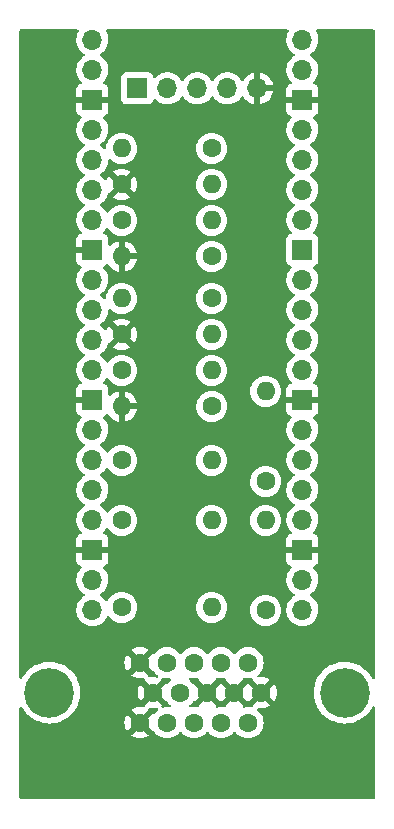
<source format=gbr>
%TF.GenerationSoftware,KiCad,Pcbnew,(6.0.11)*%
%TF.CreationDate,2023-02-12T16:37:12-06:00*%
%TF.ProjectId,video_if_ql_vga,76696465-6f5f-4696-965f-716c5f766761,v1.0*%
%TF.SameCoordinates,Original*%
%TF.FileFunction,Copper,L2,Bot*%
%TF.FilePolarity,Positive*%
%FSLAX46Y46*%
G04 Gerber Fmt 4.6, Leading zero omitted, Abs format (unit mm)*
G04 Created by KiCad (PCBNEW (6.0.11)) date 2023-02-12 16:37:12*
%MOMM*%
%LPD*%
G01*
G04 APERTURE LIST*
%TA.AperFunction,ComponentPad*%
%ADD10C,4.200400*%
%TD*%
%TA.AperFunction,ComponentPad*%
%ADD11C,1.600200*%
%TD*%
%TA.AperFunction,ComponentPad*%
%ADD12C,1.600000*%
%TD*%
%TA.AperFunction,ComponentPad*%
%ADD13O,1.600000X1.600000*%
%TD*%
%TA.AperFunction,ComponentPad*%
%ADD14O,1.700000X1.700000*%
%TD*%
%TA.AperFunction,ComponentPad*%
%ADD15R,1.700000X1.700000*%
%TD*%
G04 APERTURE END LIST*
D10*
%TO.P,J2,0*%
%TO.N,N/C*%
X129770400Y-115170000D03*
X154760400Y-115170000D03*
D11*
%TO.P,J2,15*%
%TO.N,GND*%
X137435400Y-117710000D03*
%TO.P,J2,14*%
%TO.N,Net-(J2-Pad14)*%
X139725400Y-117710000D03*
%TO.P,J2,13*%
%TO.N,Net-(J2-Pad13)*%
X142015400Y-117710000D03*
%TO.P,J2,12*%
%TO.N,unconnected-(J2-Pad12)*%
X144305401Y-117710000D03*
%TO.P,J2,11*%
%TO.N,unconnected-(J2-Pad11)*%
X146595399Y-117710000D03*
%TO.P,J2,10*%
%TO.N,GND*%
X138544899Y-115170000D03*
%TO.P,J2,9*%
%TO.N,unconnected-(J2-Pad9)*%
X140834900Y-115170000D03*
%TO.P,J2,8*%
%TO.N,GND*%
X143124900Y-115170000D03*
%TO.P,J2,7*%
X145414901Y-115170000D03*
%TO.P,J2,6*%
X147704899Y-115170000D03*
%TO.P,J2,5*%
X137435400Y-112630000D03*
%TO.P,J2,4*%
%TO.N,unconnected-(J2-Pad4)*%
X139725400Y-112630000D03*
%TO.P,J2,3*%
%TO.N,Net-(J2-Pad3)*%
X142015400Y-112630000D03*
%TO.P,J2,2*%
%TO.N,Net-(J2-Pad2)*%
X144305401Y-112630000D03*
%TO.P,J2,1*%
%TO.N,Net-(J2-Pad1)*%
X146595399Y-112630000D03*
%TD*%
D12*
%TO.P,R13,1*%
%TO.N,Net-(J2-Pad14)*%
X148082000Y-97282000D03*
D13*
%TO.P,R13,2*%
%TO.N,/VSYNC*%
X148082000Y-89662000D03*
%TD*%
D12*
%TO.P,R12,1*%
%TO.N,Net-(J2-Pad13)*%
X148082000Y-108204000D03*
D13*
%TO.P,R12,2*%
%TO.N,/HSYNC*%
X148082000Y-100584000D03*
%TD*%
D12*
%TO.P,R11,1*%
%TO.N,/QLSYNC*%
X135890000Y-87884000D03*
D13*
%TO.P,R11,2*%
%TO.N,Net-(J1-Pad4)*%
X143510000Y-87884000D03*
%TD*%
D12*
%TO.P,R10,1*%
%TO.N,Net-(J1-Pad4)*%
X143510000Y-90932000D03*
D13*
%TO.P,R10,2*%
%TO.N,GND*%
X135890000Y-90932000D03*
%TD*%
D12*
%TO.P,R9,1*%
%TO.N,Net-(J1-Pad3)*%
X143510000Y-81788000D03*
D13*
%TO.P,R9,2*%
%TO.N,/QLBLUE*%
X135890000Y-81788000D03*
%TD*%
D12*
%TO.P,R8,1*%
%TO.N,GND*%
X135890000Y-84836000D03*
D13*
%TO.P,R8,2*%
%TO.N,Net-(J1-Pad3)*%
X143510000Y-84836000D03*
%TD*%
D12*
%TO.P,R7,1*%
%TO.N,/QLGREEN*%
X135890000Y-75184000D03*
D13*
%TO.P,R7,2*%
%TO.N,Net-(J1-Pad2)*%
X143510000Y-75184000D03*
%TD*%
D12*
%TO.P,R6,1*%
%TO.N,Net-(J1-Pad2)*%
X143510000Y-78232000D03*
D13*
%TO.P,R6,2*%
%TO.N,GND*%
X135890000Y-78232000D03*
%TD*%
D12*
%TO.P,R5,1*%
%TO.N,Net-(J1-Pad1)*%
X143510000Y-69088000D03*
D13*
%TO.P,R5,2*%
%TO.N,/QLRED*%
X135890000Y-69088000D03*
%TD*%
D12*
%TO.P,R4,1*%
%TO.N,GND*%
X135890000Y-72136000D03*
D13*
%TO.P,R4,2*%
%TO.N,Net-(J1-Pad1)*%
X143510000Y-72136000D03*
%TD*%
D12*
%TO.P,R3,1*%
%TO.N,/BLUE*%
X135890000Y-107950000D03*
D13*
%TO.P,R3,2*%
%TO.N,Net-(J2-Pad3)*%
X143510000Y-107950000D03*
%TD*%
D12*
%TO.P,R2,1*%
%TO.N,/GREEN*%
X135890000Y-100584000D03*
D13*
%TO.P,R2,2*%
%TO.N,Net-(J2-Pad2)*%
X143510000Y-100584000D03*
%TD*%
D12*
%TO.P,R1,1*%
%TO.N,/RED*%
X135890000Y-95504000D03*
D13*
%TO.P,R1,2*%
%TO.N,Net-(J2-Pad1)*%
X143510000Y-95504000D03*
%TD*%
D14*
%TO.P,U1,40,VBUS*%
%TO.N,unconnected-(U1-Pad40)*%
X151180000Y-59900000D03*
%TO.P,U1,39,VSYS*%
%TO.N,unconnected-(U1-Pad39)*%
X151180000Y-62440000D03*
D15*
%TO.P,U1,38,GND*%
%TO.N,GND*%
X151180000Y-64980000D03*
D14*
%TO.P,U1,37,3V3_EN*%
%TO.N,unconnected-(U1-Pad37)*%
X151180000Y-67520000D03*
%TO.P,U1,36,3V3_OUT*%
%TO.N,unconnected-(U1-Pad36)*%
X151180000Y-70060000D03*
%TO.P,U1,35,ADC_VREF*%
%TO.N,unconnected-(U1-Pad35)*%
X151180000Y-72600000D03*
%TO.P,U1,34,GP28*%
%TO.N,unconnected-(U1-Pad34)*%
X151180000Y-75140000D03*
D15*
%TO.P,U1,33,AGND*%
%TO.N,unconnected-(U1-Pad33)*%
X151180000Y-77680000D03*
D14*
%TO.P,U1,32,GP27*%
%TO.N,unconnected-(U1-Pad32)*%
X151180000Y-80220000D03*
%TO.P,U1,31,GP26*%
%TO.N,unconnected-(U1-Pad31)*%
X151180000Y-82760000D03*
%TO.P,U1,30,~{RUN}*%
%TO.N,unconnected-(U1-Pad30)*%
X151180000Y-85300000D03*
%TO.P,U1,29,GP22*%
%TO.N,unconnected-(U1-Pad29)*%
X151180000Y-87840000D03*
D15*
%TO.P,U1,28,GND*%
%TO.N,GND*%
X151180000Y-90380000D03*
D14*
%TO.P,U1,27,GP21*%
%TO.N,unconnected-(U1-Pad27)*%
X151180000Y-92920000D03*
%TO.P,U1,26,GP20*%
%TO.N,unconnected-(U1-Pad26)*%
X151180000Y-95460000D03*
%TO.P,U1,25,GP19*%
%TO.N,unconnected-(U1-Pad25)*%
X151180000Y-98000000D03*
%TO.P,U1,24,GP18*%
%TO.N,unconnected-(U1-Pad24)*%
X151180000Y-100540000D03*
D15*
%TO.P,U1,23,GND*%
%TO.N,GND*%
X151180000Y-103080000D03*
D14*
%TO.P,U1,22,GP17*%
%TO.N,/VSYNC*%
X151180000Y-105620000D03*
%TO.P,U1,21,GP16*%
%TO.N,/HSYNC*%
X151180000Y-108160000D03*
%TO.P,U1,20,GP15*%
%TO.N,/BLUE*%
X133400000Y-108160000D03*
%TO.P,U1,19,GP14*%
%TO.N,unconnected-(U1-Pad19)*%
X133400000Y-105620000D03*
D15*
%TO.P,U1,18,GND*%
%TO.N,GND*%
X133400000Y-103080000D03*
D14*
%TO.P,U1,17,GP13*%
%TO.N,/GREEN*%
X133400000Y-100540000D03*
%TO.P,U1,16,GP12*%
%TO.N,unconnected-(U1-Pad16)*%
X133400000Y-98000000D03*
%TO.P,U1,15,GP11*%
%TO.N,/RED*%
X133400000Y-95460000D03*
%TO.P,U1,14,GP10*%
%TO.N,unconnected-(U1-Pad14)*%
X133400000Y-92920000D03*
D15*
%TO.P,U1,13,GND*%
%TO.N,GND*%
X133400000Y-90380000D03*
D14*
%TO.P,U1,12,GP9*%
%TO.N,/QLSYNC*%
X133400000Y-87840000D03*
%TO.P,U1,11,GP8*%
%TO.N,unconnected-(U1-Pad11)*%
X133400000Y-85300000D03*
%TO.P,U1,10,GP7*%
%TO.N,/QLBLUE*%
X133400000Y-82760000D03*
%TO.P,U1,9,GP6*%
%TO.N,unconnected-(U1-Pad9)*%
X133400000Y-80220000D03*
D15*
%TO.P,U1,8,GND*%
%TO.N,GND*%
X133400000Y-77680000D03*
D14*
%TO.P,U1,7,GP5*%
%TO.N,/QLGREEN*%
X133400000Y-75140000D03*
%TO.P,U1,6,GP4*%
%TO.N,unconnected-(U1-Pad6)*%
X133400000Y-72600000D03*
%TO.P,U1,5,GP3*%
%TO.N,/QLRED*%
X133400000Y-70060000D03*
%TO.P,U1,4,GP2*%
%TO.N,unconnected-(U1-Pad4)*%
X133400000Y-67520000D03*
D15*
%TO.P,U1,3,GND*%
%TO.N,GND*%
X133400000Y-64980000D03*
D14*
%TO.P,U1,2,GP1*%
%TO.N,unconnected-(U1-Pad2)*%
X133400000Y-62440000D03*
%TO.P,U1,1,GP0*%
%TO.N,unconnected-(U1-Pad1)*%
X133400000Y-59900000D03*
%TD*%
D15*
%TO.P,J1,1,Pin_1*%
%TO.N,Net-(J1-Pad1)*%
X137215000Y-64000000D03*
D14*
%TO.P,J1,2,Pin_2*%
%TO.N,Net-(J1-Pad2)*%
X139755000Y-64000000D03*
%TO.P,J1,3,Pin_3*%
%TO.N,Net-(J1-Pad3)*%
X142295000Y-64000000D03*
%TO.P,J1,4,Pin_4*%
%TO.N,Net-(J1-Pad4)*%
X144835000Y-64000000D03*
%TO.P,J1,5,Pin_5*%
%TO.N,GND*%
X147375000Y-64000000D03*
%TD*%
%TA.AperFunction,Conductor*%
%TO.N,GND*%
G36*
X132195813Y-59024702D02*
G01*
X132242306Y-59078358D01*
X132252410Y-59148632D01*
X132231781Y-59201703D01*
X132214743Y-59226680D01*
X132120688Y-59429305D01*
X132060989Y-59644570D01*
X132037251Y-59866695D01*
X132037548Y-59871848D01*
X132037548Y-59871851D01*
X132043011Y-59966590D01*
X132050110Y-60089715D01*
X132051247Y-60094761D01*
X132051248Y-60094767D01*
X132071119Y-60182939D01*
X132099222Y-60307639D01*
X132183266Y-60514616D01*
X132299987Y-60705088D01*
X132446250Y-60873938D01*
X132618126Y-61016632D01*
X132688595Y-61057811D01*
X132691445Y-61059476D01*
X132740169Y-61111114D01*
X132753240Y-61180897D01*
X132726509Y-61246669D01*
X132686055Y-61280027D01*
X132673607Y-61286507D01*
X132669474Y-61289610D01*
X132669471Y-61289612D01*
X132645247Y-61307800D01*
X132494965Y-61420635D01*
X132340629Y-61582138D01*
X132214743Y-61766680D01*
X132120688Y-61969305D01*
X132060989Y-62184570D01*
X132037251Y-62406695D01*
X132037548Y-62411848D01*
X132037548Y-62411851D01*
X132043011Y-62506590D01*
X132050110Y-62629715D01*
X132051247Y-62634761D01*
X132051248Y-62634767D01*
X132065811Y-62699385D01*
X132099222Y-62847639D01*
X132154896Y-62984748D01*
X132163879Y-63006870D01*
X132183266Y-63054616D01*
X132299987Y-63245088D01*
X132446250Y-63413938D01*
X132450225Y-63417238D01*
X132450231Y-63417244D01*
X132455425Y-63421556D01*
X132495059Y-63480460D01*
X132496555Y-63551441D01*
X132459439Y-63611962D01*
X132419168Y-63636480D01*
X132311946Y-63676676D01*
X132296351Y-63685214D01*
X132194276Y-63761715D01*
X132181715Y-63774276D01*
X132105214Y-63876351D01*
X132096676Y-63891946D01*
X132051522Y-64012394D01*
X132047895Y-64027649D01*
X132042369Y-64078514D01*
X132042000Y-64085328D01*
X132042000Y-64707885D01*
X132046475Y-64723124D01*
X132047865Y-64724329D01*
X132055548Y-64726000D01*
X134739884Y-64726000D01*
X134755123Y-64721525D01*
X134756328Y-64720135D01*
X134757999Y-64712452D01*
X134757999Y-64085331D01*
X134757629Y-64078510D01*
X134752105Y-64027648D01*
X134748479Y-64012396D01*
X134703324Y-63891946D01*
X134694786Y-63876351D01*
X134618285Y-63774276D01*
X134605724Y-63761715D01*
X134503649Y-63685214D01*
X134488054Y-63676676D01*
X134377813Y-63635348D01*
X134321049Y-63592706D01*
X134296349Y-63526145D01*
X134311557Y-63456796D01*
X134333104Y-63428115D01*
X134434430Y-63327144D01*
X134434440Y-63327132D01*
X134438096Y-63323489D01*
X134456765Y-63297509D01*
X134565435Y-63146277D01*
X134568453Y-63142077D01*
X134588327Y-63101866D01*
X134665136Y-62946453D01*
X134665137Y-62946451D01*
X134667430Y-62941811D01*
X134716180Y-62781358D01*
X134730865Y-62733023D01*
X134730865Y-62733021D01*
X134732370Y-62728069D01*
X134761529Y-62506590D01*
X134763156Y-62440000D01*
X134744852Y-62217361D01*
X134690431Y-62000702D01*
X134601354Y-61795840D01*
X134480014Y-61608277D01*
X134329670Y-61443051D01*
X134325619Y-61439852D01*
X134325615Y-61439848D01*
X134158414Y-61307800D01*
X134158410Y-61307798D01*
X134154359Y-61304598D01*
X134113053Y-61281796D01*
X134063084Y-61231364D01*
X134048312Y-61161921D01*
X134073428Y-61095516D01*
X134100780Y-61068909D01*
X134144603Y-61037650D01*
X134279860Y-60941173D01*
X134438096Y-60783489D01*
X134497594Y-60700689D01*
X134565435Y-60606277D01*
X134568453Y-60602077D01*
X134667430Y-60401811D01*
X134732370Y-60188069D01*
X134761529Y-59966590D01*
X134763156Y-59900000D01*
X134744852Y-59677361D01*
X134690431Y-59460702D01*
X134601354Y-59255840D01*
X134564673Y-59199140D01*
X134544466Y-59131080D01*
X134564262Y-59062899D01*
X134617777Y-59016245D01*
X134670465Y-59004700D01*
X149907692Y-59004700D01*
X149975813Y-59024702D01*
X150022306Y-59078358D01*
X150032410Y-59148632D01*
X150011781Y-59201703D01*
X149994743Y-59226680D01*
X149900688Y-59429305D01*
X149840989Y-59644570D01*
X149817251Y-59866695D01*
X149817548Y-59871848D01*
X149817548Y-59871851D01*
X149823011Y-59966590D01*
X149830110Y-60089715D01*
X149831247Y-60094761D01*
X149831248Y-60094767D01*
X149851119Y-60182939D01*
X149879222Y-60307639D01*
X149963266Y-60514616D01*
X150079987Y-60705088D01*
X150226250Y-60873938D01*
X150398126Y-61016632D01*
X150468595Y-61057811D01*
X150471445Y-61059476D01*
X150520169Y-61111114D01*
X150533240Y-61180897D01*
X150506509Y-61246669D01*
X150466055Y-61280027D01*
X150453607Y-61286507D01*
X150449474Y-61289610D01*
X150449471Y-61289612D01*
X150425247Y-61307800D01*
X150274965Y-61420635D01*
X150120629Y-61582138D01*
X149994743Y-61766680D01*
X149900688Y-61969305D01*
X149840989Y-62184570D01*
X149817251Y-62406695D01*
X149817548Y-62411848D01*
X149817548Y-62411851D01*
X149823011Y-62506590D01*
X149830110Y-62629715D01*
X149831247Y-62634761D01*
X149831248Y-62634767D01*
X149845811Y-62699385D01*
X149879222Y-62847639D01*
X149934896Y-62984748D01*
X149943879Y-63006870D01*
X149963266Y-63054616D01*
X150079987Y-63245088D01*
X150226250Y-63413938D01*
X150230225Y-63417238D01*
X150230231Y-63417244D01*
X150235425Y-63421556D01*
X150275059Y-63480460D01*
X150276555Y-63551441D01*
X150239439Y-63611962D01*
X150199168Y-63636480D01*
X150091946Y-63676676D01*
X150076351Y-63685214D01*
X149974276Y-63761715D01*
X149961715Y-63774276D01*
X149885214Y-63876351D01*
X149876676Y-63891946D01*
X149831522Y-64012394D01*
X149827895Y-64027649D01*
X149822369Y-64078514D01*
X149822000Y-64085328D01*
X149822000Y-64707885D01*
X149826475Y-64723124D01*
X149827865Y-64724329D01*
X149835548Y-64726000D01*
X152519884Y-64726000D01*
X152535123Y-64721525D01*
X152536328Y-64720135D01*
X152537999Y-64712452D01*
X152537999Y-64085331D01*
X152537629Y-64078510D01*
X152532105Y-64027648D01*
X152528479Y-64012396D01*
X152483324Y-63891946D01*
X152474786Y-63876351D01*
X152398285Y-63774276D01*
X152385724Y-63761715D01*
X152283649Y-63685214D01*
X152268054Y-63676676D01*
X152157813Y-63635348D01*
X152101049Y-63592706D01*
X152076349Y-63526145D01*
X152091557Y-63456796D01*
X152113104Y-63428115D01*
X152214430Y-63327144D01*
X152214440Y-63327132D01*
X152218096Y-63323489D01*
X152236765Y-63297509D01*
X152345435Y-63146277D01*
X152348453Y-63142077D01*
X152368327Y-63101866D01*
X152445136Y-62946453D01*
X152445137Y-62946451D01*
X152447430Y-62941811D01*
X152496180Y-62781358D01*
X152510865Y-62733023D01*
X152510865Y-62733021D01*
X152512370Y-62728069D01*
X152541529Y-62506590D01*
X152543156Y-62440000D01*
X152524852Y-62217361D01*
X152470431Y-62000702D01*
X152381354Y-61795840D01*
X152260014Y-61608277D01*
X152109670Y-61443051D01*
X152105619Y-61439852D01*
X152105615Y-61439848D01*
X151938414Y-61307800D01*
X151938410Y-61307798D01*
X151934359Y-61304598D01*
X151893053Y-61281796D01*
X151843084Y-61231364D01*
X151828312Y-61161921D01*
X151853428Y-61095516D01*
X151880780Y-61068909D01*
X151924603Y-61037650D01*
X152059860Y-60941173D01*
X152218096Y-60783489D01*
X152277594Y-60700689D01*
X152345435Y-60606277D01*
X152348453Y-60602077D01*
X152447430Y-60401811D01*
X152512370Y-60188069D01*
X152541529Y-59966590D01*
X152543156Y-59900000D01*
X152524852Y-59677361D01*
X152470431Y-59460702D01*
X152381354Y-59255840D01*
X152344673Y-59199140D01*
X152324466Y-59131080D01*
X152344262Y-59062899D01*
X152397777Y-59016245D01*
X152450465Y-59004700D01*
X157201100Y-59004700D01*
X157269221Y-59024702D01*
X157315714Y-59078358D01*
X157327100Y-59130700D01*
X157327100Y-113929192D01*
X157307098Y-113997313D01*
X157253442Y-114043806D01*
X157183168Y-114053910D01*
X157118588Y-114024416D01*
X157086128Y-113980743D01*
X157085458Y-113979249D01*
X157076465Y-113959191D01*
X156914227Y-113689715D01*
X156911900Y-113686731D01*
X156911895Y-113686724D01*
X156723127Y-113444678D01*
X156723125Y-113444676D01*
X156720791Y-113441683D01*
X156498958Y-113218685D01*
X156315168Y-113073796D01*
X156254923Y-113026303D01*
X156251942Y-113023953D01*
X155983320Y-112860307D01*
X155696983Y-112730117D01*
X155693363Y-112728972D01*
X155400698Y-112636415D01*
X155400695Y-112636414D01*
X155397080Y-112635271D01*
X155393358Y-112634571D01*
X155091677Y-112577840D01*
X155091675Y-112577840D01*
X155087954Y-112577140D01*
X154774084Y-112556568D01*
X154770304Y-112556776D01*
X154770303Y-112556776D01*
X154680516Y-112561717D01*
X154460015Y-112573852D01*
X154456288Y-112574513D01*
X154456284Y-112574513D01*
X154215491Y-112617188D01*
X154150298Y-112628742D01*
X154146673Y-112629847D01*
X154146668Y-112629848D01*
X154104133Y-112642812D01*
X153849418Y-112720444D01*
X153845954Y-112721975D01*
X153845947Y-112721978D01*
X153668512Y-112800421D01*
X153561734Y-112847627D01*
X153558480Y-112849563D01*
X153558474Y-112849566D01*
X153302219Y-113002022D01*
X153291413Y-113008451D01*
X153288412Y-113010766D01*
X153288408Y-113010769D01*
X153193152Y-113084259D01*
X153042371Y-113200586D01*
X153039670Y-113203245D01*
X153039663Y-113203251D01*
X152835985Y-113403756D01*
X152818215Y-113421249D01*
X152815851Y-113424216D01*
X152815848Y-113424219D01*
X152772783Y-113478262D01*
X152622192Y-113667242D01*
X152457142Y-113935004D01*
X152325455Y-114220655D01*
X152324296Y-114224255D01*
X152324293Y-114224262D01*
X152248506Y-114459605D01*
X152229039Y-114520057D01*
X152228320Y-114523773D01*
X152228318Y-114523781D01*
X152170010Y-114825155D01*
X152170009Y-114825164D01*
X152169291Y-114828874D01*
X152169024Y-114832650D01*
X152169023Y-114832655D01*
X152161659Y-114936668D01*
X152147075Y-115142632D01*
X152149075Y-115182812D01*
X152159794Y-115398104D01*
X152162715Y-115456787D01*
X152163356Y-115460518D01*
X152163357Y-115460526D01*
X152191463Y-115624088D01*
X152215983Y-115766788D01*
X152217071Y-115770427D01*
X152217072Y-115770430D01*
X152290024Y-116014365D01*
X152306107Y-116068144D01*
X152431783Y-116356490D01*
X152433706Y-116359762D01*
X152433708Y-116359765D01*
X152494774Y-116463642D01*
X152591189Y-116627649D01*
X152593490Y-116630664D01*
X152779718Y-116874681D01*
X152779723Y-116874686D01*
X152782018Y-116877694D01*
X152784662Y-116880408D01*
X152968428Y-117069049D01*
X153001503Y-117103002D01*
X153246467Y-117300310D01*
X153513361Y-117466760D01*
X153798318Y-117599941D01*
X153801928Y-117601124D01*
X153801927Y-117601124D01*
X154093608Y-117696742D01*
X154093615Y-117696744D01*
X154097212Y-117697923D01*
X154405712Y-117759288D01*
X154537593Y-117769320D01*
X154715572Y-117782859D01*
X154715577Y-117782859D01*
X154719349Y-117783146D01*
X155033582Y-117769151D01*
X155037320Y-117768529D01*
X155037328Y-117768528D01*
X155188330Y-117743394D01*
X155343857Y-117717507D01*
X155645681Y-117628962D01*
X155934681Y-117504798D01*
X155937959Y-117502894D01*
X155937965Y-117502891D01*
X156095874Y-117411169D01*
X156206671Y-117346813D01*
X156457712Y-117157297D01*
X156684166Y-116938994D01*
X156686639Y-116935957D01*
X156880363Y-116698003D01*
X156880364Y-116698002D01*
X156882754Y-116695066D01*
X156894179Y-116676959D01*
X157048576Y-116432255D01*
X157048579Y-116432249D01*
X157050599Y-116429048D01*
X157087233Y-116351723D01*
X157134474Y-116298726D01*
X157202869Y-116279682D01*
X157270702Y-116300639D01*
X157316437Y-116354942D01*
X157327100Y-116405670D01*
X157327100Y-124065500D01*
X157307098Y-124133621D01*
X157253442Y-124180114D01*
X157201100Y-124191500D01*
X127355100Y-124191500D01*
X127286979Y-124171498D01*
X127240486Y-124117842D01*
X127229100Y-124065500D01*
X127229100Y-118796134D01*
X136713821Y-118796134D01*
X136723117Y-118808149D01*
X136774343Y-118844018D01*
X136783838Y-118849501D01*
X136981312Y-118941585D01*
X136991604Y-118945331D01*
X137202068Y-119001724D01*
X137212863Y-119003627D01*
X137429925Y-119022618D01*
X137440875Y-119022618D01*
X137657937Y-119003627D01*
X137668732Y-119001724D01*
X137879196Y-118945331D01*
X137889488Y-118941585D01*
X138086962Y-118849501D01*
X138096457Y-118844018D01*
X138148521Y-118807562D01*
X138156896Y-118797085D01*
X138149828Y-118783638D01*
X137448212Y-118082022D01*
X137434268Y-118074408D01*
X137432435Y-118074539D01*
X137425820Y-118078790D01*
X136720251Y-118784359D01*
X136713821Y-118796134D01*
X127229100Y-118796134D01*
X127229100Y-116457663D01*
X127249102Y-116389542D01*
X127302758Y-116343049D01*
X127373032Y-116332945D01*
X127437612Y-116362439D01*
X127463721Y-116393808D01*
X127478376Y-116418737D01*
X127601189Y-116627649D01*
X127603490Y-116630664D01*
X127789718Y-116874681D01*
X127789723Y-116874686D01*
X127792018Y-116877694D01*
X127794662Y-116880408D01*
X127978428Y-117069049D01*
X128011503Y-117103002D01*
X128256467Y-117300310D01*
X128523361Y-117466760D01*
X128808318Y-117599941D01*
X128811928Y-117601124D01*
X128811927Y-117601124D01*
X129103608Y-117696742D01*
X129103615Y-117696744D01*
X129107212Y-117697923D01*
X129415712Y-117759288D01*
X129547593Y-117769320D01*
X129725572Y-117782859D01*
X129725577Y-117782859D01*
X129729349Y-117783146D01*
X130043582Y-117769151D01*
X130047320Y-117768529D01*
X130047328Y-117768528D01*
X130198330Y-117743394D01*
X130353857Y-117717507D01*
X130360783Y-117715475D01*
X136122782Y-117715475D01*
X136141773Y-117932537D01*
X136143676Y-117943332D01*
X136200069Y-118153796D01*
X136203815Y-118164088D01*
X136295899Y-118361560D01*
X136301382Y-118371057D01*
X136337838Y-118423121D01*
X136348315Y-118431496D01*
X136361763Y-118424427D01*
X137063378Y-117722812D01*
X137070992Y-117708868D01*
X137070861Y-117707035D01*
X137066610Y-117700420D01*
X136361041Y-116994851D01*
X136349266Y-116988421D01*
X136337251Y-116997717D01*
X136301382Y-117048943D01*
X136295899Y-117058440D01*
X136203815Y-117255912D01*
X136200069Y-117266204D01*
X136143676Y-117476668D01*
X136141773Y-117487463D01*
X136122782Y-117704525D01*
X136122782Y-117715475D01*
X130360783Y-117715475D01*
X130655681Y-117628962D01*
X130944681Y-117504798D01*
X130947959Y-117502894D01*
X130947965Y-117502891D01*
X131105874Y-117411169D01*
X131216671Y-117346813D01*
X131467712Y-117157297D01*
X131694166Y-116938994D01*
X131696639Y-116935957D01*
X131890363Y-116698003D01*
X131890364Y-116698002D01*
X131892754Y-116695066D01*
X131904179Y-116676959D01*
X132058576Y-116432255D01*
X132058579Y-116432249D01*
X132060599Y-116429048D01*
X132195270Y-116144792D01*
X132294816Y-115846415D01*
X132357795Y-115538241D01*
X132383295Y-115224732D01*
X132383811Y-115175475D01*
X137232281Y-115175475D01*
X137251272Y-115392537D01*
X137253175Y-115403332D01*
X137309568Y-115613796D01*
X137313314Y-115624088D01*
X137405398Y-115821560D01*
X137410881Y-115831057D01*
X137447337Y-115883121D01*
X137457814Y-115891496D01*
X137471262Y-115884427D01*
X138172877Y-115182812D01*
X138180491Y-115168868D01*
X138180360Y-115167035D01*
X138176109Y-115160420D01*
X137470540Y-114454851D01*
X137458765Y-114448421D01*
X137446750Y-114457717D01*
X137410881Y-114508943D01*
X137405398Y-114518440D01*
X137313314Y-114715912D01*
X137309568Y-114726204D01*
X137253175Y-114936668D01*
X137251272Y-114947463D01*
X137232281Y-115164525D01*
X137232281Y-115175475D01*
X132383811Y-115175475D01*
X132383868Y-115170000D01*
X132383735Y-115167789D01*
X132365168Y-114859801D01*
X132365167Y-114859794D01*
X132364940Y-114856026D01*
X132333090Y-114681633D01*
X132309109Y-114550327D01*
X132309108Y-114550322D01*
X132308428Y-114546600D01*
X132300187Y-114520057D01*
X132241219Y-114330151D01*
X132215153Y-114246205D01*
X132205315Y-114224262D01*
X132136003Y-114069677D01*
X132086465Y-113959191D01*
X131940133Y-113716134D01*
X136713821Y-113716134D01*
X136723117Y-113728149D01*
X136774343Y-113764018D01*
X136783838Y-113769501D01*
X136981312Y-113861585D01*
X136991604Y-113865331D01*
X137202068Y-113921724D01*
X137212863Y-113923627D01*
X137429925Y-113942618D01*
X137440875Y-113942618D01*
X137657937Y-113923627D01*
X137674147Y-113920769D01*
X137674438Y-113922420D01*
X137737791Y-113923931D01*
X137796585Y-113963727D01*
X137824531Y-114028993D01*
X137824751Y-114056918D01*
X137822281Y-114080780D01*
X137830472Y-114096363D01*
X138532087Y-114797978D01*
X138546031Y-114805592D01*
X138547864Y-114805461D01*
X138554479Y-114801210D01*
X139260048Y-114095641D01*
X139267662Y-114081697D01*
X139266803Y-114069677D01*
X139252499Y-114033110D01*
X139266487Y-113963505D01*
X139315885Y-113912512D01*
X139385011Y-113896321D01*
X139410630Y-113900420D01*
X139491981Y-113922218D01*
X139491983Y-113922218D01*
X139497296Y-113923642D01*
X139725400Y-113943599D01*
X139730875Y-113943120D01*
X139919204Y-113926643D01*
X139988809Y-113940632D01*
X140039801Y-113990031D01*
X140055992Y-114059157D01*
X140032240Y-114126063D01*
X140002457Y-114155377D01*
X139995046Y-114160566D01*
X139995043Y-114160568D01*
X139990535Y-114163725D01*
X139828625Y-114325635D01*
X139825468Y-114330144D01*
X139825462Y-114330151D01*
X139778487Y-114397239D01*
X139723030Y-114441568D01*
X139662302Y-114450299D01*
X139634119Y-114447382D01*
X139618536Y-114455573D01*
X138916921Y-115157188D01*
X138909307Y-115171132D01*
X138909438Y-115172965D01*
X138913689Y-115179580D01*
X139619258Y-115885149D01*
X139633202Y-115892763D01*
X139666981Y-115890347D01*
X139736355Y-115905438D01*
X139779183Y-115943754D01*
X139828625Y-116014365D01*
X139990535Y-116176275D01*
X139995043Y-116179432D01*
X139995046Y-116179434D01*
X140002457Y-116184623D01*
X140046786Y-116240081D01*
X140054094Y-116310700D01*
X140022063Y-116374060D01*
X139960861Y-116410045D01*
X139919204Y-116413357D01*
X139730875Y-116396880D01*
X139725400Y-116396401D01*
X139497296Y-116416358D01*
X139412019Y-116439208D01*
X139341044Y-116437518D01*
X139282248Y-116397724D01*
X139254300Y-116332460D01*
X139266073Y-116262446D01*
X139267400Y-116260344D01*
X139267517Y-116259219D01*
X139259327Y-116243638D01*
X138557711Y-115542022D01*
X138543767Y-115534408D01*
X138541934Y-115534539D01*
X138535319Y-115538790D01*
X137829750Y-116244359D01*
X137822136Y-116258303D01*
X137824175Y-116286817D01*
X137809084Y-116356191D01*
X137758882Y-116406393D01*
X137689508Y-116421485D01*
X137674203Y-116418912D01*
X137674147Y-116419231D01*
X137657937Y-116416373D01*
X137440875Y-116397382D01*
X137429925Y-116397382D01*
X137212863Y-116416373D01*
X137202068Y-116418276D01*
X136991604Y-116474669D01*
X136981312Y-116478415D01*
X136783840Y-116570499D01*
X136774343Y-116575982D01*
X136722279Y-116612438D01*
X136713904Y-116622915D01*
X136720973Y-116636363D01*
X137422588Y-117337978D01*
X137436532Y-117345592D01*
X137438365Y-117345461D01*
X137444980Y-117341210D01*
X138150549Y-116635641D01*
X138158163Y-116621697D01*
X138156124Y-116593183D01*
X138171215Y-116523809D01*
X138221417Y-116473607D01*
X138290791Y-116458515D01*
X138306096Y-116461088D01*
X138306152Y-116460769D01*
X138322362Y-116463627D01*
X138539424Y-116482618D01*
X138550374Y-116482618D01*
X138767436Y-116463627D01*
X138778234Y-116461723D01*
X138814382Y-116452038D01*
X138885359Y-116453728D01*
X138944154Y-116493523D01*
X138972101Y-116558788D01*
X138960327Y-116628801D01*
X138919264Y-116676957D01*
X138881035Y-116703725D01*
X138719125Y-116865635D01*
X138715968Y-116870144D01*
X138715962Y-116870151D01*
X138668987Y-116937239D01*
X138613530Y-116981568D01*
X138552802Y-116990299D01*
X138524620Y-116987382D01*
X138509037Y-116995573D01*
X137807422Y-117697188D01*
X137799808Y-117711132D01*
X137799939Y-117712965D01*
X137804190Y-117719580D01*
X138509759Y-118425149D01*
X138523703Y-118432763D01*
X138557481Y-118430347D01*
X138626855Y-118445438D01*
X138669683Y-118483754D01*
X138719125Y-118554365D01*
X138881035Y-118716275D01*
X139068600Y-118847610D01*
X139073582Y-118849933D01*
X139073587Y-118849936D01*
X139270131Y-118941585D01*
X139276123Y-118944379D01*
X139281431Y-118945801D01*
X139281433Y-118945802D01*
X139491981Y-119002218D01*
X139491983Y-119002218D01*
X139497296Y-119003642D01*
X139725400Y-119023599D01*
X139953504Y-119003642D01*
X139958817Y-119002218D01*
X139958819Y-119002218D01*
X140169367Y-118945802D01*
X140169369Y-118945801D01*
X140174677Y-118944379D01*
X140180669Y-118941585D01*
X140377213Y-118849936D01*
X140377218Y-118849933D01*
X140382200Y-118847610D01*
X140569765Y-118716275D01*
X140731675Y-118554365D01*
X140767187Y-118503649D01*
X140822644Y-118459321D01*
X140893264Y-118452012D01*
X140956624Y-118484043D01*
X140973613Y-118503649D01*
X141009125Y-118554365D01*
X141171035Y-118716275D01*
X141358600Y-118847610D01*
X141363582Y-118849933D01*
X141363587Y-118849936D01*
X141560131Y-118941585D01*
X141566123Y-118944379D01*
X141571431Y-118945801D01*
X141571433Y-118945802D01*
X141781981Y-119002218D01*
X141781983Y-119002218D01*
X141787296Y-119003642D01*
X142015400Y-119023599D01*
X142243504Y-119003642D01*
X142248817Y-119002218D01*
X142248819Y-119002218D01*
X142459367Y-118945802D01*
X142459369Y-118945801D01*
X142464677Y-118944379D01*
X142470669Y-118941585D01*
X142667213Y-118849936D01*
X142667218Y-118849933D01*
X142672200Y-118847610D01*
X142859765Y-118716275D01*
X143021675Y-118554365D01*
X143024834Y-118549854D01*
X143057188Y-118503648D01*
X143112646Y-118459319D01*
X143183265Y-118452011D01*
X143246625Y-118484042D01*
X143263611Y-118503645D01*
X143299126Y-118554365D01*
X143461036Y-118716275D01*
X143648601Y-118847610D01*
X143653583Y-118849933D01*
X143653588Y-118849936D01*
X143850132Y-118941585D01*
X143856124Y-118944379D01*
X143861432Y-118945801D01*
X143861434Y-118945802D01*
X144071982Y-119002218D01*
X144071984Y-119002218D01*
X144077297Y-119003642D01*
X144305401Y-119023599D01*
X144533505Y-119003642D01*
X144538818Y-119002218D01*
X144538820Y-119002218D01*
X144749368Y-118945802D01*
X144749370Y-118945801D01*
X144754678Y-118944379D01*
X144760670Y-118941585D01*
X144957214Y-118849936D01*
X144957219Y-118849933D01*
X144962201Y-118847610D01*
X145149766Y-118716275D01*
X145311676Y-118554365D01*
X145347188Y-118503649D01*
X145402644Y-118459322D01*
X145473263Y-118452013D01*
X145536624Y-118484044D01*
X145553612Y-118503649D01*
X145589124Y-118554365D01*
X145751034Y-118716275D01*
X145938599Y-118847610D01*
X145943581Y-118849933D01*
X145943586Y-118849936D01*
X146140130Y-118941585D01*
X146146122Y-118944379D01*
X146151430Y-118945801D01*
X146151432Y-118945802D01*
X146361980Y-119002218D01*
X146361982Y-119002218D01*
X146367295Y-119003642D01*
X146595399Y-119023599D01*
X146823503Y-119003642D01*
X146828816Y-119002218D01*
X146828818Y-119002218D01*
X147039366Y-118945802D01*
X147039368Y-118945801D01*
X147044676Y-118944379D01*
X147050668Y-118941585D01*
X147247212Y-118849936D01*
X147247217Y-118849933D01*
X147252199Y-118847610D01*
X147439764Y-118716275D01*
X147601674Y-118554365D01*
X147637187Y-118503648D01*
X147729852Y-118371308D01*
X147729853Y-118371306D01*
X147733009Y-118366799D01*
X147735332Y-118361817D01*
X147735335Y-118361812D01*
X147827455Y-118164259D01*
X147827456Y-118164258D01*
X147829778Y-118159277D01*
X147850479Y-118082022D01*
X147887617Y-117943419D01*
X147887617Y-117943417D01*
X147889041Y-117938104D01*
X147908998Y-117710000D01*
X147889041Y-117481896D01*
X147887617Y-117476581D01*
X147831201Y-117266033D01*
X147831200Y-117266031D01*
X147829778Y-117260723D01*
X147827455Y-117255741D01*
X147735335Y-117058188D01*
X147735332Y-117058183D01*
X147733009Y-117053201D01*
X147694159Y-116997717D01*
X147604833Y-116870146D01*
X147604831Y-116870143D01*
X147601674Y-116865635D01*
X147439764Y-116703725D01*
X147427025Y-116694805D01*
X147382696Y-116639349D01*
X147375385Y-116568730D01*
X147407415Y-116505369D01*
X147468616Y-116469383D01*
X147510275Y-116466070D01*
X147699423Y-116482618D01*
X147710374Y-116482618D01*
X147927436Y-116463627D01*
X147938231Y-116461724D01*
X148148695Y-116405331D01*
X148158987Y-116401585D01*
X148356461Y-116309501D01*
X148365956Y-116304018D01*
X148418020Y-116267562D01*
X148426395Y-116257085D01*
X148419327Y-116243638D01*
X147717711Y-115542022D01*
X147703767Y-115534408D01*
X147701934Y-115534539D01*
X147695319Y-115538790D01*
X146989750Y-116244359D01*
X146982135Y-116258303D01*
X146984137Y-116286290D01*
X146969045Y-116355665D01*
X146918843Y-116405867D01*
X146849469Y-116420958D01*
X146834291Y-116418406D01*
X146834233Y-116418737D01*
X146828819Y-116417783D01*
X146823503Y-116416358D01*
X146595399Y-116396401D01*
X146367295Y-116416358D01*
X146361986Y-116417781D01*
X146361972Y-116417783D01*
X146282024Y-116439206D01*
X146211047Y-116437517D01*
X146152251Y-116397723D01*
X146124303Y-116332459D01*
X146136076Y-116262446D01*
X146137402Y-116260346D01*
X146137519Y-116259219D01*
X146129329Y-116243638D01*
X145427713Y-115542022D01*
X145413769Y-115534408D01*
X145411936Y-115534539D01*
X145405321Y-115538790D01*
X144699752Y-116244359D01*
X144692137Y-116258303D01*
X144694139Y-116286290D01*
X144679047Y-116355665D01*
X144628845Y-116405867D01*
X144559471Y-116420958D01*
X144544293Y-116418406D01*
X144544235Y-116418737D01*
X144538821Y-116417783D01*
X144533505Y-116416358D01*
X144305401Y-116396401D01*
X144077297Y-116416358D01*
X143992020Y-116439208D01*
X143921045Y-116437518D01*
X143862249Y-116397724D01*
X143834301Y-116332460D01*
X143846074Y-116262446D01*
X143847401Y-116260344D01*
X143847518Y-116259219D01*
X143839328Y-116243638D01*
X143137712Y-115542022D01*
X143123768Y-115534408D01*
X143121935Y-115534539D01*
X143115320Y-115538790D01*
X142409751Y-116244359D01*
X142402136Y-116258303D01*
X142404138Y-116286290D01*
X142389046Y-116355665D01*
X142338844Y-116405867D01*
X142269470Y-116420958D01*
X142254292Y-116418406D01*
X142254234Y-116418737D01*
X142248820Y-116417783D01*
X142243504Y-116416358D01*
X142015400Y-116396401D01*
X141787296Y-116416358D01*
X141781983Y-116417782D01*
X141781981Y-116417782D01*
X141747117Y-116427124D01*
X141676141Y-116425434D01*
X141617345Y-116385640D01*
X141589397Y-116320376D01*
X141601170Y-116250362D01*
X141642235Y-116202204D01*
X141674754Y-116179434D01*
X141674757Y-116179432D01*
X141679265Y-116176275D01*
X141841175Y-116014365D01*
X141844333Y-116009855D01*
X141844338Y-116009849D01*
X141891313Y-115942761D01*
X141946770Y-115898432D01*
X142007498Y-115889701D01*
X142035680Y-115892618D01*
X142051263Y-115884427D01*
X142752878Y-115182812D01*
X142759256Y-115171132D01*
X143489308Y-115171132D01*
X143489439Y-115172965D01*
X143493690Y-115179580D01*
X144199259Y-115885149D01*
X144213203Y-115892763D01*
X144229550Y-115891594D01*
X144258182Y-115880395D01*
X144311879Y-115891189D01*
X144325682Y-115892617D01*
X144341264Y-115884427D01*
X145042879Y-115182812D01*
X145049257Y-115171132D01*
X145779309Y-115171132D01*
X145779440Y-115172965D01*
X145783691Y-115179580D01*
X146489260Y-115885149D01*
X146503204Y-115892763D01*
X146519550Y-115891594D01*
X146548177Y-115880396D01*
X146601878Y-115891189D01*
X146615680Y-115892617D01*
X146631262Y-115884427D01*
X147332877Y-115182812D01*
X147339255Y-115171132D01*
X148069307Y-115171132D01*
X148069438Y-115172965D01*
X148073689Y-115179580D01*
X148779258Y-115885149D01*
X148791033Y-115891579D01*
X148803048Y-115882283D01*
X148838917Y-115831057D01*
X148844400Y-115821560D01*
X148936484Y-115624088D01*
X148940230Y-115613796D01*
X148996623Y-115403332D01*
X148998526Y-115392537D01*
X149017517Y-115175475D01*
X149017517Y-115164525D01*
X148998526Y-114947463D01*
X148996623Y-114936668D01*
X148940230Y-114726204D01*
X148936484Y-114715912D01*
X148844400Y-114518440D01*
X148838917Y-114508943D01*
X148802461Y-114456879D01*
X148791984Y-114448504D01*
X148778536Y-114455573D01*
X148076921Y-115157188D01*
X148069307Y-115171132D01*
X147339255Y-115171132D01*
X147340491Y-115168868D01*
X147340360Y-115167035D01*
X147336109Y-115160420D01*
X146630540Y-114454851D01*
X146616596Y-114447237D01*
X146600250Y-114448406D01*
X146571623Y-114459604D01*
X146517922Y-114448811D01*
X146504120Y-114447383D01*
X146488538Y-114455573D01*
X145786923Y-115157188D01*
X145779309Y-115171132D01*
X145049257Y-115171132D01*
X145050493Y-115168868D01*
X145050362Y-115167035D01*
X145046111Y-115160420D01*
X144340542Y-114454851D01*
X144326598Y-114447237D01*
X144310251Y-114448406D01*
X144281619Y-114459605D01*
X144227922Y-114448811D01*
X144214119Y-114447383D01*
X144198537Y-114455573D01*
X143496922Y-115157188D01*
X143489308Y-115171132D01*
X142759256Y-115171132D01*
X142760492Y-115168868D01*
X142760361Y-115167035D01*
X142756110Y-115160420D01*
X142050541Y-114454851D01*
X142036597Y-114447237D01*
X142002819Y-114449653D01*
X141933445Y-114434562D01*
X141890617Y-114396246D01*
X141841175Y-114325635D01*
X141679265Y-114163725D01*
X141642235Y-114137796D01*
X141597907Y-114082338D01*
X141590598Y-114011719D01*
X141622629Y-113948359D01*
X141683831Y-113912374D01*
X141747117Y-113912876D01*
X141781981Y-113922218D01*
X141781983Y-113922218D01*
X141787296Y-113923642D01*
X142015400Y-113943599D01*
X142243504Y-113923642D01*
X142248820Y-113922217D01*
X142254234Y-113921263D01*
X142254532Y-113922954D01*
X142317745Y-113924465D01*
X142376537Y-113964265D01*
X142404478Y-114029533D01*
X142404697Y-114057450D01*
X142402282Y-114080780D01*
X142410473Y-114096363D01*
X143112088Y-114797978D01*
X143126032Y-114805592D01*
X143127865Y-114805461D01*
X143134480Y-114801210D01*
X143840049Y-114095641D01*
X143847663Y-114081697D01*
X143846804Y-114069677D01*
X143832500Y-114033110D01*
X143846488Y-113963505D01*
X143895886Y-113912512D01*
X143965012Y-113896321D01*
X143990631Y-113900420D01*
X144071982Y-113922218D01*
X144071984Y-113922218D01*
X144077297Y-113923642D01*
X144305401Y-113943599D01*
X144533505Y-113923642D01*
X144538821Y-113922217D01*
X144544235Y-113921263D01*
X144544533Y-113922954D01*
X144607746Y-113924465D01*
X144666538Y-113964265D01*
X144694479Y-114029533D01*
X144694698Y-114057450D01*
X144692283Y-114080780D01*
X144700474Y-114096363D01*
X145402089Y-114797978D01*
X145416033Y-114805592D01*
X145417866Y-114805461D01*
X145424481Y-114801210D01*
X146130050Y-114095641D01*
X146137664Y-114081697D01*
X146136805Y-114069675D01*
X146122501Y-114033110D01*
X146136490Y-113963505D01*
X146185889Y-113912513D01*
X146255015Y-113896322D01*
X146280633Y-113900421D01*
X146361980Y-113922218D01*
X146361982Y-113922218D01*
X146367295Y-113923642D01*
X146595399Y-113943599D01*
X146823503Y-113923642D01*
X146828819Y-113922217D01*
X146834233Y-113921263D01*
X146834531Y-113922954D01*
X146897744Y-113924465D01*
X146956536Y-113964265D01*
X146984477Y-114029533D01*
X146984696Y-114057450D01*
X146982281Y-114080780D01*
X146990472Y-114096363D01*
X147692087Y-114797978D01*
X147706031Y-114805592D01*
X147707864Y-114805461D01*
X147714479Y-114801210D01*
X148420048Y-114095641D01*
X148426478Y-114083866D01*
X148417182Y-114071851D01*
X148365956Y-114035982D01*
X148356461Y-114030499D01*
X148158987Y-113938415D01*
X148148695Y-113934669D01*
X147938231Y-113878276D01*
X147927436Y-113876373D01*
X147710374Y-113857382D01*
X147699423Y-113857382D01*
X147510275Y-113873930D01*
X147440671Y-113859941D01*
X147389678Y-113810541D01*
X147373488Y-113741415D01*
X147397241Y-113674510D01*
X147427025Y-113645195D01*
X147435251Y-113639435D01*
X147439764Y-113636275D01*
X147601674Y-113474365D01*
X147624559Y-113441683D01*
X147729852Y-113291308D01*
X147729853Y-113291306D01*
X147733009Y-113286799D01*
X147735332Y-113281817D01*
X147735335Y-113281812D01*
X147827455Y-113084259D01*
X147827456Y-113084258D01*
X147829778Y-113079277D01*
X147850479Y-113002022D01*
X147887617Y-112863419D01*
X147887617Y-112863417D01*
X147889041Y-112858104D01*
X147908998Y-112630000D01*
X147889041Y-112401896D01*
X147852519Y-112265592D01*
X147831201Y-112186033D01*
X147831200Y-112186031D01*
X147829778Y-112180723D01*
X147740400Y-111989050D01*
X147735335Y-111978188D01*
X147735332Y-111978183D01*
X147733009Y-111973201D01*
X147694159Y-111917717D01*
X147604833Y-111790146D01*
X147604831Y-111790143D01*
X147601674Y-111785635D01*
X147439764Y-111623725D01*
X147252199Y-111492390D01*
X147247217Y-111490067D01*
X147247212Y-111490064D01*
X147049658Y-111397944D01*
X147049657Y-111397944D01*
X147044676Y-111395621D01*
X147039368Y-111394199D01*
X147039366Y-111394198D01*
X146828818Y-111337782D01*
X146828816Y-111337782D01*
X146823503Y-111336358D01*
X146595399Y-111316401D01*
X146367295Y-111336358D01*
X146361982Y-111337782D01*
X146361980Y-111337782D01*
X146151432Y-111394198D01*
X146151430Y-111394199D01*
X146146122Y-111395621D01*
X146141141Y-111397943D01*
X146141140Y-111397944D01*
X145943587Y-111490064D01*
X145943582Y-111490067D01*
X145938600Y-111492390D01*
X145934093Y-111495546D01*
X145934091Y-111495547D01*
X145755545Y-111620566D01*
X145755542Y-111620568D01*
X145751034Y-111623725D01*
X145589124Y-111785635D01*
X145585967Y-111790143D01*
X145585965Y-111790146D01*
X145553613Y-111836350D01*
X145498156Y-111880678D01*
X145427537Y-111887987D01*
X145364176Y-111855956D01*
X145347187Y-111836350D01*
X145314835Y-111790146D01*
X145314833Y-111790143D01*
X145311676Y-111785635D01*
X145149766Y-111623725D01*
X144962201Y-111492390D01*
X144957219Y-111490067D01*
X144957214Y-111490064D01*
X144759660Y-111397944D01*
X144759659Y-111397944D01*
X144754678Y-111395621D01*
X144749370Y-111394199D01*
X144749368Y-111394198D01*
X144538820Y-111337782D01*
X144538818Y-111337782D01*
X144533505Y-111336358D01*
X144305401Y-111316401D01*
X144077297Y-111336358D01*
X144071984Y-111337782D01*
X144071982Y-111337782D01*
X143861434Y-111394198D01*
X143861432Y-111394199D01*
X143856124Y-111395621D01*
X143851143Y-111397943D01*
X143851142Y-111397944D01*
X143653589Y-111490064D01*
X143653584Y-111490067D01*
X143648602Y-111492390D01*
X143644095Y-111495546D01*
X143644093Y-111495547D01*
X143465547Y-111620566D01*
X143465544Y-111620568D01*
X143461036Y-111623725D01*
X143299126Y-111785635D01*
X143263613Y-111836352D01*
X143208158Y-111880680D01*
X143137538Y-111887989D01*
X143074178Y-111855959D01*
X143057188Y-111836352D01*
X143024834Y-111790146D01*
X143024832Y-111790143D01*
X143021675Y-111785635D01*
X142859765Y-111623725D01*
X142672200Y-111492390D01*
X142667218Y-111490067D01*
X142667213Y-111490064D01*
X142469659Y-111397944D01*
X142469658Y-111397944D01*
X142464677Y-111395621D01*
X142459369Y-111394199D01*
X142459367Y-111394198D01*
X142248819Y-111337782D01*
X142248817Y-111337782D01*
X142243504Y-111336358D01*
X142015400Y-111316401D01*
X141787296Y-111336358D01*
X141781983Y-111337782D01*
X141781981Y-111337782D01*
X141571433Y-111394198D01*
X141571431Y-111394199D01*
X141566123Y-111395621D01*
X141561142Y-111397943D01*
X141561141Y-111397944D01*
X141363588Y-111490064D01*
X141363583Y-111490067D01*
X141358601Y-111492390D01*
X141354094Y-111495546D01*
X141354092Y-111495547D01*
X141175546Y-111620566D01*
X141175543Y-111620568D01*
X141171035Y-111623725D01*
X141009125Y-111785635D01*
X141005968Y-111790143D01*
X141005966Y-111790146D01*
X140973613Y-111836351D01*
X140918156Y-111880679D01*
X140847536Y-111887988D01*
X140784176Y-111855957D01*
X140767187Y-111836351D01*
X140734834Y-111790146D01*
X140734832Y-111790143D01*
X140731675Y-111785635D01*
X140569765Y-111623725D01*
X140382200Y-111492390D01*
X140377218Y-111490067D01*
X140377213Y-111490064D01*
X140179659Y-111397944D01*
X140179658Y-111397944D01*
X140174677Y-111395621D01*
X140169369Y-111394199D01*
X140169367Y-111394198D01*
X139958819Y-111337782D01*
X139958817Y-111337782D01*
X139953504Y-111336358D01*
X139725400Y-111316401D01*
X139497296Y-111336358D01*
X139491983Y-111337782D01*
X139491981Y-111337782D01*
X139281433Y-111394198D01*
X139281431Y-111394199D01*
X139276123Y-111395621D01*
X139271142Y-111397943D01*
X139271141Y-111397944D01*
X139073588Y-111490064D01*
X139073583Y-111490067D01*
X139068601Y-111492390D01*
X139064094Y-111495546D01*
X139064092Y-111495547D01*
X138885546Y-111620566D01*
X138885543Y-111620568D01*
X138881035Y-111623725D01*
X138719125Y-111785635D01*
X138715968Y-111790144D01*
X138715962Y-111790151D01*
X138668987Y-111857239D01*
X138613530Y-111901568D01*
X138552802Y-111910299D01*
X138524620Y-111907382D01*
X138509037Y-111915573D01*
X137807422Y-112617188D01*
X137799808Y-112631132D01*
X137799939Y-112632965D01*
X137804190Y-112639580D01*
X138509759Y-113345149D01*
X138523703Y-113352763D01*
X138557481Y-113350347D01*
X138626855Y-113365438D01*
X138669683Y-113403754D01*
X138719125Y-113474365D01*
X138881035Y-113636275D01*
X138885543Y-113639432D01*
X138885546Y-113639434D01*
X138919262Y-113663042D01*
X138963590Y-113718499D01*
X138970899Y-113789119D01*
X138938868Y-113852479D01*
X138877667Y-113888464D01*
X138814380Y-113887962D01*
X138778231Y-113878276D01*
X138767436Y-113876373D01*
X138550374Y-113857382D01*
X138539424Y-113857382D01*
X138322362Y-113876373D01*
X138306152Y-113879231D01*
X138305861Y-113877578D01*
X138242518Y-113876072D01*
X138183720Y-113836280D01*
X138155771Y-113771017D01*
X138155548Y-113743084D01*
X138158018Y-113719219D01*
X138149828Y-113703638D01*
X137448212Y-113002022D01*
X137434268Y-112994408D01*
X137432435Y-112994539D01*
X137425820Y-112998790D01*
X136720251Y-113704359D01*
X136713821Y-113716134D01*
X131940133Y-113716134D01*
X131924227Y-113689715D01*
X131921900Y-113686731D01*
X131921895Y-113686724D01*
X131733127Y-113444678D01*
X131733125Y-113444676D01*
X131730791Y-113441683D01*
X131508958Y-113218685D01*
X131325168Y-113073796D01*
X131264923Y-113026303D01*
X131261942Y-113023953D01*
X130993320Y-112860307D01*
X130706983Y-112730117D01*
X130703363Y-112728972D01*
X130410698Y-112636415D01*
X130410695Y-112636414D01*
X130407725Y-112635475D01*
X136122782Y-112635475D01*
X136141773Y-112852537D01*
X136143676Y-112863332D01*
X136200069Y-113073796D01*
X136203815Y-113084088D01*
X136295899Y-113281560D01*
X136301382Y-113291057D01*
X136337838Y-113343121D01*
X136348315Y-113351496D01*
X136361763Y-113344427D01*
X137063378Y-112642812D01*
X137070992Y-112628868D01*
X137070861Y-112627035D01*
X137066610Y-112620420D01*
X136361041Y-111914851D01*
X136349266Y-111908421D01*
X136337251Y-111917717D01*
X136301382Y-111968943D01*
X136295899Y-111978440D01*
X136203815Y-112175912D01*
X136200069Y-112186204D01*
X136143676Y-112396668D01*
X136141773Y-112407463D01*
X136122782Y-112624525D01*
X136122782Y-112635475D01*
X130407725Y-112635475D01*
X130407080Y-112635271D01*
X130403358Y-112634571D01*
X130101677Y-112577840D01*
X130101675Y-112577840D01*
X130097954Y-112577140D01*
X129784084Y-112556568D01*
X129780304Y-112556776D01*
X129780303Y-112556776D01*
X129690516Y-112561717D01*
X129470015Y-112573852D01*
X129466288Y-112574513D01*
X129466284Y-112574513D01*
X129225491Y-112617188D01*
X129160298Y-112628742D01*
X129156673Y-112629847D01*
X129156668Y-112629848D01*
X129114133Y-112642812D01*
X128859418Y-112720444D01*
X128855954Y-112721975D01*
X128855947Y-112721978D01*
X128678512Y-112800421D01*
X128571734Y-112847627D01*
X128568480Y-112849563D01*
X128568474Y-112849566D01*
X128312219Y-113002022D01*
X128301413Y-113008451D01*
X128298412Y-113010766D01*
X128298408Y-113010769D01*
X128203152Y-113084259D01*
X128052371Y-113200586D01*
X128049670Y-113203245D01*
X128049663Y-113203251D01*
X127845985Y-113403756D01*
X127828215Y-113421249D01*
X127825851Y-113424216D01*
X127825848Y-113424219D01*
X127782783Y-113478262D01*
X127632192Y-113667242D01*
X127467142Y-113935004D01*
X127465990Y-113937504D01*
X127416329Y-113987930D01*
X127347072Y-114003551D01*
X127280364Y-113979249D01*
X127237384Y-113922741D01*
X127229100Y-113877807D01*
X127229100Y-111542915D01*
X136713904Y-111542915D01*
X136720973Y-111556363D01*
X137422588Y-112257978D01*
X137436532Y-112265592D01*
X137438365Y-112265461D01*
X137444980Y-112261210D01*
X138150549Y-111555641D01*
X138156979Y-111543866D01*
X138147683Y-111531851D01*
X138096457Y-111495982D01*
X138086962Y-111490499D01*
X137889488Y-111398415D01*
X137879196Y-111394669D01*
X137668732Y-111338276D01*
X137657937Y-111336373D01*
X137440875Y-111317382D01*
X137429925Y-111317382D01*
X137212863Y-111336373D01*
X137202068Y-111338276D01*
X136991604Y-111394669D01*
X136981312Y-111398415D01*
X136783840Y-111490499D01*
X136774343Y-111495982D01*
X136722279Y-111532438D01*
X136713904Y-111542915D01*
X127229100Y-111542915D01*
X127229100Y-108126695D01*
X132037251Y-108126695D01*
X132037548Y-108131848D01*
X132037548Y-108131851D01*
X132043011Y-108226590D01*
X132050110Y-108349715D01*
X132051247Y-108354761D01*
X132051248Y-108354767D01*
X132069871Y-108437402D01*
X132099222Y-108567639D01*
X132136005Y-108658225D01*
X132172845Y-108748951D01*
X132183266Y-108774616D01*
X132299987Y-108965088D01*
X132446250Y-109133938D01*
X132618126Y-109276632D01*
X132811000Y-109389338D01*
X133019692Y-109469030D01*
X133024760Y-109470061D01*
X133024763Y-109470062D01*
X133132017Y-109491883D01*
X133238597Y-109513567D01*
X133243772Y-109513757D01*
X133243774Y-109513757D01*
X133456673Y-109521564D01*
X133456677Y-109521564D01*
X133461837Y-109521753D01*
X133466957Y-109521097D01*
X133466959Y-109521097D01*
X133678288Y-109494025D01*
X133678289Y-109494025D01*
X133683416Y-109493368D01*
X133688366Y-109491883D01*
X133892429Y-109430661D01*
X133892434Y-109430659D01*
X133897384Y-109429174D01*
X134097994Y-109330896D01*
X134279860Y-109201173D01*
X134438096Y-109043489D01*
X134497594Y-108960689D01*
X134565435Y-108866277D01*
X134568453Y-108862077D01*
X134624364Y-108748949D01*
X134672476Y-108696743D01*
X134741177Y-108678836D01*
X134808654Y-108700914D01*
X134840533Y-108732506D01*
X134873103Y-108779020D01*
X134883802Y-108794300D01*
X135045700Y-108956198D01*
X135050208Y-108959355D01*
X135050211Y-108959357D01*
X135128389Y-109014098D01*
X135233251Y-109087523D01*
X135238233Y-109089846D01*
X135238238Y-109089849D01*
X135435775Y-109181961D01*
X135440757Y-109184284D01*
X135446065Y-109185706D01*
X135446067Y-109185707D01*
X135656598Y-109242119D01*
X135656600Y-109242119D01*
X135661913Y-109243543D01*
X135890000Y-109263498D01*
X136118087Y-109243543D01*
X136123400Y-109242119D01*
X136123402Y-109242119D01*
X136333933Y-109185707D01*
X136333935Y-109185706D01*
X136339243Y-109184284D01*
X136344225Y-109181961D01*
X136541762Y-109089849D01*
X136541767Y-109089846D01*
X136546749Y-109087523D01*
X136651611Y-109014098D01*
X136729789Y-108959357D01*
X136729792Y-108959355D01*
X136734300Y-108956198D01*
X136896198Y-108794300D01*
X136906898Y-108779020D01*
X136977047Y-108678836D01*
X137027523Y-108606749D01*
X137029846Y-108601767D01*
X137029849Y-108601762D01*
X137121961Y-108404225D01*
X137121961Y-108404224D01*
X137124284Y-108399243D01*
X137136202Y-108354767D01*
X137182119Y-108183402D01*
X137182119Y-108183400D01*
X137183543Y-108178087D01*
X137203498Y-107950000D01*
X142196502Y-107950000D01*
X142216457Y-108178087D01*
X142217881Y-108183400D01*
X142217881Y-108183402D01*
X142263799Y-108354767D01*
X142275716Y-108399243D01*
X142278039Y-108404224D01*
X142278039Y-108404225D01*
X142370151Y-108601762D01*
X142370154Y-108601767D01*
X142372477Y-108606749D01*
X142422953Y-108678836D01*
X142493103Y-108779020D01*
X142503802Y-108794300D01*
X142665700Y-108956198D01*
X142670208Y-108959355D01*
X142670211Y-108959357D01*
X142748389Y-109014098D01*
X142853251Y-109087523D01*
X142858233Y-109089846D01*
X142858238Y-109089849D01*
X143055775Y-109181961D01*
X143060757Y-109184284D01*
X143066065Y-109185706D01*
X143066067Y-109185707D01*
X143276598Y-109242119D01*
X143276600Y-109242119D01*
X143281913Y-109243543D01*
X143510000Y-109263498D01*
X143738087Y-109243543D01*
X143743400Y-109242119D01*
X143743402Y-109242119D01*
X143953933Y-109185707D01*
X143953935Y-109185706D01*
X143959243Y-109184284D01*
X143964225Y-109181961D01*
X144161762Y-109089849D01*
X144161767Y-109089846D01*
X144166749Y-109087523D01*
X144271611Y-109014098D01*
X144349789Y-108959357D01*
X144349792Y-108959355D01*
X144354300Y-108956198D01*
X144516198Y-108794300D01*
X144526898Y-108779020D01*
X144597047Y-108678836D01*
X144647523Y-108606749D01*
X144649846Y-108601767D01*
X144649849Y-108601762D01*
X144741961Y-108404225D01*
X144741961Y-108404224D01*
X144744284Y-108399243D01*
X144756202Y-108354767D01*
X144796600Y-108204000D01*
X146768502Y-108204000D01*
X146788457Y-108432087D01*
X146789881Y-108437400D01*
X146789881Y-108437402D01*
X146833922Y-108601762D01*
X146847716Y-108653243D01*
X146850039Y-108658224D01*
X146850039Y-108658225D01*
X146942151Y-108855762D01*
X146942154Y-108855767D01*
X146944477Y-108860749D01*
X146947634Y-108865257D01*
X147069495Y-109039292D01*
X147075802Y-109048300D01*
X147237700Y-109210198D01*
X147242208Y-109213355D01*
X147242211Y-109213357D01*
X147313136Y-109263019D01*
X147425251Y-109341523D01*
X147430233Y-109343846D01*
X147430238Y-109343849D01*
X147608333Y-109426895D01*
X147632757Y-109438284D01*
X147638065Y-109439706D01*
X147638067Y-109439707D01*
X147848598Y-109496119D01*
X147848600Y-109496119D01*
X147853913Y-109497543D01*
X148082000Y-109517498D01*
X148310087Y-109497543D01*
X148315400Y-109496119D01*
X148315402Y-109496119D01*
X148525933Y-109439707D01*
X148525935Y-109439706D01*
X148531243Y-109438284D01*
X148555667Y-109426895D01*
X148733762Y-109343849D01*
X148733767Y-109343846D01*
X148738749Y-109341523D01*
X148850864Y-109263019D01*
X148921789Y-109213357D01*
X148921792Y-109213355D01*
X148926300Y-109210198D01*
X149088198Y-109048300D01*
X149094506Y-109039292D01*
X149216366Y-108865257D01*
X149219523Y-108860749D01*
X149221846Y-108855767D01*
X149221849Y-108855762D01*
X149313961Y-108658225D01*
X149313961Y-108658224D01*
X149316284Y-108653243D01*
X149330079Y-108601762D01*
X149374119Y-108437402D01*
X149374119Y-108437400D01*
X149375543Y-108432087D01*
X149395498Y-108204000D01*
X149388735Y-108126695D01*
X149817251Y-108126695D01*
X149817548Y-108131848D01*
X149817548Y-108131851D01*
X149823011Y-108226590D01*
X149830110Y-108349715D01*
X149831247Y-108354761D01*
X149831248Y-108354767D01*
X149849871Y-108437402D01*
X149879222Y-108567639D01*
X149916005Y-108658225D01*
X149952845Y-108748951D01*
X149963266Y-108774616D01*
X150079987Y-108965088D01*
X150226250Y-109133938D01*
X150398126Y-109276632D01*
X150591000Y-109389338D01*
X150799692Y-109469030D01*
X150804760Y-109470061D01*
X150804763Y-109470062D01*
X150912017Y-109491883D01*
X151018597Y-109513567D01*
X151023772Y-109513757D01*
X151023774Y-109513757D01*
X151236673Y-109521564D01*
X151236677Y-109521564D01*
X151241837Y-109521753D01*
X151246957Y-109521097D01*
X151246959Y-109521097D01*
X151458288Y-109494025D01*
X151458289Y-109494025D01*
X151463416Y-109493368D01*
X151468366Y-109491883D01*
X151672429Y-109430661D01*
X151672434Y-109430659D01*
X151677384Y-109429174D01*
X151877994Y-109330896D01*
X152059860Y-109201173D01*
X152218096Y-109043489D01*
X152277594Y-108960689D01*
X152345435Y-108866277D01*
X152348453Y-108862077D01*
X152380025Y-108798197D01*
X152445136Y-108666453D01*
X152445137Y-108666451D01*
X152447430Y-108661811D01*
X152512370Y-108448069D01*
X152541529Y-108226590D01*
X152543156Y-108160000D01*
X152524852Y-107937361D01*
X152470431Y-107720702D01*
X152381354Y-107515840D01*
X152283261Y-107364211D01*
X152262822Y-107332617D01*
X152262820Y-107332614D01*
X152260014Y-107328277D01*
X152109670Y-107163051D01*
X152105619Y-107159852D01*
X152105615Y-107159848D01*
X151938414Y-107027800D01*
X151938410Y-107027798D01*
X151934359Y-107024598D01*
X151893053Y-107001796D01*
X151843084Y-106951364D01*
X151828312Y-106881921D01*
X151853428Y-106815516D01*
X151880780Y-106788909D01*
X151924603Y-106757650D01*
X152059860Y-106661173D01*
X152084618Y-106636502D01*
X152214435Y-106507137D01*
X152218096Y-106503489D01*
X152277594Y-106420689D01*
X152345435Y-106326277D01*
X152348453Y-106322077D01*
X152447430Y-106121811D01*
X152512370Y-105908069D01*
X152541529Y-105686590D01*
X152543156Y-105620000D01*
X152524852Y-105397361D01*
X152470431Y-105180702D01*
X152381354Y-104975840D01*
X152260014Y-104788277D01*
X152256540Y-104784459D01*
X152256533Y-104784450D01*
X152112435Y-104626088D01*
X152081383Y-104562242D01*
X152089779Y-104491744D01*
X152134956Y-104436976D01*
X152161400Y-104423307D01*
X152268052Y-104383325D01*
X152283649Y-104374786D01*
X152385724Y-104298285D01*
X152398285Y-104285724D01*
X152474786Y-104183649D01*
X152483324Y-104168054D01*
X152528478Y-104047606D01*
X152532105Y-104032351D01*
X152537631Y-103981486D01*
X152538000Y-103974672D01*
X152538000Y-103352115D01*
X152533525Y-103336876D01*
X152532135Y-103335671D01*
X152524452Y-103334000D01*
X149840116Y-103334000D01*
X149824877Y-103338475D01*
X149823672Y-103339865D01*
X149822001Y-103347548D01*
X149822001Y-103974669D01*
X149822371Y-103981490D01*
X149827895Y-104032352D01*
X149831521Y-104047604D01*
X149876676Y-104168054D01*
X149885214Y-104183649D01*
X149961715Y-104285724D01*
X149974276Y-104298285D01*
X150076351Y-104374786D01*
X150091946Y-104383324D01*
X150200827Y-104424142D01*
X150257591Y-104466784D01*
X150282291Y-104533345D01*
X150267083Y-104602694D01*
X150247691Y-104629175D01*
X150124200Y-104758401D01*
X150120629Y-104762138D01*
X149994743Y-104946680D01*
X149900688Y-105149305D01*
X149840989Y-105364570D01*
X149817251Y-105586695D01*
X149817548Y-105591848D01*
X149817548Y-105591851D01*
X149823011Y-105686590D01*
X149830110Y-105809715D01*
X149831247Y-105814761D01*
X149831248Y-105814767D01*
X149851119Y-105902939D01*
X149879222Y-106027639D01*
X149963266Y-106234616D01*
X150079987Y-106425088D01*
X150226250Y-106593938D01*
X150398126Y-106736632D01*
X150468595Y-106777811D01*
X150471445Y-106779476D01*
X150520169Y-106831114D01*
X150533240Y-106900897D01*
X150506509Y-106966669D01*
X150466055Y-107000027D01*
X150453607Y-107006507D01*
X150449474Y-107009610D01*
X150449471Y-107009612D01*
X150326684Y-107101803D01*
X150274965Y-107140635D01*
X150271393Y-107144373D01*
X150129122Y-107293251D01*
X150120629Y-107302138D01*
X150117715Y-107306410D01*
X150117714Y-107306411D01*
X150037048Y-107424663D01*
X149994743Y-107486680D01*
X149900688Y-107689305D01*
X149840989Y-107904570D01*
X149817251Y-108126695D01*
X149388735Y-108126695D01*
X149375543Y-107975913D01*
X149316284Y-107754757D01*
X149288091Y-107694297D01*
X149221849Y-107552238D01*
X149221846Y-107552233D01*
X149219523Y-107547251D01*
X149088198Y-107359700D01*
X148926300Y-107197802D01*
X148921792Y-107194645D01*
X148921789Y-107194643D01*
X148794765Y-107105700D01*
X148738749Y-107066477D01*
X148733767Y-107064154D01*
X148733762Y-107064151D01*
X148536225Y-106972039D01*
X148536224Y-106972039D01*
X148531243Y-106969716D01*
X148525935Y-106968294D01*
X148525933Y-106968293D01*
X148315402Y-106911881D01*
X148315400Y-106911881D01*
X148310087Y-106910457D01*
X148082000Y-106890502D01*
X147853913Y-106910457D01*
X147848600Y-106911881D01*
X147848598Y-106911881D01*
X147638067Y-106968293D01*
X147638065Y-106968294D01*
X147632757Y-106969716D01*
X147627776Y-106972039D01*
X147627775Y-106972039D01*
X147430238Y-107064151D01*
X147430233Y-107064154D01*
X147425251Y-107066477D01*
X147369235Y-107105700D01*
X147242211Y-107194643D01*
X147242208Y-107194645D01*
X147237700Y-107197802D01*
X147075802Y-107359700D01*
X146944477Y-107547251D01*
X146942154Y-107552233D01*
X146942151Y-107552238D01*
X146875909Y-107694297D01*
X146847716Y-107754757D01*
X146788457Y-107975913D01*
X146768502Y-108204000D01*
X144796600Y-108204000D01*
X144802119Y-108183402D01*
X144802119Y-108183400D01*
X144803543Y-108178087D01*
X144823498Y-107950000D01*
X144803543Y-107721913D01*
X144767512Y-107587444D01*
X144745707Y-107506067D01*
X144745706Y-107506065D01*
X144744284Y-107500757D01*
X144708801Y-107424663D01*
X144649849Y-107298238D01*
X144649846Y-107298233D01*
X144647523Y-107293251D01*
X144516198Y-107105700D01*
X144354300Y-106943802D01*
X144349792Y-106940645D01*
X144349789Y-106940643D01*
X144265925Y-106881921D01*
X144166749Y-106812477D01*
X144161767Y-106810154D01*
X144161762Y-106810151D01*
X143964225Y-106718039D01*
X143964224Y-106718039D01*
X143959243Y-106715716D01*
X143953935Y-106714294D01*
X143953933Y-106714293D01*
X143743402Y-106657881D01*
X143743400Y-106657881D01*
X143738087Y-106656457D01*
X143510000Y-106636502D01*
X143281913Y-106656457D01*
X143276600Y-106657881D01*
X143276598Y-106657881D01*
X143066067Y-106714293D01*
X143066065Y-106714294D01*
X143060757Y-106715716D01*
X143055776Y-106718039D01*
X143055775Y-106718039D01*
X142858238Y-106810151D01*
X142858233Y-106810154D01*
X142853251Y-106812477D01*
X142754075Y-106881921D01*
X142670211Y-106940643D01*
X142670208Y-106940645D01*
X142665700Y-106943802D01*
X142503802Y-107105700D01*
X142372477Y-107293251D01*
X142370154Y-107298233D01*
X142370151Y-107298238D01*
X142311199Y-107424663D01*
X142275716Y-107500757D01*
X142274294Y-107506065D01*
X142274293Y-107506067D01*
X142252488Y-107587444D01*
X142216457Y-107721913D01*
X142196502Y-107950000D01*
X137203498Y-107950000D01*
X137183543Y-107721913D01*
X137147512Y-107587444D01*
X137125707Y-107506067D01*
X137125706Y-107506065D01*
X137124284Y-107500757D01*
X137088801Y-107424663D01*
X137029849Y-107298238D01*
X137029846Y-107298233D01*
X137027523Y-107293251D01*
X136896198Y-107105700D01*
X136734300Y-106943802D01*
X136729792Y-106940645D01*
X136729789Y-106940643D01*
X136645925Y-106881921D01*
X136546749Y-106812477D01*
X136541767Y-106810154D01*
X136541762Y-106810151D01*
X136344225Y-106718039D01*
X136344224Y-106718039D01*
X136339243Y-106715716D01*
X136333935Y-106714294D01*
X136333933Y-106714293D01*
X136123402Y-106657881D01*
X136123400Y-106657881D01*
X136118087Y-106656457D01*
X135890000Y-106636502D01*
X135661913Y-106656457D01*
X135656600Y-106657881D01*
X135656598Y-106657881D01*
X135446067Y-106714293D01*
X135446065Y-106714294D01*
X135440757Y-106715716D01*
X135435776Y-106718039D01*
X135435775Y-106718039D01*
X135238238Y-106810151D01*
X135238233Y-106810154D01*
X135233251Y-106812477D01*
X135134075Y-106881921D01*
X135050211Y-106940643D01*
X135050208Y-106940645D01*
X135045700Y-106943802D01*
X134883802Y-107105700D01*
X134752477Y-107293251D01*
X134750153Y-107298236D01*
X134750149Y-107298242D01*
X134725121Y-107351916D01*
X134678204Y-107405202D01*
X134609927Y-107424663D01*
X134541967Y-107404122D01*
X134505134Y-107367106D01*
X134482826Y-107332622D01*
X134482819Y-107332613D01*
X134480014Y-107328277D01*
X134329670Y-107163051D01*
X134325619Y-107159852D01*
X134325615Y-107159848D01*
X134158414Y-107027800D01*
X134158410Y-107027798D01*
X134154359Y-107024598D01*
X134113053Y-107001796D01*
X134063084Y-106951364D01*
X134048312Y-106881921D01*
X134073428Y-106815516D01*
X134100780Y-106788909D01*
X134144603Y-106757650D01*
X134279860Y-106661173D01*
X134304618Y-106636502D01*
X134434435Y-106507137D01*
X134438096Y-106503489D01*
X134497594Y-106420689D01*
X134565435Y-106326277D01*
X134568453Y-106322077D01*
X134667430Y-106121811D01*
X134732370Y-105908069D01*
X134761529Y-105686590D01*
X134763156Y-105620000D01*
X134744852Y-105397361D01*
X134690431Y-105180702D01*
X134601354Y-104975840D01*
X134480014Y-104788277D01*
X134476540Y-104784459D01*
X134476533Y-104784450D01*
X134332435Y-104626088D01*
X134301383Y-104562242D01*
X134309779Y-104491744D01*
X134354956Y-104436976D01*
X134381400Y-104423307D01*
X134488052Y-104383325D01*
X134503649Y-104374786D01*
X134605724Y-104298285D01*
X134618285Y-104285724D01*
X134694786Y-104183649D01*
X134703324Y-104168054D01*
X134748478Y-104047606D01*
X134752105Y-104032351D01*
X134757631Y-103981486D01*
X134758000Y-103974672D01*
X134758000Y-103352115D01*
X134753525Y-103336876D01*
X134752135Y-103335671D01*
X134744452Y-103334000D01*
X132060116Y-103334000D01*
X132044877Y-103338475D01*
X132043672Y-103339865D01*
X132042001Y-103347548D01*
X132042001Y-103974669D01*
X132042371Y-103981490D01*
X132047895Y-104032352D01*
X132051521Y-104047604D01*
X132096676Y-104168054D01*
X132105214Y-104183649D01*
X132181715Y-104285724D01*
X132194276Y-104298285D01*
X132296351Y-104374786D01*
X132311946Y-104383324D01*
X132420827Y-104424142D01*
X132477591Y-104466784D01*
X132502291Y-104533345D01*
X132487083Y-104602694D01*
X132467691Y-104629175D01*
X132344200Y-104758401D01*
X132340629Y-104762138D01*
X132214743Y-104946680D01*
X132120688Y-105149305D01*
X132060989Y-105364570D01*
X132037251Y-105586695D01*
X132037548Y-105591848D01*
X132037548Y-105591851D01*
X132043011Y-105686590D01*
X132050110Y-105809715D01*
X132051247Y-105814761D01*
X132051248Y-105814767D01*
X132071119Y-105902939D01*
X132099222Y-106027639D01*
X132183266Y-106234616D01*
X132299987Y-106425088D01*
X132446250Y-106593938D01*
X132618126Y-106736632D01*
X132688595Y-106777811D01*
X132691445Y-106779476D01*
X132740169Y-106831114D01*
X132753240Y-106900897D01*
X132726509Y-106966669D01*
X132686055Y-107000027D01*
X132673607Y-107006507D01*
X132669474Y-107009610D01*
X132669471Y-107009612D01*
X132546684Y-107101803D01*
X132494965Y-107140635D01*
X132491393Y-107144373D01*
X132349122Y-107293251D01*
X132340629Y-107302138D01*
X132337715Y-107306410D01*
X132337714Y-107306411D01*
X132257048Y-107424663D01*
X132214743Y-107486680D01*
X132120688Y-107689305D01*
X132060989Y-107904570D01*
X132037251Y-108126695D01*
X127229100Y-108126695D01*
X127229100Y-100506695D01*
X132037251Y-100506695D01*
X132037548Y-100511848D01*
X132037548Y-100511851D01*
X132043011Y-100606590D01*
X132050110Y-100729715D01*
X132051247Y-100734761D01*
X132051248Y-100734767D01*
X132069871Y-100817402D01*
X132099222Y-100947639D01*
X132183266Y-101154616D01*
X132185965Y-101159020D01*
X132245373Y-101255965D01*
X132299987Y-101345088D01*
X132446250Y-101513938D01*
X132450225Y-101517238D01*
X132450231Y-101517244D01*
X132455425Y-101521556D01*
X132495059Y-101580460D01*
X132496555Y-101651441D01*
X132459439Y-101711962D01*
X132419168Y-101736480D01*
X132311946Y-101776676D01*
X132296351Y-101785214D01*
X132194276Y-101861715D01*
X132181715Y-101874276D01*
X132105214Y-101976351D01*
X132096676Y-101991946D01*
X132051522Y-102112394D01*
X132047895Y-102127649D01*
X132042369Y-102178514D01*
X132042000Y-102185328D01*
X132042000Y-102807885D01*
X132046475Y-102823124D01*
X132047865Y-102824329D01*
X132055548Y-102826000D01*
X134739884Y-102826000D01*
X134755123Y-102821525D01*
X134756328Y-102820135D01*
X134757999Y-102812452D01*
X134757999Y-102185331D01*
X134757629Y-102178510D01*
X134752105Y-102127648D01*
X134748479Y-102112396D01*
X134703324Y-101991946D01*
X134694786Y-101976351D01*
X134618285Y-101874276D01*
X134605724Y-101861715D01*
X134503649Y-101785214D01*
X134488054Y-101776676D01*
X134377813Y-101735348D01*
X134321049Y-101692706D01*
X134296349Y-101626145D01*
X134311557Y-101556796D01*
X134333104Y-101528115D01*
X134434430Y-101427144D01*
X134434440Y-101427132D01*
X134438096Y-101423489D01*
X134494433Y-101345088D01*
X134558474Y-101255965D01*
X134614469Y-101212317D01*
X134685172Y-101205871D01*
X134748137Y-101238674D01*
X134764010Y-101257220D01*
X134877495Y-101419292D01*
X134883802Y-101428300D01*
X135045700Y-101590198D01*
X135050208Y-101593355D01*
X135050211Y-101593357D01*
X135097037Y-101626145D01*
X135233251Y-101721523D01*
X135238233Y-101723846D01*
X135238238Y-101723849D01*
X135421220Y-101809174D01*
X135440757Y-101818284D01*
X135446065Y-101819706D01*
X135446067Y-101819707D01*
X135656598Y-101876119D01*
X135656600Y-101876119D01*
X135661913Y-101877543D01*
X135890000Y-101897498D01*
X136118087Y-101877543D01*
X136123400Y-101876119D01*
X136123402Y-101876119D01*
X136333933Y-101819707D01*
X136333935Y-101819706D01*
X136339243Y-101818284D01*
X136358780Y-101809174D01*
X136541762Y-101723849D01*
X136541767Y-101723846D01*
X136546749Y-101721523D01*
X136682963Y-101626145D01*
X136729789Y-101593357D01*
X136729792Y-101593355D01*
X136734300Y-101590198D01*
X136896198Y-101428300D01*
X136902506Y-101419292D01*
X136957544Y-101340689D01*
X137027523Y-101240749D01*
X137029846Y-101235767D01*
X137029849Y-101235762D01*
X137121961Y-101038225D01*
X137121961Y-101038224D01*
X137124284Y-101033243D01*
X137183543Y-100812087D01*
X137203498Y-100584000D01*
X142196502Y-100584000D01*
X142216457Y-100812087D01*
X142275716Y-101033243D01*
X142278039Y-101038224D01*
X142278039Y-101038225D01*
X142370151Y-101235762D01*
X142370154Y-101235767D01*
X142372477Y-101240749D01*
X142442456Y-101340689D01*
X142497495Y-101419292D01*
X142503802Y-101428300D01*
X142665700Y-101590198D01*
X142670208Y-101593355D01*
X142670211Y-101593357D01*
X142717037Y-101626145D01*
X142853251Y-101721523D01*
X142858233Y-101723846D01*
X142858238Y-101723849D01*
X143041220Y-101809174D01*
X143060757Y-101818284D01*
X143066065Y-101819706D01*
X143066067Y-101819707D01*
X143276598Y-101876119D01*
X143276600Y-101876119D01*
X143281913Y-101877543D01*
X143510000Y-101897498D01*
X143738087Y-101877543D01*
X143743400Y-101876119D01*
X143743402Y-101876119D01*
X143953933Y-101819707D01*
X143953935Y-101819706D01*
X143959243Y-101818284D01*
X143978780Y-101809174D01*
X144161762Y-101723849D01*
X144161767Y-101723846D01*
X144166749Y-101721523D01*
X144302963Y-101626145D01*
X144349789Y-101593357D01*
X144349792Y-101593355D01*
X144354300Y-101590198D01*
X144516198Y-101428300D01*
X144522506Y-101419292D01*
X144577544Y-101340689D01*
X144647523Y-101240749D01*
X144649846Y-101235767D01*
X144649849Y-101235762D01*
X144741961Y-101038225D01*
X144741961Y-101038224D01*
X144744284Y-101033243D01*
X144803543Y-100812087D01*
X144823498Y-100584000D01*
X146768502Y-100584000D01*
X146788457Y-100812087D01*
X146847716Y-101033243D01*
X146850039Y-101038224D01*
X146850039Y-101038225D01*
X146942151Y-101235762D01*
X146942154Y-101235767D01*
X146944477Y-101240749D01*
X147014456Y-101340689D01*
X147069495Y-101419292D01*
X147075802Y-101428300D01*
X147237700Y-101590198D01*
X147242208Y-101593355D01*
X147242211Y-101593357D01*
X147289037Y-101626145D01*
X147425251Y-101721523D01*
X147430233Y-101723846D01*
X147430238Y-101723849D01*
X147613220Y-101809174D01*
X147632757Y-101818284D01*
X147638065Y-101819706D01*
X147638067Y-101819707D01*
X147848598Y-101876119D01*
X147848600Y-101876119D01*
X147853913Y-101877543D01*
X148082000Y-101897498D01*
X148310087Y-101877543D01*
X148315400Y-101876119D01*
X148315402Y-101876119D01*
X148525933Y-101819707D01*
X148525935Y-101819706D01*
X148531243Y-101818284D01*
X148550780Y-101809174D01*
X148733762Y-101723849D01*
X148733767Y-101723846D01*
X148738749Y-101721523D01*
X148874963Y-101626145D01*
X148921789Y-101593357D01*
X148921792Y-101593355D01*
X148926300Y-101590198D01*
X149088198Y-101428300D01*
X149094506Y-101419292D01*
X149149544Y-101340689D01*
X149219523Y-101240749D01*
X149221846Y-101235767D01*
X149221849Y-101235762D01*
X149313961Y-101038225D01*
X149313961Y-101038224D01*
X149316284Y-101033243D01*
X149375543Y-100812087D01*
X149395498Y-100584000D01*
X149388735Y-100506695D01*
X149817251Y-100506695D01*
X149817548Y-100511848D01*
X149817548Y-100511851D01*
X149823011Y-100606590D01*
X149830110Y-100729715D01*
X149831247Y-100734761D01*
X149831248Y-100734767D01*
X149849871Y-100817402D01*
X149879222Y-100947639D01*
X149963266Y-101154616D01*
X149965965Y-101159020D01*
X150025373Y-101255965D01*
X150079987Y-101345088D01*
X150226250Y-101513938D01*
X150230225Y-101517238D01*
X150230231Y-101517244D01*
X150235425Y-101521556D01*
X150275059Y-101580460D01*
X150276555Y-101651441D01*
X150239439Y-101711962D01*
X150199168Y-101736480D01*
X150091946Y-101776676D01*
X150076351Y-101785214D01*
X149974276Y-101861715D01*
X149961715Y-101874276D01*
X149885214Y-101976351D01*
X149876676Y-101991946D01*
X149831522Y-102112394D01*
X149827895Y-102127649D01*
X149822369Y-102178514D01*
X149822000Y-102185328D01*
X149822000Y-102807885D01*
X149826475Y-102823124D01*
X149827865Y-102824329D01*
X149835548Y-102826000D01*
X152519884Y-102826000D01*
X152535123Y-102821525D01*
X152536328Y-102820135D01*
X152537999Y-102812452D01*
X152537999Y-102185331D01*
X152537629Y-102178510D01*
X152532105Y-102127648D01*
X152528479Y-102112396D01*
X152483324Y-101991946D01*
X152474786Y-101976351D01*
X152398285Y-101874276D01*
X152385724Y-101861715D01*
X152283649Y-101785214D01*
X152268054Y-101776676D01*
X152157813Y-101735348D01*
X152101049Y-101692706D01*
X152076349Y-101626145D01*
X152091557Y-101556796D01*
X152113104Y-101528115D01*
X152214430Y-101427144D01*
X152214440Y-101427132D01*
X152218096Y-101423489D01*
X152277594Y-101340689D01*
X152345435Y-101246277D01*
X152348453Y-101242077D01*
X152443459Y-101049847D01*
X152445136Y-101046453D01*
X152445137Y-101046451D01*
X152447430Y-101041811D01*
X152512370Y-100828069D01*
X152541529Y-100606590D01*
X152543156Y-100540000D01*
X152524852Y-100317361D01*
X152470431Y-100100702D01*
X152381354Y-99895840D01*
X152283261Y-99744211D01*
X152262822Y-99712617D01*
X152262820Y-99712614D01*
X152260014Y-99708277D01*
X152109670Y-99543051D01*
X152105619Y-99539852D01*
X152105615Y-99539848D01*
X151938414Y-99407800D01*
X151938410Y-99407798D01*
X151934359Y-99404598D01*
X151893053Y-99381796D01*
X151843084Y-99331364D01*
X151828312Y-99261921D01*
X151853428Y-99195516D01*
X151880780Y-99168909D01*
X151924603Y-99137650D01*
X152059860Y-99041173D01*
X152218096Y-98883489D01*
X152277594Y-98800689D01*
X152345435Y-98706277D01*
X152348453Y-98702077D01*
X152401128Y-98595498D01*
X152445136Y-98506453D01*
X152445137Y-98506451D01*
X152447430Y-98501811D01*
X152512370Y-98288069D01*
X152541529Y-98066590D01*
X152543156Y-98000000D01*
X152524852Y-97777361D01*
X152470431Y-97560702D01*
X152381354Y-97355840D01*
X152260014Y-97168277D01*
X152109670Y-97003051D01*
X152105619Y-96999852D01*
X152105615Y-96999848D01*
X151938414Y-96867800D01*
X151938410Y-96867798D01*
X151934359Y-96864598D01*
X151893053Y-96841796D01*
X151843084Y-96791364D01*
X151828312Y-96721921D01*
X151853428Y-96655516D01*
X151880780Y-96628909D01*
X151924603Y-96597650D01*
X152059860Y-96501173D01*
X152218096Y-96343489D01*
X152277594Y-96260689D01*
X152345435Y-96166277D01*
X152348453Y-96162077D01*
X152357152Y-96144477D01*
X152445136Y-95966453D01*
X152445137Y-95966451D01*
X152447430Y-95961811D01*
X152512370Y-95748069D01*
X152541529Y-95526590D01*
X152543156Y-95460000D01*
X152524852Y-95237361D01*
X152470431Y-95020702D01*
X152381354Y-94815840D01*
X152283261Y-94664211D01*
X152262822Y-94632617D01*
X152262820Y-94632614D01*
X152260014Y-94628277D01*
X152109670Y-94463051D01*
X152105619Y-94459852D01*
X152105615Y-94459848D01*
X151938414Y-94327800D01*
X151938410Y-94327798D01*
X151934359Y-94324598D01*
X151893053Y-94301796D01*
X151843084Y-94251364D01*
X151828312Y-94181921D01*
X151853428Y-94115516D01*
X151880780Y-94088909D01*
X151924603Y-94057650D01*
X152059860Y-93961173D01*
X152218096Y-93803489D01*
X152277594Y-93720689D01*
X152345435Y-93626277D01*
X152348453Y-93622077D01*
X152447430Y-93421811D01*
X152512370Y-93208069D01*
X152541529Y-92986590D01*
X152543156Y-92920000D01*
X152524852Y-92697361D01*
X152470431Y-92480702D01*
X152381354Y-92275840D01*
X152308976Y-92163961D01*
X152262822Y-92092617D01*
X152262820Y-92092614D01*
X152260014Y-92088277D01*
X152256540Y-92084459D01*
X152256533Y-92084450D01*
X152112435Y-91926088D01*
X152081383Y-91862242D01*
X152089779Y-91791744D01*
X152134956Y-91736976D01*
X152161400Y-91723307D01*
X152268052Y-91683325D01*
X152283649Y-91674786D01*
X152385724Y-91598285D01*
X152398285Y-91585724D01*
X152474786Y-91483649D01*
X152483324Y-91468054D01*
X152528478Y-91347606D01*
X152532105Y-91332351D01*
X152537631Y-91281486D01*
X152538000Y-91274672D01*
X152538000Y-90652115D01*
X152533525Y-90636876D01*
X152532135Y-90635671D01*
X152524452Y-90634000D01*
X149840116Y-90634000D01*
X149824877Y-90638475D01*
X149823672Y-90639865D01*
X149822001Y-90647548D01*
X149822001Y-91274669D01*
X149822371Y-91281490D01*
X149827895Y-91332352D01*
X149831521Y-91347604D01*
X149876676Y-91468054D01*
X149885214Y-91483649D01*
X149961715Y-91585724D01*
X149974276Y-91598285D01*
X150076351Y-91674786D01*
X150091946Y-91683324D01*
X150200827Y-91724142D01*
X150257591Y-91766784D01*
X150282291Y-91833345D01*
X150267083Y-91902694D01*
X150247691Y-91929175D01*
X150236418Y-91940972D01*
X150120629Y-92062138D01*
X150117715Y-92066410D01*
X150117714Y-92066411D01*
X150105409Y-92084450D01*
X149994743Y-92246680D01*
X149900688Y-92449305D01*
X149840989Y-92664570D01*
X149817251Y-92886695D01*
X149817548Y-92891848D01*
X149817548Y-92891851D01*
X149823011Y-92986590D01*
X149830110Y-93109715D01*
X149831247Y-93114761D01*
X149831248Y-93114767D01*
X149851119Y-93202939D01*
X149879222Y-93327639D01*
X149963266Y-93534616D01*
X150079987Y-93725088D01*
X150226250Y-93893938D01*
X150398126Y-94036632D01*
X150468595Y-94077811D01*
X150471445Y-94079476D01*
X150520169Y-94131114D01*
X150533240Y-94200897D01*
X150506509Y-94266669D01*
X150466055Y-94300027D01*
X150453607Y-94306507D01*
X150449474Y-94309610D01*
X150449471Y-94309612D01*
X150279100Y-94437530D01*
X150274965Y-94440635D01*
X150120629Y-94602138D01*
X149994743Y-94786680D01*
X149900688Y-94989305D01*
X149840989Y-95204570D01*
X149817251Y-95426695D01*
X149817548Y-95431848D01*
X149817548Y-95431851D01*
X149823011Y-95526590D01*
X149830110Y-95649715D01*
X149831247Y-95654761D01*
X149831248Y-95654767D01*
X149849871Y-95737402D01*
X149879222Y-95867639D01*
X149963266Y-96074616D01*
X149965965Y-96079020D01*
X150025373Y-96175965D01*
X150079987Y-96265088D01*
X150226250Y-96433938D01*
X150398126Y-96576632D01*
X150468595Y-96617811D01*
X150471445Y-96619476D01*
X150520169Y-96671114D01*
X150533240Y-96740897D01*
X150506509Y-96806669D01*
X150466055Y-96840027D01*
X150453607Y-96846507D01*
X150449474Y-96849610D01*
X150449471Y-96849612D01*
X150425247Y-96867800D01*
X150274965Y-96980635D01*
X150120629Y-97142138D01*
X149994743Y-97326680D01*
X149979003Y-97360590D01*
X149907142Y-97515402D01*
X149900688Y-97529305D01*
X149840989Y-97744570D01*
X149817251Y-97966695D01*
X149817548Y-97971848D01*
X149817548Y-97971851D01*
X149826678Y-98130197D01*
X149830110Y-98189715D01*
X149831247Y-98194761D01*
X149831248Y-98194767D01*
X149851119Y-98282939D01*
X149879222Y-98407639D01*
X149917461Y-98501811D01*
X149955309Y-98595019D01*
X149963266Y-98614616D01*
X150079987Y-98805088D01*
X150226250Y-98973938D01*
X150398126Y-99116632D01*
X150468595Y-99157811D01*
X150471445Y-99159476D01*
X150520169Y-99211114D01*
X150533240Y-99280897D01*
X150506509Y-99346669D01*
X150466055Y-99380027D01*
X150453607Y-99386507D01*
X150449474Y-99389610D01*
X150449471Y-99389612D01*
X150279100Y-99517530D01*
X150274965Y-99520635D01*
X150120629Y-99682138D01*
X149994743Y-99866680D01*
X149900688Y-100069305D01*
X149840989Y-100284570D01*
X149817251Y-100506695D01*
X149388735Y-100506695D01*
X149375543Y-100355913D01*
X149316284Y-100134757D01*
X149298190Y-100095954D01*
X149221849Y-99932238D01*
X149221846Y-99932233D01*
X149219523Y-99927251D01*
X149146098Y-99822389D01*
X149091357Y-99744211D01*
X149091355Y-99744208D01*
X149088198Y-99739700D01*
X148926300Y-99577802D01*
X148921792Y-99574645D01*
X148921789Y-99574643D01*
X148840223Y-99517530D01*
X148738749Y-99446477D01*
X148733767Y-99444154D01*
X148733762Y-99444151D01*
X148536225Y-99352039D01*
X148536224Y-99352039D01*
X148531243Y-99349716D01*
X148525935Y-99348294D01*
X148525933Y-99348293D01*
X148315402Y-99291881D01*
X148315400Y-99291881D01*
X148310087Y-99290457D01*
X148082000Y-99270502D01*
X147853913Y-99290457D01*
X147848600Y-99291881D01*
X147848598Y-99291881D01*
X147638067Y-99348293D01*
X147638065Y-99348294D01*
X147632757Y-99349716D01*
X147627776Y-99352039D01*
X147627775Y-99352039D01*
X147430238Y-99444151D01*
X147430233Y-99444154D01*
X147425251Y-99446477D01*
X147323777Y-99517530D01*
X147242211Y-99574643D01*
X147242208Y-99574645D01*
X147237700Y-99577802D01*
X147075802Y-99739700D01*
X147072645Y-99744208D01*
X147072643Y-99744211D01*
X147017902Y-99822389D01*
X146944477Y-99927251D01*
X146942154Y-99932233D01*
X146942151Y-99932238D01*
X146865810Y-100095954D01*
X146847716Y-100134757D01*
X146788457Y-100355913D01*
X146768502Y-100584000D01*
X144823498Y-100584000D01*
X144803543Y-100355913D01*
X144744284Y-100134757D01*
X144726190Y-100095954D01*
X144649849Y-99932238D01*
X144649846Y-99932233D01*
X144647523Y-99927251D01*
X144574098Y-99822389D01*
X144519357Y-99744211D01*
X144519355Y-99744208D01*
X144516198Y-99739700D01*
X144354300Y-99577802D01*
X144349792Y-99574645D01*
X144349789Y-99574643D01*
X144268223Y-99517530D01*
X144166749Y-99446477D01*
X144161767Y-99444154D01*
X144161762Y-99444151D01*
X143964225Y-99352039D01*
X143964224Y-99352039D01*
X143959243Y-99349716D01*
X143953935Y-99348294D01*
X143953933Y-99348293D01*
X143743402Y-99291881D01*
X143743400Y-99291881D01*
X143738087Y-99290457D01*
X143510000Y-99270502D01*
X143281913Y-99290457D01*
X143276600Y-99291881D01*
X143276598Y-99291881D01*
X143066067Y-99348293D01*
X143066065Y-99348294D01*
X143060757Y-99349716D01*
X143055776Y-99352039D01*
X143055775Y-99352039D01*
X142858238Y-99444151D01*
X142858233Y-99444154D01*
X142853251Y-99446477D01*
X142751777Y-99517530D01*
X142670211Y-99574643D01*
X142670208Y-99574645D01*
X142665700Y-99577802D01*
X142503802Y-99739700D01*
X142500645Y-99744208D01*
X142500643Y-99744211D01*
X142445902Y-99822389D01*
X142372477Y-99927251D01*
X142370154Y-99932233D01*
X142370151Y-99932238D01*
X142293810Y-100095954D01*
X142275716Y-100134757D01*
X142216457Y-100355913D01*
X142196502Y-100584000D01*
X137203498Y-100584000D01*
X137183543Y-100355913D01*
X137124284Y-100134757D01*
X137106190Y-100095954D01*
X137029849Y-99932238D01*
X137029846Y-99932233D01*
X137027523Y-99927251D01*
X136954098Y-99822389D01*
X136899357Y-99744211D01*
X136899355Y-99744208D01*
X136896198Y-99739700D01*
X136734300Y-99577802D01*
X136729792Y-99574645D01*
X136729789Y-99574643D01*
X136648223Y-99517530D01*
X136546749Y-99446477D01*
X136541767Y-99444154D01*
X136541762Y-99444151D01*
X136344225Y-99352039D01*
X136344224Y-99352039D01*
X136339243Y-99349716D01*
X136333935Y-99348294D01*
X136333933Y-99348293D01*
X136123402Y-99291881D01*
X136123400Y-99291881D01*
X136118087Y-99290457D01*
X135890000Y-99270502D01*
X135661913Y-99290457D01*
X135656600Y-99291881D01*
X135656598Y-99291881D01*
X135446067Y-99348293D01*
X135446065Y-99348294D01*
X135440757Y-99349716D01*
X135435776Y-99352039D01*
X135435775Y-99352039D01*
X135238238Y-99444151D01*
X135238233Y-99444154D01*
X135233251Y-99446477D01*
X135131777Y-99517530D01*
X135050211Y-99574643D01*
X135050208Y-99574645D01*
X135045700Y-99577802D01*
X134883802Y-99739700D01*
X134880644Y-99744210D01*
X134880639Y-99744216D01*
X134791837Y-99871039D01*
X134736380Y-99915368D01*
X134665761Y-99922677D01*
X134602400Y-99890647D01*
X134582832Y-99867209D01*
X134482822Y-99712617D01*
X134482820Y-99712614D01*
X134480014Y-99708277D01*
X134329670Y-99543051D01*
X134325619Y-99539852D01*
X134325615Y-99539848D01*
X134158414Y-99407800D01*
X134158410Y-99407798D01*
X134154359Y-99404598D01*
X134113053Y-99381796D01*
X134063084Y-99331364D01*
X134048312Y-99261921D01*
X134073428Y-99195516D01*
X134100780Y-99168909D01*
X134144603Y-99137650D01*
X134279860Y-99041173D01*
X134438096Y-98883489D01*
X134497594Y-98800689D01*
X134565435Y-98706277D01*
X134568453Y-98702077D01*
X134621128Y-98595498D01*
X134665136Y-98506453D01*
X134665137Y-98506451D01*
X134667430Y-98501811D01*
X134732370Y-98288069D01*
X134761529Y-98066590D01*
X134763156Y-98000000D01*
X134744852Y-97777361D01*
X134690431Y-97560702D01*
X134601354Y-97355840D01*
X134553585Y-97282000D01*
X146768502Y-97282000D01*
X146788457Y-97510087D01*
X146847716Y-97731243D01*
X146850039Y-97736224D01*
X146850039Y-97736225D01*
X146942151Y-97933762D01*
X146942154Y-97933767D01*
X146944477Y-97938749D01*
X147075802Y-98126300D01*
X147237700Y-98288198D01*
X147242208Y-98291355D01*
X147242211Y-98291357D01*
X147320389Y-98346098D01*
X147425251Y-98419523D01*
X147430233Y-98421846D01*
X147430238Y-98421849D01*
X147591095Y-98496857D01*
X147632757Y-98516284D01*
X147638065Y-98517706D01*
X147638067Y-98517707D01*
X147848598Y-98574119D01*
X147848600Y-98574119D01*
X147853913Y-98575543D01*
X148082000Y-98595498D01*
X148310087Y-98575543D01*
X148315400Y-98574119D01*
X148315402Y-98574119D01*
X148525933Y-98517707D01*
X148525935Y-98517706D01*
X148531243Y-98516284D01*
X148572905Y-98496857D01*
X148733762Y-98421849D01*
X148733767Y-98421846D01*
X148738749Y-98419523D01*
X148843611Y-98346098D01*
X148921789Y-98291357D01*
X148921792Y-98291355D01*
X148926300Y-98288198D01*
X149088198Y-98126300D01*
X149219523Y-97938749D01*
X149221846Y-97933767D01*
X149221849Y-97933762D01*
X149313961Y-97736225D01*
X149313961Y-97736224D01*
X149316284Y-97731243D01*
X149375543Y-97510087D01*
X149395498Y-97282000D01*
X149375543Y-97053913D01*
X149362938Y-97006870D01*
X149317707Y-96838067D01*
X149317706Y-96838065D01*
X149316284Y-96832757D01*
X149296982Y-96791364D01*
X149221849Y-96630238D01*
X149221846Y-96630233D01*
X149219523Y-96625251D01*
X149088198Y-96437700D01*
X148926300Y-96275802D01*
X148921792Y-96272645D01*
X148921789Y-96272643D01*
X148843611Y-96217902D01*
X148738749Y-96144477D01*
X148733767Y-96142154D01*
X148733762Y-96142151D01*
X148536225Y-96050039D01*
X148536224Y-96050039D01*
X148531243Y-96047716D01*
X148525935Y-96046294D01*
X148525933Y-96046293D01*
X148315402Y-95989881D01*
X148315400Y-95989881D01*
X148310087Y-95988457D01*
X148082000Y-95968502D01*
X147853913Y-95988457D01*
X147848600Y-95989881D01*
X147848598Y-95989881D01*
X147638067Y-96046293D01*
X147638065Y-96046294D01*
X147632757Y-96047716D01*
X147627776Y-96050039D01*
X147627775Y-96050039D01*
X147430238Y-96142151D01*
X147430233Y-96142154D01*
X147425251Y-96144477D01*
X147320389Y-96217902D01*
X147242211Y-96272643D01*
X147242208Y-96272645D01*
X147237700Y-96275802D01*
X147075802Y-96437700D01*
X146944477Y-96625251D01*
X146942154Y-96630233D01*
X146942151Y-96630238D01*
X146867018Y-96791364D01*
X146847716Y-96832757D01*
X146846294Y-96838065D01*
X146846293Y-96838067D01*
X146801062Y-97006870D01*
X146788457Y-97053913D01*
X146768502Y-97282000D01*
X134553585Y-97282000D01*
X134480014Y-97168277D01*
X134329670Y-97003051D01*
X134325619Y-96999852D01*
X134325615Y-96999848D01*
X134158414Y-96867800D01*
X134158410Y-96867798D01*
X134154359Y-96864598D01*
X134113053Y-96841796D01*
X134063084Y-96791364D01*
X134048312Y-96721921D01*
X134073428Y-96655516D01*
X134100780Y-96628909D01*
X134144603Y-96597650D01*
X134279860Y-96501173D01*
X134438096Y-96343489D01*
X134494433Y-96265088D01*
X134558474Y-96175965D01*
X134614469Y-96132317D01*
X134685172Y-96125871D01*
X134748137Y-96158674D01*
X134764010Y-96177220D01*
X134877495Y-96339292D01*
X134883802Y-96348300D01*
X135045700Y-96510198D01*
X135050208Y-96513355D01*
X135050211Y-96513357D01*
X135128389Y-96568098D01*
X135233251Y-96641523D01*
X135238233Y-96643846D01*
X135238238Y-96643849D01*
X135335791Y-96689338D01*
X135440757Y-96738284D01*
X135446065Y-96739706D01*
X135446067Y-96739707D01*
X135656598Y-96796119D01*
X135656600Y-96796119D01*
X135661913Y-96797543D01*
X135890000Y-96817498D01*
X136118087Y-96797543D01*
X136123400Y-96796119D01*
X136123402Y-96796119D01*
X136333933Y-96739707D01*
X136333935Y-96739706D01*
X136339243Y-96738284D01*
X136444209Y-96689338D01*
X136541762Y-96643849D01*
X136541767Y-96643846D01*
X136546749Y-96641523D01*
X136651611Y-96568098D01*
X136729789Y-96513357D01*
X136729792Y-96513355D01*
X136734300Y-96510198D01*
X136896198Y-96348300D01*
X136902506Y-96339292D01*
X136957544Y-96260689D01*
X137027523Y-96160749D01*
X137029846Y-96155767D01*
X137029849Y-96155762D01*
X137121961Y-95958225D01*
X137121961Y-95958224D01*
X137124284Y-95953243D01*
X137183543Y-95732087D01*
X137203498Y-95504000D01*
X142196502Y-95504000D01*
X142216457Y-95732087D01*
X142275716Y-95953243D01*
X142278039Y-95958224D01*
X142278039Y-95958225D01*
X142370151Y-96155762D01*
X142370154Y-96155767D01*
X142372477Y-96160749D01*
X142442456Y-96260689D01*
X142497495Y-96339292D01*
X142503802Y-96348300D01*
X142665700Y-96510198D01*
X142670208Y-96513355D01*
X142670211Y-96513357D01*
X142748389Y-96568098D01*
X142853251Y-96641523D01*
X142858233Y-96643846D01*
X142858238Y-96643849D01*
X142955791Y-96689338D01*
X143060757Y-96738284D01*
X143066065Y-96739706D01*
X143066067Y-96739707D01*
X143276598Y-96796119D01*
X143276600Y-96796119D01*
X143281913Y-96797543D01*
X143510000Y-96817498D01*
X143738087Y-96797543D01*
X143743400Y-96796119D01*
X143743402Y-96796119D01*
X143953933Y-96739707D01*
X143953935Y-96739706D01*
X143959243Y-96738284D01*
X144064209Y-96689338D01*
X144161762Y-96643849D01*
X144161767Y-96643846D01*
X144166749Y-96641523D01*
X144271611Y-96568098D01*
X144349789Y-96513357D01*
X144349792Y-96513355D01*
X144354300Y-96510198D01*
X144516198Y-96348300D01*
X144522506Y-96339292D01*
X144577544Y-96260689D01*
X144647523Y-96160749D01*
X144649846Y-96155767D01*
X144649849Y-96155762D01*
X144741961Y-95958225D01*
X144741961Y-95958224D01*
X144744284Y-95953243D01*
X144803543Y-95732087D01*
X144823498Y-95504000D01*
X144803543Y-95275913D01*
X144744284Y-95054757D01*
X144726190Y-95015954D01*
X144649849Y-94852238D01*
X144649846Y-94852233D01*
X144647523Y-94847251D01*
X144574098Y-94742389D01*
X144519357Y-94664211D01*
X144519355Y-94664208D01*
X144516198Y-94659700D01*
X144354300Y-94497802D01*
X144349792Y-94494645D01*
X144349789Y-94494643D01*
X144268223Y-94437530D01*
X144166749Y-94366477D01*
X144161767Y-94364154D01*
X144161762Y-94364151D01*
X143964225Y-94272039D01*
X143964224Y-94272039D01*
X143959243Y-94269716D01*
X143953935Y-94268294D01*
X143953933Y-94268293D01*
X143743402Y-94211881D01*
X143743400Y-94211881D01*
X143738087Y-94210457D01*
X143510000Y-94190502D01*
X143281913Y-94210457D01*
X143276600Y-94211881D01*
X143276598Y-94211881D01*
X143066067Y-94268293D01*
X143066065Y-94268294D01*
X143060757Y-94269716D01*
X143055776Y-94272039D01*
X143055775Y-94272039D01*
X142858238Y-94364151D01*
X142858233Y-94364154D01*
X142853251Y-94366477D01*
X142751777Y-94437530D01*
X142670211Y-94494643D01*
X142670208Y-94494645D01*
X142665700Y-94497802D01*
X142503802Y-94659700D01*
X142500645Y-94664208D01*
X142500643Y-94664211D01*
X142445902Y-94742389D01*
X142372477Y-94847251D01*
X142370154Y-94852233D01*
X142370151Y-94852238D01*
X142293810Y-95015954D01*
X142275716Y-95054757D01*
X142216457Y-95275913D01*
X142196502Y-95504000D01*
X137203498Y-95504000D01*
X137183543Y-95275913D01*
X137124284Y-95054757D01*
X137106190Y-95015954D01*
X137029849Y-94852238D01*
X137029846Y-94852233D01*
X137027523Y-94847251D01*
X136954098Y-94742389D01*
X136899357Y-94664211D01*
X136899355Y-94664208D01*
X136896198Y-94659700D01*
X136734300Y-94497802D01*
X136729792Y-94494645D01*
X136729789Y-94494643D01*
X136648223Y-94437530D01*
X136546749Y-94366477D01*
X136541767Y-94364154D01*
X136541762Y-94364151D01*
X136344225Y-94272039D01*
X136344224Y-94272039D01*
X136339243Y-94269716D01*
X136333935Y-94268294D01*
X136333933Y-94268293D01*
X136123402Y-94211881D01*
X136123400Y-94211881D01*
X136118087Y-94210457D01*
X135890000Y-94190502D01*
X135661913Y-94210457D01*
X135656600Y-94211881D01*
X135656598Y-94211881D01*
X135446067Y-94268293D01*
X135446065Y-94268294D01*
X135440757Y-94269716D01*
X135435776Y-94272039D01*
X135435775Y-94272039D01*
X135238238Y-94364151D01*
X135238233Y-94364154D01*
X135233251Y-94366477D01*
X135131777Y-94437530D01*
X135050211Y-94494643D01*
X135050208Y-94494645D01*
X135045700Y-94497802D01*
X134883802Y-94659700D01*
X134880644Y-94664210D01*
X134880639Y-94664216D01*
X134791837Y-94791039D01*
X134736380Y-94835368D01*
X134665761Y-94842677D01*
X134602400Y-94810647D01*
X134582832Y-94787209D01*
X134482822Y-94632617D01*
X134482820Y-94632614D01*
X134480014Y-94628277D01*
X134329670Y-94463051D01*
X134325619Y-94459852D01*
X134325615Y-94459848D01*
X134158414Y-94327800D01*
X134158410Y-94327798D01*
X134154359Y-94324598D01*
X134113053Y-94301796D01*
X134063084Y-94251364D01*
X134048312Y-94181921D01*
X134073428Y-94115516D01*
X134100780Y-94088909D01*
X134144603Y-94057650D01*
X134279860Y-93961173D01*
X134438096Y-93803489D01*
X134497594Y-93720689D01*
X134565435Y-93626277D01*
X134568453Y-93622077D01*
X134667430Y-93421811D01*
X134732370Y-93208069D01*
X134761529Y-92986590D01*
X134763156Y-92920000D01*
X134744852Y-92697361D01*
X134690431Y-92480702D01*
X134601354Y-92275840D01*
X134528976Y-92163961D01*
X134482822Y-92092617D01*
X134482820Y-92092614D01*
X134480014Y-92088277D01*
X134476540Y-92084459D01*
X134476533Y-92084450D01*
X134332435Y-91926088D01*
X134301383Y-91862242D01*
X134309779Y-91791744D01*
X134354956Y-91736976D01*
X134381400Y-91723307D01*
X134488052Y-91683325D01*
X134503649Y-91674786D01*
X134602614Y-91600616D01*
X134669121Y-91575768D01*
X134738503Y-91590821D01*
X134781392Y-91629172D01*
X134881024Y-91771462D01*
X134888084Y-91779875D01*
X135042125Y-91933916D01*
X135050533Y-91940972D01*
X135228993Y-92065931D01*
X135238489Y-92071414D01*
X135435947Y-92163490D01*
X135446239Y-92167236D01*
X135618503Y-92213394D01*
X135632599Y-92213058D01*
X135636000Y-92205116D01*
X135636000Y-92199967D01*
X136144000Y-92199967D01*
X136147973Y-92213498D01*
X136156522Y-92214727D01*
X136333761Y-92167236D01*
X136344053Y-92163490D01*
X136541511Y-92071414D01*
X136551007Y-92065931D01*
X136729467Y-91940972D01*
X136737875Y-91933916D01*
X136891916Y-91779875D01*
X136898972Y-91771467D01*
X137023931Y-91593007D01*
X137029414Y-91583511D01*
X137121490Y-91386053D01*
X137125236Y-91375761D01*
X137171394Y-91203497D01*
X137171058Y-91189401D01*
X137163116Y-91186000D01*
X136162115Y-91186000D01*
X136146876Y-91190475D01*
X136145671Y-91191865D01*
X136144000Y-91199548D01*
X136144000Y-92199967D01*
X135636000Y-92199967D01*
X135636000Y-90932000D01*
X142196502Y-90932000D01*
X142216457Y-91160087D01*
X142217881Y-91165400D01*
X142217881Y-91165402D01*
X142262616Y-91332352D01*
X142275716Y-91381243D01*
X142278039Y-91386224D01*
X142278039Y-91386225D01*
X142370151Y-91583762D01*
X142370154Y-91583767D01*
X142372477Y-91588749D01*
X142381804Y-91602069D01*
X142497139Y-91766784D01*
X142503802Y-91776300D01*
X142665700Y-91938198D01*
X142670208Y-91941355D01*
X142670211Y-91941357D01*
X142748389Y-91996098D01*
X142853251Y-92069523D01*
X142858233Y-92071846D01*
X142858238Y-92071849D01*
X143054765Y-92163490D01*
X143060757Y-92166284D01*
X143066065Y-92167706D01*
X143066067Y-92167707D01*
X143276598Y-92224119D01*
X143276600Y-92224119D01*
X143281913Y-92225543D01*
X143510000Y-92245498D01*
X143738087Y-92225543D01*
X143743400Y-92224119D01*
X143743402Y-92224119D01*
X143953933Y-92167707D01*
X143953935Y-92167706D01*
X143959243Y-92166284D01*
X143965235Y-92163490D01*
X144161762Y-92071849D01*
X144161767Y-92071846D01*
X144166749Y-92069523D01*
X144271611Y-91996098D01*
X144349789Y-91941357D01*
X144349792Y-91941355D01*
X144354300Y-91938198D01*
X144516198Y-91776300D01*
X144522862Y-91766784D01*
X144638196Y-91602069D01*
X144647523Y-91588749D01*
X144649846Y-91583767D01*
X144649849Y-91583762D01*
X144741961Y-91386225D01*
X144741961Y-91386224D01*
X144744284Y-91381243D01*
X144757385Y-91332352D01*
X144802119Y-91165402D01*
X144802119Y-91165400D01*
X144803543Y-91160087D01*
X144823498Y-90932000D01*
X144803543Y-90703913D01*
X144786009Y-90638475D01*
X144745707Y-90488067D01*
X144745706Y-90488065D01*
X144744284Y-90482757D01*
X144741961Y-90477775D01*
X144649849Y-90280238D01*
X144649846Y-90280233D01*
X144647523Y-90275251D01*
X144539883Y-90121525D01*
X144519357Y-90092211D01*
X144519355Y-90092208D01*
X144516198Y-90087700D01*
X144354300Y-89925802D01*
X144349792Y-89922645D01*
X144349789Y-89922643D01*
X144271611Y-89867902D01*
X144166749Y-89794477D01*
X144161767Y-89792154D01*
X144161762Y-89792151D01*
X143964225Y-89700039D01*
X143964224Y-89700039D01*
X143959243Y-89697716D01*
X143953935Y-89696294D01*
X143953933Y-89696293D01*
X143825951Y-89662000D01*
X146768502Y-89662000D01*
X146788457Y-89890087D01*
X146789881Y-89895400D01*
X146789881Y-89895402D01*
X146842703Y-90092533D01*
X146847716Y-90111243D01*
X146850039Y-90116224D01*
X146850039Y-90116225D01*
X146942151Y-90313762D01*
X146942154Y-90313767D01*
X146944477Y-90318749D01*
X146947634Y-90323257D01*
X147063156Y-90488239D01*
X147075802Y-90506300D01*
X147237700Y-90668198D01*
X147242208Y-90671355D01*
X147242211Y-90671357D01*
X147288706Y-90703913D01*
X147425251Y-90799523D01*
X147430233Y-90801846D01*
X147430238Y-90801849D01*
X147627775Y-90893961D01*
X147632757Y-90896284D01*
X147638065Y-90897706D01*
X147638067Y-90897707D01*
X147848598Y-90954119D01*
X147848600Y-90954119D01*
X147853913Y-90955543D01*
X148082000Y-90975498D01*
X148310087Y-90955543D01*
X148315400Y-90954119D01*
X148315402Y-90954119D01*
X148525933Y-90897707D01*
X148525935Y-90897706D01*
X148531243Y-90896284D01*
X148536225Y-90893961D01*
X148733762Y-90801849D01*
X148733767Y-90801846D01*
X148738749Y-90799523D01*
X148875294Y-90703913D01*
X148921789Y-90671357D01*
X148921792Y-90671355D01*
X148926300Y-90668198D01*
X149088198Y-90506300D01*
X149100845Y-90488239D01*
X149216366Y-90323257D01*
X149219523Y-90318749D01*
X149221846Y-90313767D01*
X149221849Y-90313762D01*
X149313961Y-90116225D01*
X149313961Y-90116224D01*
X149316284Y-90111243D01*
X149321298Y-90092533D01*
X149374119Y-89895402D01*
X149374119Y-89895400D01*
X149375543Y-89890087D01*
X149395498Y-89662000D01*
X149375543Y-89433913D01*
X149373864Y-89427648D01*
X149317707Y-89218067D01*
X149317706Y-89218065D01*
X149316284Y-89212757D01*
X149286568Y-89149030D01*
X149221849Y-89010238D01*
X149221846Y-89010233D01*
X149219523Y-89005251D01*
X149132143Y-88880460D01*
X149091357Y-88822211D01*
X149091355Y-88822208D01*
X149088198Y-88817700D01*
X148926300Y-88655802D01*
X148921792Y-88652645D01*
X148921789Y-88652643D01*
X148843611Y-88597902D01*
X148738749Y-88524477D01*
X148733767Y-88522154D01*
X148733762Y-88522151D01*
X148536225Y-88430039D01*
X148536224Y-88430039D01*
X148531243Y-88427716D01*
X148525935Y-88426294D01*
X148525933Y-88426293D01*
X148315402Y-88369881D01*
X148315400Y-88369881D01*
X148310087Y-88368457D01*
X148082000Y-88348502D01*
X147853913Y-88368457D01*
X147848600Y-88369881D01*
X147848598Y-88369881D01*
X147638067Y-88426293D01*
X147638065Y-88426294D01*
X147632757Y-88427716D01*
X147627776Y-88430039D01*
X147627775Y-88430039D01*
X147430238Y-88522151D01*
X147430233Y-88522154D01*
X147425251Y-88524477D01*
X147320389Y-88597902D01*
X147242211Y-88652643D01*
X147242208Y-88652645D01*
X147237700Y-88655802D01*
X147075802Y-88817700D01*
X147072645Y-88822208D01*
X147072643Y-88822211D01*
X147031857Y-88880460D01*
X146944477Y-89005251D01*
X146942154Y-89010233D01*
X146942151Y-89010238D01*
X146877432Y-89149030D01*
X146847716Y-89212757D01*
X146846294Y-89218065D01*
X146846293Y-89218067D01*
X146790136Y-89427648D01*
X146788457Y-89433913D01*
X146768502Y-89662000D01*
X143825951Y-89662000D01*
X143743402Y-89639881D01*
X143743400Y-89639881D01*
X143738087Y-89638457D01*
X143510000Y-89618502D01*
X143281913Y-89638457D01*
X143276600Y-89639881D01*
X143276598Y-89639881D01*
X143066067Y-89696293D01*
X143066065Y-89696294D01*
X143060757Y-89697716D01*
X143055776Y-89700039D01*
X143055775Y-89700039D01*
X142858238Y-89792151D01*
X142858233Y-89792154D01*
X142853251Y-89794477D01*
X142748389Y-89867902D01*
X142670211Y-89922643D01*
X142670208Y-89922645D01*
X142665700Y-89925802D01*
X142503802Y-90087700D01*
X142500645Y-90092208D01*
X142500643Y-90092211D01*
X142480117Y-90121525D01*
X142372477Y-90275251D01*
X142370154Y-90280233D01*
X142370151Y-90280238D01*
X142278039Y-90477775D01*
X142275716Y-90482757D01*
X142274294Y-90488065D01*
X142274293Y-90488067D01*
X142233991Y-90638475D01*
X142216457Y-90703913D01*
X142196502Y-90932000D01*
X135636000Y-90932000D01*
X135636000Y-90659885D01*
X136144000Y-90659885D01*
X136148475Y-90675124D01*
X136149865Y-90676329D01*
X136157548Y-90678000D01*
X137157967Y-90678000D01*
X137171498Y-90674027D01*
X137172727Y-90665478D01*
X137125236Y-90488239D01*
X137121490Y-90477947D01*
X137029414Y-90280489D01*
X137023931Y-90270993D01*
X136898972Y-90092533D01*
X136891916Y-90084125D01*
X136737875Y-89930084D01*
X136729467Y-89923028D01*
X136551007Y-89798069D01*
X136541511Y-89792586D01*
X136344053Y-89700510D01*
X136333761Y-89696764D01*
X136161497Y-89650606D01*
X136147401Y-89650942D01*
X136144000Y-89658884D01*
X136144000Y-90659885D01*
X135636000Y-90659885D01*
X135636000Y-89664033D01*
X135632027Y-89650502D01*
X135623478Y-89649273D01*
X135446239Y-89696764D01*
X135435947Y-89700510D01*
X135238489Y-89792586D01*
X135228993Y-89798069D01*
X135050533Y-89923028D01*
X135042125Y-89930084D01*
X134973094Y-89999115D01*
X134910782Y-90033141D01*
X134839967Y-90028076D01*
X134783131Y-89985529D01*
X134758320Y-89919009D01*
X134757999Y-89910020D01*
X134757999Y-89485331D01*
X134757629Y-89478510D01*
X134752105Y-89427648D01*
X134748479Y-89412396D01*
X134703324Y-89291946D01*
X134694786Y-89276351D01*
X134618285Y-89174276D01*
X134605724Y-89161715D01*
X134503649Y-89085214D01*
X134488054Y-89076676D01*
X134377813Y-89035348D01*
X134321049Y-88992706D01*
X134296349Y-88926145D01*
X134311557Y-88856796D01*
X134333104Y-88828115D01*
X134434430Y-88727144D01*
X134434440Y-88727132D01*
X134438096Y-88723489D01*
X134494433Y-88645088D01*
X134558474Y-88555965D01*
X134614469Y-88512317D01*
X134685172Y-88505871D01*
X134748137Y-88538674D01*
X134764010Y-88557220D01*
X134877495Y-88719292D01*
X134883802Y-88728300D01*
X135045700Y-88890198D01*
X135050208Y-88893355D01*
X135050211Y-88893357D01*
X135097037Y-88926145D01*
X135233251Y-89021523D01*
X135238233Y-89023846D01*
X135238238Y-89023849D01*
X135421220Y-89109174D01*
X135440757Y-89118284D01*
X135446065Y-89119706D01*
X135446067Y-89119707D01*
X135656598Y-89176119D01*
X135656600Y-89176119D01*
X135661913Y-89177543D01*
X135890000Y-89197498D01*
X136118087Y-89177543D01*
X136123400Y-89176119D01*
X136123402Y-89176119D01*
X136333933Y-89119707D01*
X136333935Y-89119706D01*
X136339243Y-89118284D01*
X136358780Y-89109174D01*
X136541762Y-89023849D01*
X136541767Y-89023846D01*
X136546749Y-89021523D01*
X136682963Y-88926145D01*
X136729789Y-88893357D01*
X136729792Y-88893355D01*
X136734300Y-88890198D01*
X136896198Y-88728300D01*
X136902506Y-88719292D01*
X136957544Y-88640689D01*
X137027523Y-88540749D01*
X137029846Y-88535767D01*
X137029849Y-88535762D01*
X137121961Y-88338225D01*
X137121961Y-88338224D01*
X137124284Y-88333243D01*
X137183543Y-88112087D01*
X137203498Y-87884000D01*
X142196502Y-87884000D01*
X142216457Y-88112087D01*
X142275716Y-88333243D01*
X142278039Y-88338224D01*
X142278039Y-88338225D01*
X142370151Y-88535762D01*
X142370154Y-88535767D01*
X142372477Y-88540749D01*
X142442456Y-88640689D01*
X142497495Y-88719292D01*
X142503802Y-88728300D01*
X142665700Y-88890198D01*
X142670208Y-88893355D01*
X142670211Y-88893357D01*
X142717037Y-88926145D01*
X142853251Y-89021523D01*
X142858233Y-89023846D01*
X142858238Y-89023849D01*
X143041220Y-89109174D01*
X143060757Y-89118284D01*
X143066065Y-89119706D01*
X143066067Y-89119707D01*
X143276598Y-89176119D01*
X143276600Y-89176119D01*
X143281913Y-89177543D01*
X143510000Y-89197498D01*
X143738087Y-89177543D01*
X143743400Y-89176119D01*
X143743402Y-89176119D01*
X143953933Y-89119707D01*
X143953935Y-89119706D01*
X143959243Y-89118284D01*
X143978780Y-89109174D01*
X144161762Y-89023849D01*
X144161767Y-89023846D01*
X144166749Y-89021523D01*
X144302963Y-88926145D01*
X144349789Y-88893357D01*
X144349792Y-88893355D01*
X144354300Y-88890198D01*
X144516198Y-88728300D01*
X144522506Y-88719292D01*
X144577544Y-88640689D01*
X144647523Y-88540749D01*
X144649846Y-88535767D01*
X144649849Y-88535762D01*
X144741961Y-88338225D01*
X144741961Y-88338224D01*
X144744284Y-88333243D01*
X144803543Y-88112087D01*
X144823498Y-87884000D01*
X144816735Y-87806695D01*
X149817251Y-87806695D01*
X149817548Y-87811848D01*
X149817548Y-87811851D01*
X149823011Y-87906590D01*
X149830110Y-88029715D01*
X149831247Y-88034761D01*
X149831248Y-88034767D01*
X149849871Y-88117402D01*
X149879222Y-88247639D01*
X149963266Y-88454616D01*
X149965965Y-88459020D01*
X150025373Y-88555965D01*
X150079987Y-88645088D01*
X150226250Y-88813938D01*
X150230225Y-88817238D01*
X150230231Y-88817244D01*
X150235425Y-88821556D01*
X150275059Y-88880460D01*
X150276555Y-88951441D01*
X150239439Y-89011962D01*
X150199168Y-89036480D01*
X150091946Y-89076676D01*
X150076351Y-89085214D01*
X149974276Y-89161715D01*
X149961715Y-89174276D01*
X149885214Y-89276351D01*
X149876676Y-89291946D01*
X149831522Y-89412394D01*
X149827895Y-89427649D01*
X149822369Y-89478514D01*
X149822000Y-89485328D01*
X149822000Y-90107885D01*
X149826475Y-90123124D01*
X149827865Y-90124329D01*
X149835548Y-90126000D01*
X152519884Y-90126000D01*
X152535123Y-90121525D01*
X152536328Y-90120135D01*
X152537999Y-90112452D01*
X152537999Y-89485331D01*
X152537629Y-89478510D01*
X152532105Y-89427648D01*
X152528479Y-89412396D01*
X152483324Y-89291946D01*
X152474786Y-89276351D01*
X152398285Y-89174276D01*
X152385724Y-89161715D01*
X152283649Y-89085214D01*
X152268054Y-89076676D01*
X152157813Y-89035348D01*
X152101049Y-88992706D01*
X152076349Y-88926145D01*
X152091557Y-88856796D01*
X152113104Y-88828115D01*
X152214430Y-88727144D01*
X152214440Y-88727132D01*
X152218096Y-88723489D01*
X152277594Y-88640689D01*
X152345435Y-88546277D01*
X152348453Y-88542077D01*
X152357152Y-88524477D01*
X152445136Y-88346453D01*
X152445137Y-88346451D01*
X152447430Y-88341811D01*
X152512370Y-88128069D01*
X152541529Y-87906590D01*
X152543156Y-87840000D01*
X152524852Y-87617361D01*
X152470431Y-87400702D01*
X152381354Y-87195840D01*
X152283261Y-87044211D01*
X152262822Y-87012617D01*
X152262820Y-87012614D01*
X152260014Y-87008277D01*
X152109670Y-86843051D01*
X152105619Y-86839852D01*
X152105615Y-86839848D01*
X151938414Y-86707800D01*
X151938410Y-86707798D01*
X151934359Y-86704598D01*
X151893053Y-86681796D01*
X151843084Y-86631364D01*
X151828312Y-86561921D01*
X151853428Y-86495516D01*
X151880780Y-86468909D01*
X151924603Y-86437650D01*
X152059860Y-86341173D01*
X152218096Y-86183489D01*
X152277594Y-86100689D01*
X152345435Y-86006277D01*
X152348453Y-86002077D01*
X152364126Y-85970366D01*
X152445136Y-85806453D01*
X152445137Y-85806451D01*
X152447430Y-85801811D01*
X152512370Y-85588069D01*
X152541529Y-85366590D01*
X152543156Y-85300000D01*
X152524852Y-85077361D01*
X152470431Y-84860702D01*
X152381354Y-84655840D01*
X152260014Y-84468277D01*
X152109670Y-84303051D01*
X152105619Y-84299852D01*
X152105615Y-84299848D01*
X151938414Y-84167800D01*
X151938410Y-84167798D01*
X151934359Y-84164598D01*
X151893053Y-84141796D01*
X151843084Y-84091364D01*
X151828312Y-84021921D01*
X151853428Y-83955516D01*
X151880780Y-83928909D01*
X151924603Y-83897650D01*
X152059860Y-83801173D01*
X152218096Y-83643489D01*
X152277594Y-83560689D01*
X152345435Y-83466277D01*
X152348453Y-83462077D01*
X152447430Y-83261811D01*
X152502200Y-83081543D01*
X152510865Y-83053023D01*
X152510865Y-83053021D01*
X152512370Y-83048069D01*
X152541529Y-82826590D01*
X152542243Y-82797357D01*
X152543074Y-82763365D01*
X152543074Y-82763361D01*
X152543156Y-82760000D01*
X152524852Y-82537361D01*
X152470431Y-82320702D01*
X152381354Y-82115840D01*
X152260014Y-81928277D01*
X152109670Y-81763051D01*
X152105619Y-81759852D01*
X152105615Y-81759848D01*
X151938414Y-81627800D01*
X151938410Y-81627798D01*
X151934359Y-81624598D01*
X151893053Y-81601796D01*
X151843084Y-81551364D01*
X151828312Y-81481921D01*
X151853428Y-81415516D01*
X151880780Y-81388909D01*
X151943646Y-81344067D01*
X152059860Y-81261173D01*
X152218096Y-81103489D01*
X152277594Y-81020689D01*
X152345435Y-80926277D01*
X152348453Y-80922077D01*
X152447430Y-80721811D01*
X152512370Y-80508069D01*
X152541529Y-80286590D01*
X152543156Y-80220000D01*
X152524852Y-79997361D01*
X152470431Y-79780702D01*
X152381354Y-79575840D01*
X152308976Y-79463961D01*
X152262822Y-79392617D01*
X152262820Y-79392614D01*
X152260014Y-79388277D01*
X152244670Y-79371414D01*
X152112798Y-79226488D01*
X152081746Y-79162642D01*
X152090141Y-79092143D01*
X152135317Y-79037375D01*
X152161761Y-79023706D01*
X152268297Y-78983767D01*
X152276705Y-78980615D01*
X152393261Y-78893261D01*
X152480615Y-78776705D01*
X152531745Y-78640316D01*
X152538500Y-78578134D01*
X152538500Y-76781866D01*
X152531745Y-76719684D01*
X152480615Y-76583295D01*
X152393261Y-76466739D01*
X152276705Y-76379385D01*
X152249905Y-76369338D01*
X152158203Y-76334960D01*
X152101439Y-76292318D01*
X152076739Y-76225756D01*
X152091947Y-76156408D01*
X152113493Y-76127727D01*
X152131251Y-76110031D01*
X152218096Y-76023489D01*
X152277594Y-75940689D01*
X152345435Y-75846277D01*
X152348453Y-75842077D01*
X152443459Y-75649847D01*
X152445136Y-75646453D01*
X152445137Y-75646451D01*
X152447430Y-75641811D01*
X152512370Y-75428069D01*
X152541529Y-75206590D01*
X152543156Y-75140000D01*
X152524852Y-74917361D01*
X152470431Y-74700702D01*
X152381354Y-74495840D01*
X152283261Y-74344211D01*
X152262822Y-74312617D01*
X152262820Y-74312614D01*
X152260014Y-74308277D01*
X152109670Y-74143051D01*
X152105619Y-74139852D01*
X152105615Y-74139848D01*
X151938414Y-74007800D01*
X151938410Y-74007798D01*
X151934359Y-74004598D01*
X151893053Y-73981796D01*
X151843084Y-73931364D01*
X151828312Y-73861921D01*
X151853428Y-73795516D01*
X151880780Y-73768909D01*
X151924603Y-73737650D01*
X152059860Y-73641173D01*
X152218096Y-73483489D01*
X152277594Y-73400689D01*
X152345435Y-73306277D01*
X152348453Y-73302077D01*
X152364126Y-73270366D01*
X152445136Y-73106453D01*
X152445137Y-73106451D01*
X152447430Y-73101811D01*
X152512370Y-72888069D01*
X152541529Y-72666590D01*
X152543156Y-72600000D01*
X152524852Y-72377361D01*
X152470431Y-72160702D01*
X152381354Y-71955840D01*
X152260014Y-71768277D01*
X152109670Y-71603051D01*
X152105619Y-71599852D01*
X152105615Y-71599848D01*
X151938414Y-71467800D01*
X151938410Y-71467798D01*
X151934359Y-71464598D01*
X151893053Y-71441796D01*
X151843084Y-71391364D01*
X151828312Y-71321921D01*
X151853428Y-71255516D01*
X151880780Y-71228909D01*
X151924603Y-71197650D01*
X152059860Y-71101173D01*
X152218096Y-70943489D01*
X152277594Y-70860689D01*
X152345435Y-70766277D01*
X152348453Y-70762077D01*
X152447430Y-70561811D01*
X152502200Y-70381543D01*
X152510865Y-70353023D01*
X152510865Y-70353021D01*
X152512370Y-70348069D01*
X152541529Y-70126590D01*
X152542243Y-70097357D01*
X152543074Y-70063365D01*
X152543074Y-70063361D01*
X152543156Y-70060000D01*
X152524852Y-69837361D01*
X152470431Y-69620702D01*
X152381354Y-69415840D01*
X152260014Y-69228277D01*
X152109670Y-69063051D01*
X152105619Y-69059852D01*
X152105615Y-69059848D01*
X151938414Y-68927800D01*
X151938410Y-68927798D01*
X151934359Y-68924598D01*
X151893053Y-68901796D01*
X151843084Y-68851364D01*
X151828312Y-68781921D01*
X151853428Y-68715516D01*
X151880780Y-68688909D01*
X151943646Y-68644067D01*
X152059860Y-68561173D01*
X152218096Y-68403489D01*
X152277594Y-68320689D01*
X152345435Y-68226277D01*
X152348453Y-68222077D01*
X152447430Y-68021811D01*
X152512370Y-67808069D01*
X152541529Y-67586590D01*
X152543156Y-67520000D01*
X152524852Y-67297361D01*
X152470431Y-67080702D01*
X152381354Y-66875840D01*
X152260014Y-66688277D01*
X152256540Y-66684459D01*
X152256533Y-66684450D01*
X152112435Y-66526088D01*
X152081383Y-66462242D01*
X152089779Y-66391744D01*
X152134956Y-66336976D01*
X152161400Y-66323307D01*
X152268052Y-66283325D01*
X152283649Y-66274786D01*
X152385724Y-66198285D01*
X152398285Y-66185724D01*
X152474786Y-66083649D01*
X152483324Y-66068054D01*
X152528478Y-65947606D01*
X152532105Y-65932351D01*
X152537631Y-65881486D01*
X152538000Y-65874672D01*
X152538000Y-65252115D01*
X152533525Y-65236876D01*
X152532135Y-65235671D01*
X152524452Y-65234000D01*
X149840116Y-65234000D01*
X149824877Y-65238475D01*
X149823672Y-65239865D01*
X149822001Y-65247548D01*
X149822001Y-65874669D01*
X149822371Y-65881490D01*
X149827895Y-65932352D01*
X149831521Y-65947604D01*
X149876676Y-66068054D01*
X149885214Y-66083649D01*
X149961715Y-66185724D01*
X149974276Y-66198285D01*
X150076351Y-66274786D01*
X150091946Y-66283324D01*
X150200827Y-66324142D01*
X150257591Y-66366784D01*
X150282291Y-66433345D01*
X150267083Y-66502694D01*
X150247691Y-66529175D01*
X150124200Y-66658401D01*
X150120629Y-66662138D01*
X149994743Y-66846680D01*
X149900688Y-67049305D01*
X149840989Y-67264570D01*
X149817251Y-67486695D01*
X149817548Y-67491848D01*
X149817548Y-67491851D01*
X149823011Y-67586590D01*
X149830110Y-67709715D01*
X149831247Y-67714761D01*
X149831248Y-67714767D01*
X149851119Y-67802939D01*
X149879222Y-67927639D01*
X149963266Y-68134616D01*
X149965965Y-68139020D01*
X150030113Y-68243700D01*
X150079987Y-68325088D01*
X150226250Y-68493938D01*
X150398126Y-68636632D01*
X150410850Y-68644067D01*
X150471445Y-68679476D01*
X150520169Y-68731114D01*
X150533240Y-68800897D01*
X150506509Y-68866669D01*
X150466055Y-68900027D01*
X150453607Y-68906507D01*
X150449474Y-68909610D01*
X150449471Y-68909612D01*
X150279100Y-69037530D01*
X150274965Y-69040635D01*
X150120629Y-69202138D01*
X149994743Y-69386680D01*
X149900688Y-69589305D01*
X149840989Y-69804570D01*
X149817251Y-70026695D01*
X149817548Y-70031848D01*
X149817548Y-70031851D01*
X149823011Y-70126590D01*
X149830110Y-70249715D01*
X149831247Y-70254761D01*
X149831248Y-70254767D01*
X149845941Y-70319961D01*
X149879222Y-70467639D01*
X149963266Y-70674616D01*
X149965965Y-70679020D01*
X150054492Y-70823483D01*
X150079987Y-70865088D01*
X150226250Y-71033938D01*
X150398126Y-71176632D01*
X150468595Y-71217811D01*
X150471445Y-71219476D01*
X150520169Y-71271114D01*
X150533240Y-71340897D01*
X150506509Y-71406669D01*
X150466055Y-71440027D01*
X150453607Y-71446507D01*
X150449474Y-71449610D01*
X150449471Y-71449612D01*
X150279100Y-71577530D01*
X150274965Y-71580635D01*
X150209346Y-71649301D01*
X150172516Y-71687842D01*
X150120629Y-71742138D01*
X150117715Y-71746410D01*
X150117714Y-71746411D01*
X150105731Y-71763978D01*
X149994743Y-71926680D01*
X149900688Y-72129305D01*
X149840989Y-72344570D01*
X149817251Y-72566695D01*
X149817548Y-72571848D01*
X149817548Y-72571851D01*
X149823011Y-72666590D01*
X149830110Y-72789715D01*
X149831247Y-72794761D01*
X149831248Y-72794767D01*
X149845388Y-72857507D01*
X149879222Y-73007639D01*
X149963266Y-73214616D01*
X149965965Y-73219020D01*
X150059243Y-73371236D01*
X150079987Y-73405088D01*
X150226250Y-73573938D01*
X150398126Y-73716632D01*
X150468595Y-73757811D01*
X150471445Y-73759476D01*
X150520169Y-73811114D01*
X150533240Y-73880897D01*
X150506509Y-73946669D01*
X150466055Y-73980027D01*
X150453607Y-73986507D01*
X150449474Y-73989610D01*
X150449471Y-73989612D01*
X150279100Y-74117530D01*
X150274965Y-74120635D01*
X150120629Y-74282138D01*
X149994743Y-74466680D01*
X149900688Y-74669305D01*
X149840989Y-74884570D01*
X149817251Y-75106695D01*
X149817548Y-75111848D01*
X149817548Y-75111851D01*
X149823011Y-75206590D01*
X149830110Y-75329715D01*
X149831247Y-75334761D01*
X149831248Y-75334767D01*
X149849871Y-75417402D01*
X149879222Y-75547639D01*
X149963266Y-75754616D01*
X149965965Y-75759020D01*
X150025373Y-75855965D01*
X150079987Y-75945088D01*
X150226250Y-76113938D01*
X150230230Y-76117242D01*
X150234981Y-76121187D01*
X150274616Y-76180090D01*
X150276113Y-76251071D01*
X150238997Y-76311593D01*
X150198725Y-76336112D01*
X150110095Y-76369338D01*
X150083295Y-76379385D01*
X149966739Y-76466739D01*
X149879385Y-76583295D01*
X149828255Y-76719684D01*
X149821500Y-76781866D01*
X149821500Y-78578134D01*
X149828255Y-78640316D01*
X149879385Y-78776705D01*
X149966739Y-78893261D01*
X150083295Y-78980615D01*
X150091704Y-78983767D01*
X150091705Y-78983768D01*
X150200451Y-79024535D01*
X150257216Y-79067176D01*
X150281916Y-79133738D01*
X150266709Y-79203087D01*
X150247316Y-79229568D01*
X150120629Y-79362138D01*
X150117715Y-79366410D01*
X150117714Y-79366411D01*
X150105409Y-79384450D01*
X149994743Y-79546680D01*
X149900688Y-79749305D01*
X149840989Y-79964570D01*
X149817251Y-80186695D01*
X149817548Y-80191848D01*
X149817548Y-80191851D01*
X149823011Y-80286590D01*
X149830110Y-80409715D01*
X149831247Y-80414761D01*
X149831248Y-80414767D01*
X149851119Y-80502939D01*
X149879222Y-80627639D01*
X149963266Y-80834616D01*
X149965965Y-80839020D01*
X150030113Y-80943700D01*
X150079987Y-81025088D01*
X150226250Y-81193938D01*
X150398126Y-81336632D01*
X150410850Y-81344067D01*
X150471445Y-81379476D01*
X150520169Y-81431114D01*
X150533240Y-81500897D01*
X150506509Y-81566669D01*
X150466055Y-81600027D01*
X150453607Y-81606507D01*
X150449474Y-81609610D01*
X150449471Y-81609612D01*
X150279100Y-81737530D01*
X150274965Y-81740635D01*
X150120629Y-81902138D01*
X149994743Y-82086680D01*
X149900688Y-82289305D01*
X149840989Y-82504570D01*
X149817251Y-82726695D01*
X149817548Y-82731848D01*
X149817548Y-82731851D01*
X149823011Y-82826590D01*
X149830110Y-82949715D01*
X149831247Y-82954761D01*
X149831248Y-82954767D01*
X149845941Y-83019961D01*
X149879222Y-83167639D01*
X149963266Y-83374616D01*
X149965965Y-83379020D01*
X150054492Y-83523483D01*
X150079987Y-83565088D01*
X150226250Y-83733938D01*
X150398126Y-83876632D01*
X150468595Y-83917811D01*
X150471445Y-83919476D01*
X150520169Y-83971114D01*
X150533240Y-84040897D01*
X150506509Y-84106669D01*
X150466055Y-84140027D01*
X150453607Y-84146507D01*
X150449474Y-84149610D01*
X150449471Y-84149612D01*
X150279100Y-84277530D01*
X150274965Y-84280635D01*
X150209346Y-84349301D01*
X150172516Y-84387842D01*
X150120629Y-84442138D01*
X150117715Y-84446410D01*
X150117714Y-84446411D01*
X150105731Y-84463978D01*
X149994743Y-84626680D01*
X149900688Y-84829305D01*
X149840989Y-85044570D01*
X149817251Y-85266695D01*
X149817548Y-85271848D01*
X149817548Y-85271851D01*
X149823011Y-85366590D01*
X149830110Y-85489715D01*
X149831247Y-85494761D01*
X149831248Y-85494767D01*
X149845388Y-85557507D01*
X149879222Y-85707639D01*
X149963266Y-85914616D01*
X149965965Y-85919020D01*
X150059243Y-86071236D01*
X150079987Y-86105088D01*
X150226250Y-86273938D01*
X150398126Y-86416632D01*
X150468595Y-86457811D01*
X150471445Y-86459476D01*
X150520169Y-86511114D01*
X150533240Y-86580897D01*
X150506509Y-86646669D01*
X150466055Y-86680027D01*
X150453607Y-86686507D01*
X150449474Y-86689610D01*
X150449471Y-86689612D01*
X150279100Y-86817530D01*
X150274965Y-86820635D01*
X150120629Y-86982138D01*
X149994743Y-87166680D01*
X149900688Y-87369305D01*
X149840989Y-87584570D01*
X149817251Y-87806695D01*
X144816735Y-87806695D01*
X144803543Y-87655913D01*
X144744284Y-87434757D01*
X144726190Y-87395954D01*
X144649849Y-87232238D01*
X144649846Y-87232233D01*
X144647523Y-87227251D01*
X144574098Y-87122389D01*
X144519357Y-87044211D01*
X144519355Y-87044208D01*
X144516198Y-87039700D01*
X144354300Y-86877802D01*
X144349792Y-86874645D01*
X144349789Y-86874643D01*
X144268223Y-86817530D01*
X144166749Y-86746477D01*
X144161767Y-86744154D01*
X144161762Y-86744151D01*
X143964225Y-86652039D01*
X143964224Y-86652039D01*
X143959243Y-86649716D01*
X143953935Y-86648294D01*
X143953933Y-86648293D01*
X143743402Y-86591881D01*
X143743400Y-86591881D01*
X143738087Y-86590457D01*
X143510000Y-86570502D01*
X143281913Y-86590457D01*
X143276600Y-86591881D01*
X143276598Y-86591881D01*
X143066067Y-86648293D01*
X143066065Y-86648294D01*
X143060757Y-86649716D01*
X143055776Y-86652039D01*
X143055775Y-86652039D01*
X142858238Y-86744151D01*
X142858233Y-86744154D01*
X142853251Y-86746477D01*
X142751777Y-86817530D01*
X142670211Y-86874643D01*
X142670208Y-86874645D01*
X142665700Y-86877802D01*
X142503802Y-87039700D01*
X142500645Y-87044208D01*
X142500643Y-87044211D01*
X142445902Y-87122389D01*
X142372477Y-87227251D01*
X142370154Y-87232233D01*
X142370151Y-87232238D01*
X142293810Y-87395954D01*
X142275716Y-87434757D01*
X142216457Y-87655913D01*
X142196502Y-87884000D01*
X137203498Y-87884000D01*
X137183543Y-87655913D01*
X137124284Y-87434757D01*
X137106190Y-87395954D01*
X137029849Y-87232238D01*
X137029846Y-87232233D01*
X137027523Y-87227251D01*
X136954098Y-87122389D01*
X136899357Y-87044211D01*
X136899355Y-87044208D01*
X136896198Y-87039700D01*
X136734300Y-86877802D01*
X136729792Y-86874645D01*
X136729789Y-86874643D01*
X136648223Y-86817530D01*
X136546749Y-86746477D01*
X136541767Y-86744154D01*
X136541762Y-86744151D01*
X136344225Y-86652039D01*
X136344224Y-86652039D01*
X136339243Y-86649716D01*
X136333935Y-86648294D01*
X136333933Y-86648293D01*
X136123402Y-86591881D01*
X136123400Y-86591881D01*
X136118087Y-86590457D01*
X135890000Y-86570502D01*
X135661913Y-86590457D01*
X135656600Y-86591881D01*
X135656598Y-86591881D01*
X135446067Y-86648293D01*
X135446065Y-86648294D01*
X135440757Y-86649716D01*
X135435776Y-86652039D01*
X135435775Y-86652039D01*
X135238238Y-86744151D01*
X135238233Y-86744154D01*
X135233251Y-86746477D01*
X135131777Y-86817530D01*
X135050211Y-86874643D01*
X135050208Y-86874645D01*
X135045700Y-86877802D01*
X134883802Y-87039700D01*
X134880644Y-87044210D01*
X134880639Y-87044216D01*
X134791837Y-87171039D01*
X134736380Y-87215368D01*
X134665761Y-87222677D01*
X134602400Y-87190647D01*
X134582832Y-87167209D01*
X134482822Y-87012617D01*
X134482820Y-87012614D01*
X134480014Y-87008277D01*
X134329670Y-86843051D01*
X134325619Y-86839852D01*
X134325615Y-86839848D01*
X134158414Y-86707800D01*
X134158410Y-86707798D01*
X134154359Y-86704598D01*
X134113053Y-86681796D01*
X134063084Y-86631364D01*
X134048312Y-86561921D01*
X134073428Y-86495516D01*
X134100780Y-86468909D01*
X134144603Y-86437650D01*
X134279860Y-86341173D01*
X134438096Y-86183489D01*
X134497594Y-86100689D01*
X134565435Y-86006277D01*
X134568453Y-86002077D01*
X134584126Y-85970366D01*
X134607999Y-85922062D01*
X135168493Y-85922062D01*
X135177789Y-85934077D01*
X135228994Y-85969931D01*
X135238489Y-85975414D01*
X135435947Y-86067490D01*
X135446239Y-86071236D01*
X135656688Y-86127625D01*
X135667481Y-86129528D01*
X135884525Y-86148517D01*
X135895475Y-86148517D01*
X136112519Y-86129528D01*
X136123312Y-86127625D01*
X136333761Y-86071236D01*
X136344053Y-86067490D01*
X136541511Y-85975414D01*
X136551006Y-85969931D01*
X136603048Y-85933491D01*
X136611424Y-85923012D01*
X136604356Y-85909566D01*
X135902812Y-85208022D01*
X135888868Y-85200408D01*
X135887035Y-85200539D01*
X135880420Y-85204790D01*
X135174923Y-85910287D01*
X135168493Y-85922062D01*
X134607999Y-85922062D01*
X134665136Y-85806453D01*
X134665137Y-85806451D01*
X134667430Y-85801811D01*
X134714718Y-85646169D01*
X134753659Y-85586805D01*
X134776651Y-85571267D01*
X134816435Y-85550355D01*
X135517978Y-84848812D01*
X135524356Y-84837132D01*
X136254408Y-84837132D01*
X136254539Y-84838965D01*
X136258790Y-84845580D01*
X136964287Y-85551077D01*
X136976062Y-85557507D01*
X136988077Y-85548211D01*
X137023931Y-85497006D01*
X137029414Y-85487511D01*
X137121490Y-85290053D01*
X137125236Y-85279761D01*
X137181625Y-85069312D01*
X137183528Y-85058519D01*
X137202517Y-84841475D01*
X137202517Y-84836000D01*
X142196502Y-84836000D01*
X142216457Y-85064087D01*
X142217881Y-85069400D01*
X142217881Y-85069402D01*
X142272128Y-85271851D01*
X142275716Y-85285243D01*
X142278039Y-85290224D01*
X142278039Y-85290225D01*
X142370151Y-85487762D01*
X142370154Y-85487767D01*
X142372477Y-85492749D01*
X142503802Y-85680300D01*
X142665700Y-85842198D01*
X142670208Y-85845355D01*
X142670211Y-85845357D01*
X142748389Y-85900098D01*
X142853251Y-85973523D01*
X142858233Y-85975846D01*
X142858238Y-85975849D01*
X143054765Y-86067490D01*
X143060757Y-86070284D01*
X143066065Y-86071706D01*
X143066067Y-86071707D01*
X143276598Y-86128119D01*
X143276600Y-86128119D01*
X143281913Y-86129543D01*
X143510000Y-86149498D01*
X143738087Y-86129543D01*
X143743400Y-86128119D01*
X143743402Y-86128119D01*
X143953933Y-86071707D01*
X143953935Y-86071706D01*
X143959243Y-86070284D01*
X143965235Y-86067490D01*
X144161762Y-85975849D01*
X144161767Y-85975846D01*
X144166749Y-85973523D01*
X144271611Y-85900098D01*
X144349789Y-85845357D01*
X144349792Y-85845355D01*
X144354300Y-85842198D01*
X144516198Y-85680300D01*
X144647523Y-85492749D01*
X144649846Y-85487767D01*
X144649849Y-85487762D01*
X144741961Y-85290225D01*
X144741961Y-85290224D01*
X144744284Y-85285243D01*
X144747873Y-85271851D01*
X144802119Y-85069402D01*
X144802119Y-85069400D01*
X144803543Y-85064087D01*
X144823498Y-84836000D01*
X144803543Y-84607913D01*
X144766683Y-84470349D01*
X144745707Y-84392067D01*
X144745706Y-84392065D01*
X144744284Y-84386757D01*
X144707035Y-84306875D01*
X144649849Y-84184238D01*
X144649846Y-84184233D01*
X144647523Y-84179251D01*
X144516198Y-83991700D01*
X144354300Y-83829802D01*
X144349792Y-83826645D01*
X144349789Y-83826643D01*
X144223920Y-83738509D01*
X144166749Y-83698477D01*
X144161767Y-83696154D01*
X144161762Y-83696151D01*
X143964225Y-83604039D01*
X143964224Y-83604039D01*
X143959243Y-83601716D01*
X143953935Y-83600294D01*
X143953933Y-83600293D01*
X143743402Y-83543881D01*
X143743400Y-83543881D01*
X143738087Y-83542457D01*
X143510000Y-83522502D01*
X143281913Y-83542457D01*
X143276600Y-83543881D01*
X143276598Y-83543881D01*
X143066067Y-83600293D01*
X143066065Y-83600294D01*
X143060757Y-83601716D01*
X143055776Y-83604039D01*
X143055775Y-83604039D01*
X142858238Y-83696151D01*
X142858233Y-83696154D01*
X142853251Y-83698477D01*
X142796080Y-83738509D01*
X142670211Y-83826643D01*
X142670208Y-83826645D01*
X142665700Y-83829802D01*
X142503802Y-83991700D01*
X142372477Y-84179251D01*
X142370154Y-84184233D01*
X142370151Y-84184238D01*
X142312965Y-84306875D01*
X142275716Y-84386757D01*
X142274294Y-84392065D01*
X142274293Y-84392067D01*
X142253317Y-84470349D01*
X142216457Y-84607913D01*
X142196502Y-84836000D01*
X137202517Y-84836000D01*
X137202517Y-84830525D01*
X137183528Y-84613481D01*
X137181625Y-84602688D01*
X137125236Y-84392239D01*
X137121490Y-84381947D01*
X137029414Y-84184489D01*
X137023931Y-84174994D01*
X136987491Y-84122952D01*
X136977012Y-84114576D01*
X136963566Y-84121644D01*
X136262022Y-84823188D01*
X136254408Y-84837132D01*
X135524356Y-84837132D01*
X135525592Y-84834868D01*
X135525461Y-84833035D01*
X135521210Y-84826420D01*
X134815713Y-84120923D01*
X134803938Y-84114493D01*
X134791923Y-84123789D01*
X134756069Y-84174994D01*
X134750586Y-84184489D01*
X134658508Y-84381951D01*
X134656364Y-84387842D01*
X134614268Y-84445013D01*
X134547946Y-84470349D01*
X134478455Y-84455807D01*
X134444770Y-84429544D01*
X134333151Y-84306875D01*
X134333142Y-84306866D01*
X134329670Y-84303051D01*
X134325619Y-84299852D01*
X134325615Y-84299848D01*
X134158414Y-84167800D01*
X134158410Y-84167798D01*
X134154359Y-84164598D01*
X134113053Y-84141796D01*
X134063084Y-84091364D01*
X134048312Y-84021921D01*
X134073428Y-83955516D01*
X134100780Y-83928909D01*
X134144603Y-83897650D01*
X134279860Y-83801173D01*
X134332228Y-83748988D01*
X135168576Y-83748988D01*
X135175644Y-83762434D01*
X135877188Y-84463978D01*
X135891132Y-84471592D01*
X135892965Y-84471461D01*
X135899580Y-84467210D01*
X136605077Y-83761713D01*
X136611507Y-83749938D01*
X136602211Y-83737923D01*
X136551006Y-83702069D01*
X136541511Y-83696586D01*
X136344053Y-83604510D01*
X136333761Y-83600764D01*
X136123312Y-83544375D01*
X136112519Y-83542472D01*
X135895475Y-83523483D01*
X135884525Y-83523483D01*
X135667481Y-83542472D01*
X135656688Y-83544375D01*
X135446239Y-83600764D01*
X135435947Y-83604510D01*
X135238489Y-83696586D01*
X135228994Y-83702069D01*
X135176952Y-83738509D01*
X135168576Y-83748988D01*
X134332228Y-83748988D01*
X134438096Y-83643489D01*
X134497594Y-83560689D01*
X134565435Y-83466277D01*
X134568453Y-83462077D01*
X134667430Y-83261811D01*
X134722200Y-83081543D01*
X134730865Y-83053023D01*
X134730865Y-83053021D01*
X134732370Y-83048069D01*
X134761529Y-82826590D01*
X134761898Y-82811473D01*
X134783556Y-82743861D01*
X134838330Y-82698691D01*
X134908829Y-82690305D01*
X134976955Y-82725453D01*
X135045700Y-82794198D01*
X135050208Y-82797355D01*
X135050211Y-82797357D01*
X135087176Y-82823240D01*
X135233251Y-82925523D01*
X135238233Y-82927846D01*
X135238238Y-82927849D01*
X135435775Y-83019961D01*
X135440757Y-83022284D01*
X135446065Y-83023706D01*
X135446067Y-83023707D01*
X135656598Y-83080119D01*
X135656600Y-83080119D01*
X135661913Y-83081543D01*
X135890000Y-83101498D01*
X136118087Y-83081543D01*
X136123400Y-83080119D01*
X136123402Y-83080119D01*
X136333933Y-83023707D01*
X136333935Y-83023706D01*
X136339243Y-83022284D01*
X136344225Y-83019961D01*
X136541762Y-82927849D01*
X136541767Y-82927846D01*
X136546749Y-82925523D01*
X136692824Y-82823240D01*
X136729789Y-82797357D01*
X136729792Y-82797355D01*
X136734300Y-82794198D01*
X136896198Y-82632300D01*
X137027523Y-82444749D01*
X137029846Y-82439767D01*
X137029849Y-82439762D01*
X137121961Y-82242225D01*
X137121961Y-82242224D01*
X137124284Y-82237243D01*
X137163370Y-82091375D01*
X137182119Y-82021402D01*
X137182119Y-82021400D01*
X137183543Y-82016087D01*
X137203498Y-81788000D01*
X142196502Y-81788000D01*
X142216457Y-82016087D01*
X142217881Y-82021400D01*
X142217881Y-82021402D01*
X142236631Y-82091375D01*
X142275716Y-82237243D01*
X142278039Y-82242224D01*
X142278039Y-82242225D01*
X142370151Y-82439762D01*
X142370154Y-82439767D01*
X142372477Y-82444749D01*
X142503802Y-82632300D01*
X142665700Y-82794198D01*
X142670208Y-82797355D01*
X142670211Y-82797357D01*
X142707176Y-82823240D01*
X142853251Y-82925523D01*
X142858233Y-82927846D01*
X142858238Y-82927849D01*
X143055775Y-83019961D01*
X143060757Y-83022284D01*
X143066065Y-83023706D01*
X143066067Y-83023707D01*
X143276598Y-83080119D01*
X143276600Y-83080119D01*
X143281913Y-83081543D01*
X143510000Y-83101498D01*
X143738087Y-83081543D01*
X143743400Y-83080119D01*
X143743402Y-83080119D01*
X143953933Y-83023707D01*
X143953935Y-83023706D01*
X143959243Y-83022284D01*
X143964225Y-83019961D01*
X144161762Y-82927849D01*
X144161767Y-82927846D01*
X144166749Y-82925523D01*
X144312824Y-82823240D01*
X144349789Y-82797357D01*
X144349792Y-82797355D01*
X144354300Y-82794198D01*
X144516198Y-82632300D01*
X144647523Y-82444749D01*
X144649846Y-82439767D01*
X144649849Y-82439762D01*
X144741961Y-82242225D01*
X144741961Y-82242224D01*
X144744284Y-82237243D01*
X144783370Y-82091375D01*
X144802119Y-82021402D01*
X144802119Y-82021400D01*
X144803543Y-82016087D01*
X144823498Y-81788000D01*
X144803543Y-81559913D01*
X144801252Y-81551364D01*
X144745707Y-81344067D01*
X144745706Y-81344065D01*
X144744284Y-81338757D01*
X144709504Y-81264171D01*
X144649849Y-81136238D01*
X144649846Y-81136233D01*
X144647523Y-81131251D01*
X144516198Y-80943700D01*
X144354300Y-80781802D01*
X144349792Y-80778645D01*
X144349789Y-80778643D01*
X144261549Y-80716857D01*
X144166749Y-80650477D01*
X144161767Y-80648154D01*
X144161762Y-80648151D01*
X143964225Y-80556039D01*
X143964224Y-80556039D01*
X143959243Y-80553716D01*
X143953935Y-80552294D01*
X143953933Y-80552293D01*
X143743402Y-80495881D01*
X143743400Y-80495881D01*
X143738087Y-80494457D01*
X143510000Y-80474502D01*
X143281913Y-80494457D01*
X143276600Y-80495881D01*
X143276598Y-80495881D01*
X143066067Y-80552293D01*
X143066065Y-80552294D01*
X143060757Y-80553716D01*
X143055776Y-80556039D01*
X143055775Y-80556039D01*
X142858238Y-80648151D01*
X142858233Y-80648154D01*
X142853251Y-80650477D01*
X142758451Y-80716857D01*
X142670211Y-80778643D01*
X142670208Y-80778645D01*
X142665700Y-80781802D01*
X142503802Y-80943700D01*
X142372477Y-81131251D01*
X142370154Y-81136233D01*
X142370151Y-81136238D01*
X142310496Y-81264171D01*
X142275716Y-81338757D01*
X142274294Y-81344065D01*
X142274293Y-81344067D01*
X142218748Y-81551364D01*
X142216457Y-81559913D01*
X142196502Y-81788000D01*
X137203498Y-81788000D01*
X137183543Y-81559913D01*
X137181252Y-81551364D01*
X137125707Y-81344067D01*
X137125706Y-81344065D01*
X137124284Y-81338757D01*
X137089504Y-81264171D01*
X137029849Y-81136238D01*
X137029846Y-81136233D01*
X137027523Y-81131251D01*
X136896198Y-80943700D01*
X136734300Y-80781802D01*
X136729792Y-80778645D01*
X136729789Y-80778643D01*
X136641549Y-80716857D01*
X136546749Y-80650477D01*
X136541767Y-80648154D01*
X136541762Y-80648151D01*
X136344225Y-80556039D01*
X136344224Y-80556039D01*
X136339243Y-80553716D01*
X136333935Y-80552294D01*
X136333933Y-80552293D01*
X136123402Y-80495881D01*
X136123400Y-80495881D01*
X136118087Y-80494457D01*
X135890000Y-80474502D01*
X135661913Y-80494457D01*
X135656600Y-80495881D01*
X135656598Y-80495881D01*
X135446067Y-80552293D01*
X135446065Y-80552294D01*
X135440757Y-80553716D01*
X135435776Y-80556039D01*
X135435775Y-80556039D01*
X135238238Y-80648151D01*
X135238233Y-80648154D01*
X135233251Y-80650477D01*
X135138451Y-80716857D01*
X135050211Y-80778643D01*
X135050208Y-80778645D01*
X135045700Y-80781802D01*
X134883802Y-80943700D01*
X134752477Y-81131251D01*
X134750154Y-81136233D01*
X134750151Y-81136238D01*
X134690496Y-81264171D01*
X134655716Y-81338757D01*
X134654294Y-81344065D01*
X134654293Y-81344067D01*
X134598748Y-81551364D01*
X134596457Y-81559913D01*
X134595978Y-81565389D01*
X134595977Y-81565394D01*
X134581919Y-81726085D01*
X134556056Y-81792204D01*
X134498552Y-81833843D01*
X134427665Y-81837784D01*
X134363205Y-81799904D01*
X134333152Y-81766876D01*
X134333142Y-81766867D01*
X134329670Y-81763051D01*
X134325619Y-81759852D01*
X134325615Y-81759848D01*
X134158414Y-81627800D01*
X134158410Y-81627798D01*
X134154359Y-81624598D01*
X134113053Y-81601796D01*
X134063084Y-81551364D01*
X134048312Y-81481921D01*
X134073428Y-81415516D01*
X134100780Y-81388909D01*
X134163646Y-81344067D01*
X134279860Y-81261173D01*
X134438096Y-81103489D01*
X134497594Y-81020689D01*
X134565435Y-80926277D01*
X134568453Y-80922077D01*
X134667430Y-80721811D01*
X134732370Y-80508069D01*
X134761529Y-80286590D01*
X134763156Y-80220000D01*
X134744852Y-79997361D01*
X134690431Y-79780702D01*
X134601354Y-79575840D01*
X134528976Y-79463961D01*
X134482822Y-79392617D01*
X134482820Y-79392614D01*
X134480014Y-79388277D01*
X134476540Y-79384459D01*
X134476533Y-79384450D01*
X134332435Y-79226088D01*
X134301383Y-79162242D01*
X134309779Y-79091744D01*
X134354956Y-79036976D01*
X134381400Y-79023307D01*
X134488052Y-78983325D01*
X134503649Y-78974786D01*
X134602614Y-78900616D01*
X134669121Y-78875768D01*
X134738503Y-78890821D01*
X134781392Y-78929172D01*
X134881024Y-79071462D01*
X134888084Y-79079875D01*
X135042125Y-79233916D01*
X135050533Y-79240972D01*
X135228993Y-79365931D01*
X135238489Y-79371414D01*
X135435947Y-79463490D01*
X135446239Y-79467236D01*
X135618503Y-79513394D01*
X135632599Y-79513058D01*
X135636000Y-79505116D01*
X135636000Y-79499967D01*
X136144000Y-79499967D01*
X136147973Y-79513498D01*
X136156522Y-79514727D01*
X136333761Y-79467236D01*
X136344053Y-79463490D01*
X136541511Y-79371414D01*
X136551007Y-79365931D01*
X136729467Y-79240972D01*
X136737875Y-79233916D01*
X136891916Y-79079875D01*
X136898972Y-79071467D01*
X137023931Y-78893007D01*
X137029414Y-78883511D01*
X137121490Y-78686053D01*
X137125236Y-78675761D01*
X137171394Y-78503497D01*
X137171058Y-78489401D01*
X137163116Y-78486000D01*
X136162115Y-78486000D01*
X136146876Y-78490475D01*
X136145671Y-78491865D01*
X136144000Y-78499548D01*
X136144000Y-79499967D01*
X135636000Y-79499967D01*
X135636000Y-78232000D01*
X142196502Y-78232000D01*
X142216457Y-78460087D01*
X142217881Y-78465400D01*
X142217881Y-78465402D01*
X142264750Y-78640316D01*
X142275716Y-78681243D01*
X142278039Y-78686224D01*
X142278039Y-78686225D01*
X142370151Y-78883762D01*
X142370154Y-78883767D01*
X142372477Y-78888749D01*
X142438699Y-78983324D01*
X142497139Y-79066784D01*
X142503802Y-79076300D01*
X142665700Y-79238198D01*
X142670208Y-79241355D01*
X142670211Y-79241357D01*
X142748389Y-79296098D01*
X142853251Y-79369523D01*
X142858233Y-79371846D01*
X142858238Y-79371849D01*
X143054765Y-79463490D01*
X143060757Y-79466284D01*
X143066065Y-79467706D01*
X143066067Y-79467707D01*
X143276598Y-79524119D01*
X143276600Y-79524119D01*
X143281913Y-79525543D01*
X143510000Y-79545498D01*
X143738087Y-79525543D01*
X143743400Y-79524119D01*
X143743402Y-79524119D01*
X143953933Y-79467707D01*
X143953935Y-79467706D01*
X143959243Y-79466284D01*
X143965235Y-79463490D01*
X144161762Y-79371849D01*
X144161767Y-79371846D01*
X144166749Y-79369523D01*
X144271611Y-79296098D01*
X144349789Y-79241357D01*
X144349792Y-79241355D01*
X144354300Y-79238198D01*
X144516198Y-79076300D01*
X144522862Y-79066784D01*
X144581301Y-78983324D01*
X144647523Y-78888749D01*
X144649846Y-78883767D01*
X144649849Y-78883762D01*
X144741961Y-78686225D01*
X144741961Y-78686224D01*
X144744284Y-78681243D01*
X144755251Y-78640316D01*
X144802119Y-78465402D01*
X144802119Y-78465400D01*
X144803543Y-78460087D01*
X144823498Y-78232000D01*
X144803543Y-78003913D01*
X144744284Y-77782757D01*
X144649966Y-77580489D01*
X144649849Y-77580238D01*
X144649846Y-77580233D01*
X144647523Y-77575251D01*
X144516198Y-77387700D01*
X144354300Y-77225802D01*
X144349792Y-77222645D01*
X144349789Y-77222643D01*
X144271611Y-77167902D01*
X144166749Y-77094477D01*
X144161767Y-77092154D01*
X144161762Y-77092151D01*
X143964225Y-77000039D01*
X143964224Y-77000039D01*
X143959243Y-76997716D01*
X143953935Y-76996294D01*
X143953933Y-76996293D01*
X143743402Y-76939881D01*
X143743400Y-76939881D01*
X143738087Y-76938457D01*
X143510000Y-76918502D01*
X143281913Y-76938457D01*
X143276600Y-76939881D01*
X143276598Y-76939881D01*
X143066067Y-76996293D01*
X143066065Y-76996294D01*
X143060757Y-76997716D01*
X143055776Y-77000039D01*
X143055775Y-77000039D01*
X142858238Y-77092151D01*
X142858233Y-77092154D01*
X142853251Y-77094477D01*
X142748389Y-77167902D01*
X142670211Y-77222643D01*
X142670208Y-77222645D01*
X142665700Y-77225802D01*
X142503802Y-77387700D01*
X142372477Y-77575251D01*
X142370154Y-77580233D01*
X142370151Y-77580238D01*
X142370034Y-77580489D01*
X142275716Y-77782757D01*
X142216457Y-78003913D01*
X142196502Y-78232000D01*
X135636000Y-78232000D01*
X135636000Y-77959885D01*
X136144000Y-77959885D01*
X136148475Y-77975124D01*
X136149865Y-77976329D01*
X136157548Y-77978000D01*
X137157967Y-77978000D01*
X137171498Y-77974027D01*
X137172727Y-77965478D01*
X137125236Y-77788239D01*
X137121490Y-77777947D01*
X137029414Y-77580489D01*
X137023931Y-77570993D01*
X136898972Y-77392533D01*
X136891916Y-77384125D01*
X136737875Y-77230084D01*
X136729467Y-77223028D01*
X136551007Y-77098069D01*
X136541511Y-77092586D01*
X136344053Y-77000510D01*
X136333761Y-76996764D01*
X136161497Y-76950606D01*
X136147401Y-76950942D01*
X136144000Y-76958884D01*
X136144000Y-77959885D01*
X135636000Y-77959885D01*
X135636000Y-76964033D01*
X135632027Y-76950502D01*
X135623478Y-76949273D01*
X135446239Y-76996764D01*
X135435947Y-77000510D01*
X135238489Y-77092586D01*
X135228993Y-77098069D01*
X135050533Y-77223028D01*
X135042125Y-77230084D01*
X134973094Y-77299115D01*
X134910782Y-77333141D01*
X134839967Y-77328076D01*
X134783131Y-77285529D01*
X134758320Y-77219009D01*
X134757999Y-77210020D01*
X134757999Y-76785331D01*
X134757629Y-76778510D01*
X134752105Y-76727648D01*
X134748479Y-76712396D01*
X134703324Y-76591946D01*
X134694786Y-76576351D01*
X134618285Y-76474276D01*
X134605724Y-76461715D01*
X134503649Y-76385214D01*
X134488054Y-76376676D01*
X134377813Y-76335348D01*
X134321049Y-76292706D01*
X134296349Y-76226145D01*
X134311557Y-76156796D01*
X134333104Y-76128115D01*
X134434430Y-76027144D01*
X134434440Y-76027132D01*
X134438096Y-76023489D01*
X134494433Y-75945088D01*
X134558474Y-75855965D01*
X134614469Y-75812317D01*
X134685172Y-75805871D01*
X134748137Y-75838674D01*
X134764010Y-75857220D01*
X134877495Y-76019292D01*
X134883802Y-76028300D01*
X135045700Y-76190198D01*
X135050208Y-76193355D01*
X135050211Y-76193357D01*
X135096482Y-76225756D01*
X135233251Y-76321523D01*
X135238233Y-76323846D01*
X135238238Y-76323849D01*
X135421220Y-76409174D01*
X135440757Y-76418284D01*
X135446065Y-76419706D01*
X135446067Y-76419707D01*
X135656598Y-76476119D01*
X135656600Y-76476119D01*
X135661913Y-76477543D01*
X135890000Y-76497498D01*
X136118087Y-76477543D01*
X136123400Y-76476119D01*
X136123402Y-76476119D01*
X136333933Y-76419707D01*
X136333935Y-76419706D01*
X136339243Y-76418284D01*
X136358780Y-76409174D01*
X136541762Y-76323849D01*
X136541767Y-76323846D01*
X136546749Y-76321523D01*
X136683518Y-76225756D01*
X136729789Y-76193357D01*
X136729792Y-76193355D01*
X136734300Y-76190198D01*
X136896198Y-76028300D01*
X136902506Y-76019292D01*
X136957544Y-75940689D01*
X137027523Y-75840749D01*
X137029846Y-75835767D01*
X137029849Y-75835762D01*
X137121961Y-75638225D01*
X137121961Y-75638224D01*
X137124284Y-75633243D01*
X137183543Y-75412087D01*
X137203498Y-75184000D01*
X142196502Y-75184000D01*
X142216457Y-75412087D01*
X142275716Y-75633243D01*
X142278039Y-75638224D01*
X142278039Y-75638225D01*
X142370151Y-75835762D01*
X142370154Y-75835767D01*
X142372477Y-75840749D01*
X142442456Y-75940689D01*
X142497495Y-76019292D01*
X142503802Y-76028300D01*
X142665700Y-76190198D01*
X142670208Y-76193355D01*
X142670211Y-76193357D01*
X142716482Y-76225756D01*
X142853251Y-76321523D01*
X142858233Y-76323846D01*
X142858238Y-76323849D01*
X143041220Y-76409174D01*
X143060757Y-76418284D01*
X143066065Y-76419706D01*
X143066067Y-76419707D01*
X143276598Y-76476119D01*
X143276600Y-76476119D01*
X143281913Y-76477543D01*
X143510000Y-76497498D01*
X143738087Y-76477543D01*
X143743400Y-76476119D01*
X143743402Y-76476119D01*
X143953933Y-76419707D01*
X143953935Y-76419706D01*
X143959243Y-76418284D01*
X143978780Y-76409174D01*
X144161762Y-76323849D01*
X144161767Y-76323846D01*
X144166749Y-76321523D01*
X144303518Y-76225756D01*
X144349789Y-76193357D01*
X144349792Y-76193355D01*
X144354300Y-76190198D01*
X144516198Y-76028300D01*
X144522506Y-76019292D01*
X144577544Y-75940689D01*
X144647523Y-75840749D01*
X144649846Y-75835767D01*
X144649849Y-75835762D01*
X144741961Y-75638225D01*
X144741961Y-75638224D01*
X144744284Y-75633243D01*
X144803543Y-75412087D01*
X144823498Y-75184000D01*
X144803543Y-74955913D01*
X144744284Y-74734757D01*
X144726190Y-74695954D01*
X144649849Y-74532238D01*
X144649846Y-74532233D01*
X144647523Y-74527251D01*
X144574098Y-74422389D01*
X144519357Y-74344211D01*
X144519355Y-74344208D01*
X144516198Y-74339700D01*
X144354300Y-74177802D01*
X144349792Y-74174645D01*
X144349789Y-74174643D01*
X144268223Y-74117530D01*
X144166749Y-74046477D01*
X144161767Y-74044154D01*
X144161762Y-74044151D01*
X143964225Y-73952039D01*
X143964224Y-73952039D01*
X143959243Y-73949716D01*
X143953935Y-73948294D01*
X143953933Y-73948293D01*
X143743402Y-73891881D01*
X143743400Y-73891881D01*
X143738087Y-73890457D01*
X143510000Y-73870502D01*
X143281913Y-73890457D01*
X143276600Y-73891881D01*
X143276598Y-73891881D01*
X143066067Y-73948293D01*
X143066065Y-73948294D01*
X143060757Y-73949716D01*
X143055776Y-73952039D01*
X143055775Y-73952039D01*
X142858238Y-74044151D01*
X142858233Y-74044154D01*
X142853251Y-74046477D01*
X142751777Y-74117530D01*
X142670211Y-74174643D01*
X142670208Y-74174645D01*
X142665700Y-74177802D01*
X142503802Y-74339700D01*
X142500645Y-74344208D01*
X142500643Y-74344211D01*
X142445902Y-74422389D01*
X142372477Y-74527251D01*
X142370154Y-74532233D01*
X142370151Y-74532238D01*
X142293810Y-74695954D01*
X142275716Y-74734757D01*
X142216457Y-74955913D01*
X142196502Y-75184000D01*
X137203498Y-75184000D01*
X137183543Y-74955913D01*
X137124284Y-74734757D01*
X137106190Y-74695954D01*
X137029849Y-74532238D01*
X137029846Y-74532233D01*
X137027523Y-74527251D01*
X136954098Y-74422389D01*
X136899357Y-74344211D01*
X136899355Y-74344208D01*
X136896198Y-74339700D01*
X136734300Y-74177802D01*
X136729792Y-74174645D01*
X136729789Y-74174643D01*
X136648223Y-74117530D01*
X136546749Y-74046477D01*
X136541767Y-74044154D01*
X136541762Y-74044151D01*
X136344225Y-73952039D01*
X136344224Y-73952039D01*
X136339243Y-73949716D01*
X136333935Y-73948294D01*
X136333933Y-73948293D01*
X136123402Y-73891881D01*
X136123400Y-73891881D01*
X136118087Y-73890457D01*
X135890000Y-73870502D01*
X135661913Y-73890457D01*
X135656600Y-73891881D01*
X135656598Y-73891881D01*
X135446067Y-73948293D01*
X135446065Y-73948294D01*
X135440757Y-73949716D01*
X135435776Y-73952039D01*
X135435775Y-73952039D01*
X135238238Y-74044151D01*
X135238233Y-74044154D01*
X135233251Y-74046477D01*
X135131777Y-74117530D01*
X135050211Y-74174643D01*
X135050208Y-74174645D01*
X135045700Y-74177802D01*
X134883802Y-74339700D01*
X134880644Y-74344210D01*
X134880639Y-74344216D01*
X134791837Y-74471039D01*
X134736380Y-74515368D01*
X134665761Y-74522677D01*
X134602400Y-74490647D01*
X134582832Y-74467209D01*
X134482822Y-74312617D01*
X134482820Y-74312614D01*
X134480014Y-74308277D01*
X134329670Y-74143051D01*
X134325619Y-74139852D01*
X134325615Y-74139848D01*
X134158414Y-74007800D01*
X134158410Y-74007798D01*
X134154359Y-74004598D01*
X134113053Y-73981796D01*
X134063084Y-73931364D01*
X134048312Y-73861921D01*
X134073428Y-73795516D01*
X134100780Y-73768909D01*
X134144603Y-73737650D01*
X134279860Y-73641173D01*
X134438096Y-73483489D01*
X134497594Y-73400689D01*
X134565435Y-73306277D01*
X134568453Y-73302077D01*
X134584126Y-73270366D01*
X134607999Y-73222062D01*
X135168493Y-73222062D01*
X135177789Y-73234077D01*
X135228994Y-73269931D01*
X135238489Y-73275414D01*
X135435947Y-73367490D01*
X135446239Y-73371236D01*
X135656688Y-73427625D01*
X135667481Y-73429528D01*
X135884525Y-73448517D01*
X135895475Y-73448517D01*
X136112519Y-73429528D01*
X136123312Y-73427625D01*
X136333761Y-73371236D01*
X136344053Y-73367490D01*
X136541511Y-73275414D01*
X136551006Y-73269931D01*
X136603048Y-73233491D01*
X136611424Y-73223012D01*
X136604356Y-73209566D01*
X135902812Y-72508022D01*
X135888868Y-72500408D01*
X135887035Y-72500539D01*
X135880420Y-72504790D01*
X135174923Y-73210287D01*
X135168493Y-73222062D01*
X134607999Y-73222062D01*
X134665136Y-73106453D01*
X134665137Y-73106451D01*
X134667430Y-73101811D01*
X134714718Y-72946169D01*
X134753659Y-72886805D01*
X134776651Y-72871267D01*
X134816435Y-72850355D01*
X135517978Y-72148812D01*
X135524356Y-72137132D01*
X136254408Y-72137132D01*
X136254539Y-72138965D01*
X136258790Y-72145580D01*
X136964287Y-72851077D01*
X136976062Y-72857507D01*
X136988077Y-72848211D01*
X137023931Y-72797006D01*
X137029414Y-72787511D01*
X137121490Y-72590053D01*
X137125236Y-72579761D01*
X137181625Y-72369312D01*
X137183528Y-72358519D01*
X137202517Y-72141475D01*
X137202517Y-72136000D01*
X142196502Y-72136000D01*
X142216457Y-72364087D01*
X142217881Y-72369400D01*
X142217881Y-72369402D01*
X142272128Y-72571851D01*
X142275716Y-72585243D01*
X142278039Y-72590224D01*
X142278039Y-72590225D01*
X142370151Y-72787762D01*
X142370154Y-72787767D01*
X142372477Y-72792749D01*
X142503802Y-72980300D01*
X142665700Y-73142198D01*
X142670208Y-73145355D01*
X142670211Y-73145357D01*
X142748389Y-73200098D01*
X142853251Y-73273523D01*
X142858233Y-73275846D01*
X142858238Y-73275849D01*
X143054765Y-73367490D01*
X143060757Y-73370284D01*
X143066065Y-73371706D01*
X143066067Y-73371707D01*
X143276598Y-73428119D01*
X143276600Y-73428119D01*
X143281913Y-73429543D01*
X143510000Y-73449498D01*
X143738087Y-73429543D01*
X143743400Y-73428119D01*
X143743402Y-73428119D01*
X143953933Y-73371707D01*
X143953935Y-73371706D01*
X143959243Y-73370284D01*
X143965235Y-73367490D01*
X144161762Y-73275849D01*
X144161767Y-73275846D01*
X144166749Y-73273523D01*
X144271611Y-73200098D01*
X144349789Y-73145357D01*
X144349792Y-73145355D01*
X144354300Y-73142198D01*
X144516198Y-72980300D01*
X144647523Y-72792749D01*
X144649846Y-72787767D01*
X144649849Y-72787762D01*
X144741961Y-72590225D01*
X144741961Y-72590224D01*
X144744284Y-72585243D01*
X144747873Y-72571851D01*
X144802119Y-72369402D01*
X144802119Y-72369400D01*
X144803543Y-72364087D01*
X144823498Y-72136000D01*
X144803543Y-71907913D01*
X144766683Y-71770349D01*
X144745707Y-71692067D01*
X144745706Y-71692065D01*
X144744284Y-71686757D01*
X144707035Y-71606875D01*
X144649849Y-71484238D01*
X144649846Y-71484233D01*
X144647523Y-71479251D01*
X144516198Y-71291700D01*
X144354300Y-71129802D01*
X144349792Y-71126645D01*
X144349789Y-71126643D01*
X144223920Y-71038509D01*
X144166749Y-70998477D01*
X144161767Y-70996154D01*
X144161762Y-70996151D01*
X143964225Y-70904039D01*
X143964224Y-70904039D01*
X143959243Y-70901716D01*
X143953935Y-70900294D01*
X143953933Y-70900293D01*
X143743402Y-70843881D01*
X143743400Y-70843881D01*
X143738087Y-70842457D01*
X143510000Y-70822502D01*
X143281913Y-70842457D01*
X143276600Y-70843881D01*
X143276598Y-70843881D01*
X143066067Y-70900293D01*
X143066065Y-70900294D01*
X143060757Y-70901716D01*
X143055776Y-70904039D01*
X143055775Y-70904039D01*
X142858238Y-70996151D01*
X142858233Y-70996154D01*
X142853251Y-70998477D01*
X142796080Y-71038509D01*
X142670211Y-71126643D01*
X142670208Y-71126645D01*
X142665700Y-71129802D01*
X142503802Y-71291700D01*
X142372477Y-71479251D01*
X142370154Y-71484233D01*
X142370151Y-71484238D01*
X142312965Y-71606875D01*
X142275716Y-71686757D01*
X142274294Y-71692065D01*
X142274293Y-71692067D01*
X142253317Y-71770349D01*
X142216457Y-71907913D01*
X142196502Y-72136000D01*
X137202517Y-72136000D01*
X137202517Y-72130525D01*
X137183528Y-71913481D01*
X137181625Y-71902688D01*
X137125236Y-71692239D01*
X137121490Y-71681947D01*
X137029414Y-71484489D01*
X137023931Y-71474994D01*
X136987491Y-71422952D01*
X136977012Y-71414576D01*
X136963566Y-71421644D01*
X136262022Y-72123188D01*
X136254408Y-72137132D01*
X135524356Y-72137132D01*
X135525592Y-72134868D01*
X135525461Y-72133035D01*
X135521210Y-72126420D01*
X134815713Y-71420923D01*
X134803938Y-71414493D01*
X134791923Y-71423789D01*
X134756069Y-71474994D01*
X134750586Y-71484489D01*
X134658508Y-71681951D01*
X134656364Y-71687842D01*
X134614268Y-71745013D01*
X134547946Y-71770349D01*
X134478455Y-71755807D01*
X134444770Y-71729544D01*
X134333151Y-71606875D01*
X134333142Y-71606866D01*
X134329670Y-71603051D01*
X134325619Y-71599852D01*
X134325615Y-71599848D01*
X134158414Y-71467800D01*
X134158410Y-71467798D01*
X134154359Y-71464598D01*
X134113053Y-71441796D01*
X134063084Y-71391364D01*
X134048312Y-71321921D01*
X134073428Y-71255516D01*
X134100780Y-71228909D01*
X134144603Y-71197650D01*
X134279860Y-71101173D01*
X134332228Y-71048988D01*
X135168576Y-71048988D01*
X135175644Y-71062434D01*
X135877188Y-71763978D01*
X135891132Y-71771592D01*
X135892965Y-71771461D01*
X135899580Y-71767210D01*
X136605077Y-71061713D01*
X136611507Y-71049938D01*
X136602211Y-71037923D01*
X136551006Y-71002069D01*
X136541511Y-70996586D01*
X136344053Y-70904510D01*
X136333761Y-70900764D01*
X136123312Y-70844375D01*
X136112519Y-70842472D01*
X135895475Y-70823483D01*
X135884525Y-70823483D01*
X135667481Y-70842472D01*
X135656688Y-70844375D01*
X135446239Y-70900764D01*
X135435947Y-70904510D01*
X135238489Y-70996586D01*
X135228994Y-71002069D01*
X135176952Y-71038509D01*
X135168576Y-71048988D01*
X134332228Y-71048988D01*
X134438096Y-70943489D01*
X134497594Y-70860689D01*
X134565435Y-70766277D01*
X134568453Y-70762077D01*
X134667430Y-70561811D01*
X134722200Y-70381543D01*
X134730865Y-70353023D01*
X134730865Y-70353021D01*
X134732370Y-70348069D01*
X134761529Y-70126590D01*
X134761898Y-70111473D01*
X134783556Y-70043861D01*
X134838330Y-69998691D01*
X134908829Y-69990305D01*
X134976955Y-70025453D01*
X135045700Y-70094198D01*
X135050208Y-70097355D01*
X135050211Y-70097357D01*
X135087176Y-70123240D01*
X135233251Y-70225523D01*
X135238233Y-70227846D01*
X135238238Y-70227849D01*
X135435775Y-70319961D01*
X135440757Y-70322284D01*
X135446065Y-70323706D01*
X135446067Y-70323707D01*
X135656598Y-70380119D01*
X135656600Y-70380119D01*
X135661913Y-70381543D01*
X135890000Y-70401498D01*
X136118087Y-70381543D01*
X136123400Y-70380119D01*
X136123402Y-70380119D01*
X136333933Y-70323707D01*
X136333935Y-70323706D01*
X136339243Y-70322284D01*
X136344225Y-70319961D01*
X136541762Y-70227849D01*
X136541767Y-70227846D01*
X136546749Y-70225523D01*
X136692824Y-70123240D01*
X136729789Y-70097357D01*
X136729792Y-70097355D01*
X136734300Y-70094198D01*
X136896198Y-69932300D01*
X137027523Y-69744749D01*
X137029846Y-69739767D01*
X137029849Y-69739762D01*
X137121961Y-69542225D01*
X137121961Y-69542224D01*
X137124284Y-69537243D01*
X137163370Y-69391375D01*
X137182119Y-69321402D01*
X137182119Y-69321400D01*
X137183543Y-69316087D01*
X137203498Y-69088000D01*
X142196502Y-69088000D01*
X142216457Y-69316087D01*
X142217881Y-69321400D01*
X142217881Y-69321402D01*
X142236631Y-69391375D01*
X142275716Y-69537243D01*
X142278039Y-69542224D01*
X142278039Y-69542225D01*
X142370151Y-69739762D01*
X142370154Y-69739767D01*
X142372477Y-69744749D01*
X142503802Y-69932300D01*
X142665700Y-70094198D01*
X142670208Y-70097355D01*
X142670211Y-70097357D01*
X142707176Y-70123240D01*
X142853251Y-70225523D01*
X142858233Y-70227846D01*
X142858238Y-70227849D01*
X143055775Y-70319961D01*
X143060757Y-70322284D01*
X143066065Y-70323706D01*
X143066067Y-70323707D01*
X143276598Y-70380119D01*
X143276600Y-70380119D01*
X143281913Y-70381543D01*
X143510000Y-70401498D01*
X143738087Y-70381543D01*
X143743400Y-70380119D01*
X143743402Y-70380119D01*
X143953933Y-70323707D01*
X143953935Y-70323706D01*
X143959243Y-70322284D01*
X143964225Y-70319961D01*
X144161762Y-70227849D01*
X144161767Y-70227846D01*
X144166749Y-70225523D01*
X144312824Y-70123240D01*
X144349789Y-70097357D01*
X144349792Y-70097355D01*
X144354300Y-70094198D01*
X144516198Y-69932300D01*
X144647523Y-69744749D01*
X144649846Y-69739767D01*
X144649849Y-69739762D01*
X144741961Y-69542225D01*
X144741961Y-69542224D01*
X144744284Y-69537243D01*
X144783370Y-69391375D01*
X144802119Y-69321402D01*
X144802119Y-69321400D01*
X144803543Y-69316087D01*
X144823498Y-69088000D01*
X144803543Y-68859913D01*
X144801252Y-68851364D01*
X144745707Y-68644067D01*
X144745706Y-68644065D01*
X144744284Y-68638757D01*
X144709504Y-68564171D01*
X144649849Y-68436238D01*
X144649846Y-68436233D01*
X144647523Y-68431251D01*
X144516198Y-68243700D01*
X144354300Y-68081802D01*
X144349792Y-68078645D01*
X144349789Y-68078643D01*
X144261549Y-68016857D01*
X144166749Y-67950477D01*
X144161767Y-67948154D01*
X144161762Y-67948151D01*
X143964225Y-67856039D01*
X143964224Y-67856039D01*
X143959243Y-67853716D01*
X143953935Y-67852294D01*
X143953933Y-67852293D01*
X143743402Y-67795881D01*
X143743400Y-67795881D01*
X143738087Y-67794457D01*
X143510000Y-67774502D01*
X143281913Y-67794457D01*
X143276600Y-67795881D01*
X143276598Y-67795881D01*
X143066067Y-67852293D01*
X143066065Y-67852294D01*
X143060757Y-67853716D01*
X143055776Y-67856039D01*
X143055775Y-67856039D01*
X142858238Y-67948151D01*
X142858233Y-67948154D01*
X142853251Y-67950477D01*
X142758451Y-68016857D01*
X142670211Y-68078643D01*
X142670208Y-68078645D01*
X142665700Y-68081802D01*
X142503802Y-68243700D01*
X142372477Y-68431251D01*
X142370154Y-68436233D01*
X142370151Y-68436238D01*
X142310496Y-68564171D01*
X142275716Y-68638757D01*
X142274294Y-68644065D01*
X142274293Y-68644067D01*
X142218748Y-68851364D01*
X142216457Y-68859913D01*
X142196502Y-69088000D01*
X137203498Y-69088000D01*
X137183543Y-68859913D01*
X137181252Y-68851364D01*
X137125707Y-68644067D01*
X137125706Y-68644065D01*
X137124284Y-68638757D01*
X137089504Y-68564171D01*
X137029849Y-68436238D01*
X137029846Y-68436233D01*
X137027523Y-68431251D01*
X136896198Y-68243700D01*
X136734300Y-68081802D01*
X136729792Y-68078645D01*
X136729789Y-68078643D01*
X136641549Y-68016857D01*
X136546749Y-67950477D01*
X136541767Y-67948154D01*
X136541762Y-67948151D01*
X136344225Y-67856039D01*
X136344224Y-67856039D01*
X136339243Y-67853716D01*
X136333935Y-67852294D01*
X136333933Y-67852293D01*
X136123402Y-67795881D01*
X136123400Y-67795881D01*
X136118087Y-67794457D01*
X135890000Y-67774502D01*
X135661913Y-67794457D01*
X135656600Y-67795881D01*
X135656598Y-67795881D01*
X135446067Y-67852293D01*
X135446065Y-67852294D01*
X135440757Y-67853716D01*
X135435776Y-67856039D01*
X135435775Y-67856039D01*
X135238238Y-67948151D01*
X135238233Y-67948154D01*
X135233251Y-67950477D01*
X135138451Y-68016857D01*
X135050211Y-68078643D01*
X135050208Y-68078645D01*
X135045700Y-68081802D01*
X134883802Y-68243700D01*
X134752477Y-68431251D01*
X134750154Y-68436233D01*
X134750151Y-68436238D01*
X134690496Y-68564171D01*
X134655716Y-68638757D01*
X134654294Y-68644065D01*
X134654293Y-68644067D01*
X134598748Y-68851364D01*
X134596457Y-68859913D01*
X134595978Y-68865389D01*
X134595977Y-68865394D01*
X134581919Y-69026085D01*
X134556056Y-69092204D01*
X134498552Y-69133843D01*
X134427665Y-69137784D01*
X134363205Y-69099904D01*
X134333152Y-69066876D01*
X134333142Y-69066867D01*
X134329670Y-69063051D01*
X134325619Y-69059852D01*
X134325615Y-69059848D01*
X134158414Y-68927800D01*
X134158410Y-68927798D01*
X134154359Y-68924598D01*
X134113053Y-68901796D01*
X134063084Y-68851364D01*
X134048312Y-68781921D01*
X134073428Y-68715516D01*
X134100780Y-68688909D01*
X134163646Y-68644067D01*
X134279860Y-68561173D01*
X134438096Y-68403489D01*
X134497594Y-68320689D01*
X134565435Y-68226277D01*
X134568453Y-68222077D01*
X134667430Y-68021811D01*
X134732370Y-67808069D01*
X134761529Y-67586590D01*
X134763156Y-67520000D01*
X134744852Y-67297361D01*
X134690431Y-67080702D01*
X134601354Y-66875840D01*
X134480014Y-66688277D01*
X134476540Y-66684459D01*
X134476533Y-66684450D01*
X134332435Y-66526088D01*
X134301383Y-66462242D01*
X134309779Y-66391744D01*
X134354956Y-66336976D01*
X134381400Y-66323307D01*
X134488052Y-66283325D01*
X134503649Y-66274786D01*
X134605724Y-66198285D01*
X134618285Y-66185724D01*
X134694786Y-66083649D01*
X134703324Y-66068054D01*
X134748478Y-65947606D01*
X134752105Y-65932351D01*
X134757631Y-65881486D01*
X134758000Y-65874672D01*
X134758000Y-65252115D01*
X134753525Y-65236876D01*
X134752135Y-65235671D01*
X134744452Y-65234000D01*
X132060116Y-65234000D01*
X132044877Y-65238475D01*
X132043672Y-65239865D01*
X132042001Y-65247548D01*
X132042001Y-65874669D01*
X132042371Y-65881490D01*
X132047895Y-65932352D01*
X132051521Y-65947604D01*
X132096676Y-66068054D01*
X132105214Y-66083649D01*
X132181715Y-66185724D01*
X132194276Y-66198285D01*
X132296351Y-66274786D01*
X132311946Y-66283324D01*
X132420827Y-66324142D01*
X132477591Y-66366784D01*
X132502291Y-66433345D01*
X132487083Y-66502694D01*
X132467691Y-66529175D01*
X132344200Y-66658401D01*
X132340629Y-66662138D01*
X132214743Y-66846680D01*
X132120688Y-67049305D01*
X132060989Y-67264570D01*
X132037251Y-67486695D01*
X132037548Y-67491848D01*
X132037548Y-67491851D01*
X132043011Y-67586590D01*
X132050110Y-67709715D01*
X132051247Y-67714761D01*
X132051248Y-67714767D01*
X132071119Y-67802939D01*
X132099222Y-67927639D01*
X132183266Y-68134616D01*
X132185965Y-68139020D01*
X132250113Y-68243700D01*
X132299987Y-68325088D01*
X132446250Y-68493938D01*
X132618126Y-68636632D01*
X132630850Y-68644067D01*
X132691445Y-68679476D01*
X132740169Y-68731114D01*
X132753240Y-68800897D01*
X132726509Y-68866669D01*
X132686055Y-68900027D01*
X132673607Y-68906507D01*
X132669474Y-68909610D01*
X132669471Y-68909612D01*
X132499100Y-69037530D01*
X132494965Y-69040635D01*
X132340629Y-69202138D01*
X132214743Y-69386680D01*
X132120688Y-69589305D01*
X132060989Y-69804570D01*
X132037251Y-70026695D01*
X132037548Y-70031848D01*
X132037548Y-70031851D01*
X132043011Y-70126590D01*
X132050110Y-70249715D01*
X132051247Y-70254761D01*
X132051248Y-70254767D01*
X132065941Y-70319961D01*
X132099222Y-70467639D01*
X132183266Y-70674616D01*
X132185965Y-70679020D01*
X132274492Y-70823483D01*
X132299987Y-70865088D01*
X132446250Y-71033938D01*
X132618126Y-71176632D01*
X132688595Y-71217811D01*
X132691445Y-71219476D01*
X132740169Y-71271114D01*
X132753240Y-71340897D01*
X132726509Y-71406669D01*
X132686055Y-71440027D01*
X132673607Y-71446507D01*
X132669474Y-71449610D01*
X132669471Y-71449612D01*
X132499100Y-71577530D01*
X132494965Y-71580635D01*
X132429346Y-71649301D01*
X132392516Y-71687842D01*
X132340629Y-71742138D01*
X132337715Y-71746410D01*
X132337714Y-71746411D01*
X132325731Y-71763978D01*
X132214743Y-71926680D01*
X132120688Y-72129305D01*
X132060989Y-72344570D01*
X132037251Y-72566695D01*
X132037548Y-72571848D01*
X132037548Y-72571851D01*
X132043011Y-72666590D01*
X132050110Y-72789715D01*
X132051247Y-72794761D01*
X132051248Y-72794767D01*
X132065388Y-72857507D01*
X132099222Y-73007639D01*
X132183266Y-73214616D01*
X132185965Y-73219020D01*
X132279243Y-73371236D01*
X132299987Y-73405088D01*
X132446250Y-73573938D01*
X132618126Y-73716632D01*
X132688595Y-73757811D01*
X132691445Y-73759476D01*
X132740169Y-73811114D01*
X132753240Y-73880897D01*
X132726509Y-73946669D01*
X132686055Y-73980027D01*
X132673607Y-73986507D01*
X132669474Y-73989610D01*
X132669471Y-73989612D01*
X132499100Y-74117530D01*
X132494965Y-74120635D01*
X132340629Y-74282138D01*
X132214743Y-74466680D01*
X132120688Y-74669305D01*
X132060989Y-74884570D01*
X132037251Y-75106695D01*
X132037548Y-75111848D01*
X132037548Y-75111851D01*
X132043011Y-75206590D01*
X132050110Y-75329715D01*
X132051247Y-75334761D01*
X132051248Y-75334767D01*
X132069871Y-75417402D01*
X132099222Y-75547639D01*
X132183266Y-75754616D01*
X132185965Y-75759020D01*
X132245373Y-75855965D01*
X132299987Y-75945088D01*
X132446250Y-76113938D01*
X132450225Y-76117238D01*
X132450231Y-76117244D01*
X132455425Y-76121556D01*
X132495059Y-76180460D01*
X132496555Y-76251441D01*
X132459439Y-76311962D01*
X132419168Y-76336480D01*
X132311946Y-76376676D01*
X132296351Y-76385214D01*
X132194276Y-76461715D01*
X132181715Y-76474276D01*
X132105214Y-76576351D01*
X132096676Y-76591946D01*
X132051522Y-76712394D01*
X132047895Y-76727649D01*
X132042369Y-76778514D01*
X132042000Y-76785328D01*
X132042000Y-77407885D01*
X132046475Y-77423124D01*
X132047865Y-77424329D01*
X132055548Y-77426000D01*
X133528000Y-77426000D01*
X133596121Y-77446002D01*
X133642614Y-77499658D01*
X133654000Y-77552000D01*
X133654000Y-77808000D01*
X133633998Y-77876121D01*
X133580342Y-77922614D01*
X133528000Y-77934000D01*
X132060116Y-77934000D01*
X132044877Y-77938475D01*
X132043672Y-77939865D01*
X132042001Y-77947548D01*
X132042001Y-78574669D01*
X132042371Y-78581490D01*
X132047895Y-78632352D01*
X132051521Y-78647604D01*
X132096676Y-78768054D01*
X132105214Y-78783649D01*
X132181715Y-78885724D01*
X132194276Y-78898285D01*
X132296351Y-78974786D01*
X132311946Y-78983324D01*
X132420827Y-79024142D01*
X132477591Y-79066784D01*
X132502291Y-79133345D01*
X132487083Y-79202694D01*
X132467691Y-79229175D01*
X132456418Y-79240972D01*
X132340629Y-79362138D01*
X132337715Y-79366410D01*
X132337714Y-79366411D01*
X132325409Y-79384450D01*
X132214743Y-79546680D01*
X132120688Y-79749305D01*
X132060989Y-79964570D01*
X132037251Y-80186695D01*
X132037548Y-80191848D01*
X132037548Y-80191851D01*
X132043011Y-80286590D01*
X132050110Y-80409715D01*
X132051247Y-80414761D01*
X132051248Y-80414767D01*
X132071119Y-80502939D01*
X132099222Y-80627639D01*
X132183266Y-80834616D01*
X132185965Y-80839020D01*
X132250113Y-80943700D01*
X132299987Y-81025088D01*
X132446250Y-81193938D01*
X132618126Y-81336632D01*
X132630850Y-81344067D01*
X132691445Y-81379476D01*
X132740169Y-81431114D01*
X132753240Y-81500897D01*
X132726509Y-81566669D01*
X132686055Y-81600027D01*
X132673607Y-81606507D01*
X132669474Y-81609610D01*
X132669471Y-81609612D01*
X132499100Y-81737530D01*
X132494965Y-81740635D01*
X132340629Y-81902138D01*
X132214743Y-82086680D01*
X132120688Y-82289305D01*
X132060989Y-82504570D01*
X132037251Y-82726695D01*
X132037548Y-82731848D01*
X132037548Y-82731851D01*
X132043011Y-82826590D01*
X132050110Y-82949715D01*
X132051247Y-82954761D01*
X132051248Y-82954767D01*
X132065941Y-83019961D01*
X132099222Y-83167639D01*
X132183266Y-83374616D01*
X132185965Y-83379020D01*
X132274492Y-83523483D01*
X132299987Y-83565088D01*
X132446250Y-83733938D01*
X132618126Y-83876632D01*
X132688595Y-83917811D01*
X132691445Y-83919476D01*
X132740169Y-83971114D01*
X132753240Y-84040897D01*
X132726509Y-84106669D01*
X132686055Y-84140027D01*
X132673607Y-84146507D01*
X132669474Y-84149610D01*
X132669471Y-84149612D01*
X132499100Y-84277530D01*
X132494965Y-84280635D01*
X132429346Y-84349301D01*
X132392516Y-84387842D01*
X132340629Y-84442138D01*
X132337715Y-84446410D01*
X132337714Y-84446411D01*
X132325731Y-84463978D01*
X132214743Y-84626680D01*
X132120688Y-84829305D01*
X132060989Y-85044570D01*
X132037251Y-85266695D01*
X132037548Y-85271848D01*
X132037548Y-85271851D01*
X132043011Y-85366590D01*
X132050110Y-85489715D01*
X132051247Y-85494761D01*
X132051248Y-85494767D01*
X132065388Y-85557507D01*
X132099222Y-85707639D01*
X132183266Y-85914616D01*
X132185965Y-85919020D01*
X132279243Y-86071236D01*
X132299987Y-86105088D01*
X132446250Y-86273938D01*
X132618126Y-86416632D01*
X132688595Y-86457811D01*
X132691445Y-86459476D01*
X132740169Y-86511114D01*
X132753240Y-86580897D01*
X132726509Y-86646669D01*
X132686055Y-86680027D01*
X132673607Y-86686507D01*
X132669474Y-86689610D01*
X132669471Y-86689612D01*
X132499100Y-86817530D01*
X132494965Y-86820635D01*
X132340629Y-86982138D01*
X132214743Y-87166680D01*
X132120688Y-87369305D01*
X132060989Y-87584570D01*
X132037251Y-87806695D01*
X132037548Y-87811848D01*
X132037548Y-87811851D01*
X132043011Y-87906590D01*
X132050110Y-88029715D01*
X132051247Y-88034761D01*
X132051248Y-88034767D01*
X132069871Y-88117402D01*
X132099222Y-88247639D01*
X132183266Y-88454616D01*
X132185965Y-88459020D01*
X132245373Y-88555965D01*
X132299987Y-88645088D01*
X132446250Y-88813938D01*
X132450225Y-88817238D01*
X132450231Y-88817244D01*
X132455425Y-88821556D01*
X132495059Y-88880460D01*
X132496555Y-88951441D01*
X132459439Y-89011962D01*
X132419168Y-89036480D01*
X132311946Y-89076676D01*
X132296351Y-89085214D01*
X132194276Y-89161715D01*
X132181715Y-89174276D01*
X132105214Y-89276351D01*
X132096676Y-89291946D01*
X132051522Y-89412394D01*
X132047895Y-89427649D01*
X132042369Y-89478514D01*
X132042000Y-89485328D01*
X132042000Y-90107885D01*
X132046475Y-90123124D01*
X132047865Y-90124329D01*
X132055548Y-90126000D01*
X133528000Y-90126000D01*
X133596121Y-90146002D01*
X133642614Y-90199658D01*
X133654000Y-90252000D01*
X133654000Y-90508000D01*
X133633998Y-90576121D01*
X133580342Y-90622614D01*
X133528000Y-90634000D01*
X132060116Y-90634000D01*
X132044877Y-90638475D01*
X132043672Y-90639865D01*
X132042001Y-90647548D01*
X132042001Y-91274669D01*
X132042371Y-91281490D01*
X132047895Y-91332352D01*
X132051521Y-91347604D01*
X132096676Y-91468054D01*
X132105214Y-91483649D01*
X132181715Y-91585724D01*
X132194276Y-91598285D01*
X132296351Y-91674786D01*
X132311946Y-91683324D01*
X132420827Y-91724142D01*
X132477591Y-91766784D01*
X132502291Y-91833345D01*
X132487083Y-91902694D01*
X132467691Y-91929175D01*
X132456418Y-91940972D01*
X132340629Y-92062138D01*
X132337715Y-92066410D01*
X132337714Y-92066411D01*
X132325409Y-92084450D01*
X132214743Y-92246680D01*
X132120688Y-92449305D01*
X132060989Y-92664570D01*
X132037251Y-92886695D01*
X132037548Y-92891848D01*
X132037548Y-92891851D01*
X132043011Y-92986590D01*
X132050110Y-93109715D01*
X132051247Y-93114761D01*
X132051248Y-93114767D01*
X132071119Y-93202939D01*
X132099222Y-93327639D01*
X132183266Y-93534616D01*
X132299987Y-93725088D01*
X132446250Y-93893938D01*
X132618126Y-94036632D01*
X132688595Y-94077811D01*
X132691445Y-94079476D01*
X132740169Y-94131114D01*
X132753240Y-94200897D01*
X132726509Y-94266669D01*
X132686055Y-94300027D01*
X132673607Y-94306507D01*
X132669474Y-94309610D01*
X132669471Y-94309612D01*
X132499100Y-94437530D01*
X132494965Y-94440635D01*
X132340629Y-94602138D01*
X132214743Y-94786680D01*
X132120688Y-94989305D01*
X132060989Y-95204570D01*
X132037251Y-95426695D01*
X132037548Y-95431848D01*
X132037548Y-95431851D01*
X132043011Y-95526590D01*
X132050110Y-95649715D01*
X132051247Y-95654761D01*
X132051248Y-95654767D01*
X132069871Y-95737402D01*
X132099222Y-95867639D01*
X132183266Y-96074616D01*
X132185965Y-96079020D01*
X132245373Y-96175965D01*
X132299987Y-96265088D01*
X132446250Y-96433938D01*
X132618126Y-96576632D01*
X132688595Y-96617811D01*
X132691445Y-96619476D01*
X132740169Y-96671114D01*
X132753240Y-96740897D01*
X132726509Y-96806669D01*
X132686055Y-96840027D01*
X132673607Y-96846507D01*
X132669474Y-96849610D01*
X132669471Y-96849612D01*
X132645247Y-96867800D01*
X132494965Y-96980635D01*
X132340629Y-97142138D01*
X132214743Y-97326680D01*
X132199003Y-97360590D01*
X132127142Y-97515402D01*
X132120688Y-97529305D01*
X132060989Y-97744570D01*
X132037251Y-97966695D01*
X132037548Y-97971848D01*
X132037548Y-97971851D01*
X132046678Y-98130197D01*
X132050110Y-98189715D01*
X132051247Y-98194761D01*
X132051248Y-98194767D01*
X132071119Y-98282939D01*
X132099222Y-98407639D01*
X132137461Y-98501811D01*
X132175309Y-98595019D01*
X132183266Y-98614616D01*
X132299987Y-98805088D01*
X132446250Y-98973938D01*
X132618126Y-99116632D01*
X132688595Y-99157811D01*
X132691445Y-99159476D01*
X132740169Y-99211114D01*
X132753240Y-99280897D01*
X132726509Y-99346669D01*
X132686055Y-99380027D01*
X132673607Y-99386507D01*
X132669474Y-99389610D01*
X132669471Y-99389612D01*
X132499100Y-99517530D01*
X132494965Y-99520635D01*
X132340629Y-99682138D01*
X132214743Y-99866680D01*
X132120688Y-100069305D01*
X132060989Y-100284570D01*
X132037251Y-100506695D01*
X127229100Y-100506695D01*
X127229100Y-64898134D01*
X135856500Y-64898134D01*
X135863255Y-64960316D01*
X135914385Y-65096705D01*
X136001739Y-65213261D01*
X136118295Y-65300615D01*
X136254684Y-65351745D01*
X136316866Y-65358500D01*
X138113134Y-65358500D01*
X138175316Y-65351745D01*
X138311705Y-65300615D01*
X138428261Y-65213261D01*
X138515615Y-65096705D01*
X138537799Y-65037529D01*
X138559598Y-64979382D01*
X138602240Y-64922618D01*
X138668802Y-64897918D01*
X138738150Y-64913126D01*
X138772817Y-64941114D01*
X138801250Y-64973938D01*
X138973126Y-65116632D01*
X139166000Y-65229338D01*
X139170825Y-65231180D01*
X139170826Y-65231181D01*
X139182584Y-65235671D01*
X139374692Y-65309030D01*
X139379760Y-65310061D01*
X139379763Y-65310062D01*
X139474862Y-65329410D01*
X139593597Y-65353567D01*
X139598772Y-65353757D01*
X139598774Y-65353757D01*
X139811673Y-65361564D01*
X139811677Y-65361564D01*
X139816837Y-65361753D01*
X139821957Y-65361097D01*
X139821959Y-65361097D01*
X140033288Y-65334025D01*
X140033289Y-65334025D01*
X140038416Y-65333368D01*
X140043366Y-65331883D01*
X140247429Y-65270661D01*
X140247434Y-65270659D01*
X140252384Y-65269174D01*
X140452994Y-65170896D01*
X140634860Y-65041173D01*
X140793096Y-64883489D01*
X140923453Y-64702077D01*
X140924776Y-64703028D01*
X140971645Y-64659857D01*
X141041580Y-64647625D01*
X141107026Y-64675144D01*
X141134875Y-64706994D01*
X141194987Y-64805088D01*
X141341250Y-64973938D01*
X141513126Y-65116632D01*
X141706000Y-65229338D01*
X141710825Y-65231180D01*
X141710826Y-65231181D01*
X141722584Y-65235671D01*
X141914692Y-65309030D01*
X141919760Y-65310061D01*
X141919763Y-65310062D01*
X142014862Y-65329410D01*
X142133597Y-65353567D01*
X142138772Y-65353757D01*
X142138774Y-65353757D01*
X142351673Y-65361564D01*
X142351677Y-65361564D01*
X142356837Y-65361753D01*
X142361957Y-65361097D01*
X142361959Y-65361097D01*
X142573288Y-65334025D01*
X142573289Y-65334025D01*
X142578416Y-65333368D01*
X142583366Y-65331883D01*
X142787429Y-65270661D01*
X142787434Y-65270659D01*
X142792384Y-65269174D01*
X142992994Y-65170896D01*
X143174860Y-65041173D01*
X143333096Y-64883489D01*
X143463453Y-64702077D01*
X143464776Y-64703028D01*
X143511645Y-64659857D01*
X143581580Y-64647625D01*
X143647026Y-64675144D01*
X143674875Y-64706994D01*
X143734987Y-64805088D01*
X143881250Y-64973938D01*
X144053126Y-65116632D01*
X144246000Y-65229338D01*
X144250825Y-65231180D01*
X144250826Y-65231181D01*
X144262584Y-65235671D01*
X144454692Y-65309030D01*
X144459760Y-65310061D01*
X144459763Y-65310062D01*
X144554862Y-65329410D01*
X144673597Y-65353567D01*
X144678772Y-65353757D01*
X144678774Y-65353757D01*
X144891673Y-65361564D01*
X144891677Y-65361564D01*
X144896837Y-65361753D01*
X144901957Y-65361097D01*
X144901959Y-65361097D01*
X145113288Y-65334025D01*
X145113289Y-65334025D01*
X145118416Y-65333368D01*
X145123366Y-65331883D01*
X145327429Y-65270661D01*
X145327434Y-65270659D01*
X145332384Y-65269174D01*
X145532994Y-65170896D01*
X145714860Y-65041173D01*
X145873096Y-64883489D01*
X146003453Y-64702077D01*
X146004640Y-64702930D01*
X146051960Y-64659362D01*
X146121897Y-64647145D01*
X146187338Y-64674678D01*
X146215166Y-64706511D01*
X146272694Y-64800388D01*
X146278777Y-64808699D01*
X146418213Y-64969667D01*
X146425580Y-64976883D01*
X146589434Y-65112916D01*
X146597881Y-65118831D01*
X146781756Y-65226279D01*
X146791042Y-65230729D01*
X146990001Y-65306703D01*
X146999899Y-65309579D01*
X147103250Y-65330606D01*
X147117299Y-65329410D01*
X147121000Y-65319065D01*
X147121000Y-65318517D01*
X147629000Y-65318517D01*
X147633064Y-65332359D01*
X147646478Y-65334393D01*
X147653184Y-65333534D01*
X147663262Y-65331392D01*
X147867255Y-65270191D01*
X147876842Y-65266433D01*
X148068095Y-65172739D01*
X148076945Y-65167464D01*
X148250328Y-65043792D01*
X148258200Y-65037139D01*
X148409052Y-64886812D01*
X148415730Y-64878965D01*
X148540003Y-64706020D01*
X148545313Y-64697183D01*
X148639670Y-64506267D01*
X148643469Y-64496672D01*
X148705377Y-64292910D01*
X148707555Y-64282837D01*
X148708986Y-64271962D01*
X148706775Y-64257778D01*
X148693617Y-64254000D01*
X147647115Y-64254000D01*
X147631876Y-64258475D01*
X147630671Y-64259865D01*
X147629000Y-64267548D01*
X147629000Y-65318517D01*
X147121000Y-65318517D01*
X147121000Y-63727885D01*
X147629000Y-63727885D01*
X147633475Y-63743124D01*
X147634865Y-63744329D01*
X147642548Y-63746000D01*
X148693344Y-63746000D01*
X148706875Y-63742027D01*
X148708180Y-63732947D01*
X148666214Y-63565875D01*
X148662894Y-63556124D01*
X148577972Y-63360814D01*
X148573105Y-63351739D01*
X148457426Y-63172926D01*
X148451136Y-63164757D01*
X148307806Y-63007240D01*
X148300273Y-63000215D01*
X148133139Y-62868222D01*
X148124552Y-62862517D01*
X147938117Y-62759599D01*
X147928705Y-62755369D01*
X147727959Y-62684280D01*
X147717988Y-62681646D01*
X147646837Y-62668972D01*
X147633540Y-62670432D01*
X147629000Y-62684989D01*
X147629000Y-63727885D01*
X147121000Y-63727885D01*
X147121000Y-62683102D01*
X147117082Y-62669758D01*
X147102806Y-62667771D01*
X147064324Y-62673660D01*
X147054288Y-62676051D01*
X146851868Y-62742212D01*
X146842359Y-62746209D01*
X146653463Y-62844542D01*
X146644738Y-62850036D01*
X146474433Y-62977905D01*
X146466726Y-62984748D01*
X146319590Y-63138717D01*
X146313109Y-63146722D01*
X146208498Y-63300074D01*
X146153587Y-63345076D01*
X146083062Y-63353247D01*
X146019315Y-63321993D01*
X145998618Y-63297509D01*
X145917822Y-63172617D01*
X145917820Y-63172614D01*
X145915014Y-63168277D01*
X145764670Y-63003051D01*
X145760619Y-62999852D01*
X145760615Y-62999848D01*
X145593414Y-62867800D01*
X145593410Y-62867798D01*
X145589359Y-62864598D01*
X145553028Y-62844542D01*
X145537136Y-62835769D01*
X145393789Y-62756638D01*
X145388920Y-62754914D01*
X145388916Y-62754912D01*
X145188087Y-62683795D01*
X145188083Y-62683794D01*
X145183212Y-62682069D01*
X145178119Y-62681162D01*
X145178116Y-62681161D01*
X144968373Y-62643800D01*
X144968367Y-62643799D01*
X144963284Y-62642894D01*
X144889452Y-62641992D01*
X144745081Y-62640228D01*
X144745079Y-62640228D01*
X144739911Y-62640165D01*
X144519091Y-62673955D01*
X144306756Y-62743357D01*
X144108607Y-62846507D01*
X144104474Y-62849610D01*
X144104471Y-62849612D01*
X143975491Y-62946453D01*
X143929965Y-62980635D01*
X143926393Y-62984373D01*
X143818729Y-63097037D01*
X143775629Y-63142138D01*
X143668201Y-63299621D01*
X143613293Y-63344621D01*
X143542768Y-63352792D01*
X143479021Y-63321538D01*
X143458324Y-63297054D01*
X143377822Y-63172617D01*
X143377820Y-63172614D01*
X143375014Y-63168277D01*
X143224670Y-63003051D01*
X143220619Y-62999852D01*
X143220615Y-62999848D01*
X143053414Y-62867800D01*
X143053410Y-62867798D01*
X143049359Y-62864598D01*
X143013028Y-62844542D01*
X142997136Y-62835769D01*
X142853789Y-62756638D01*
X142848920Y-62754914D01*
X142848916Y-62754912D01*
X142648087Y-62683795D01*
X142648083Y-62683794D01*
X142643212Y-62682069D01*
X142638119Y-62681162D01*
X142638116Y-62681161D01*
X142428373Y-62643800D01*
X142428367Y-62643799D01*
X142423284Y-62642894D01*
X142349452Y-62641992D01*
X142205081Y-62640228D01*
X142205079Y-62640228D01*
X142199911Y-62640165D01*
X141979091Y-62673955D01*
X141766756Y-62743357D01*
X141568607Y-62846507D01*
X141564474Y-62849610D01*
X141564471Y-62849612D01*
X141435491Y-62946453D01*
X141389965Y-62980635D01*
X141386393Y-62984373D01*
X141278729Y-63097037D01*
X141235629Y-63142138D01*
X141128201Y-63299621D01*
X141073293Y-63344621D01*
X141002768Y-63352792D01*
X140939021Y-63321538D01*
X140918324Y-63297054D01*
X140837822Y-63172617D01*
X140837820Y-63172614D01*
X140835014Y-63168277D01*
X140684670Y-63003051D01*
X140680619Y-62999852D01*
X140680615Y-62999848D01*
X140513414Y-62867800D01*
X140513410Y-62867798D01*
X140509359Y-62864598D01*
X140473028Y-62844542D01*
X140457136Y-62835769D01*
X140313789Y-62756638D01*
X140308920Y-62754914D01*
X140308916Y-62754912D01*
X140108087Y-62683795D01*
X140108083Y-62683794D01*
X140103212Y-62682069D01*
X140098119Y-62681162D01*
X140098116Y-62681161D01*
X139888373Y-62643800D01*
X139888367Y-62643799D01*
X139883284Y-62642894D01*
X139809452Y-62641992D01*
X139665081Y-62640228D01*
X139665079Y-62640228D01*
X139659911Y-62640165D01*
X139439091Y-62673955D01*
X139226756Y-62743357D01*
X139028607Y-62846507D01*
X139024474Y-62849610D01*
X139024471Y-62849612D01*
X138895491Y-62946453D01*
X138849965Y-62980635D01*
X138775059Y-63059020D01*
X138769283Y-63065064D01*
X138707759Y-63100494D01*
X138636846Y-63097037D01*
X138579060Y-63055791D01*
X138560207Y-63022243D01*
X138518767Y-62911703D01*
X138515615Y-62903295D01*
X138428261Y-62786739D01*
X138311705Y-62699385D01*
X138175316Y-62648255D01*
X138113134Y-62641500D01*
X136316866Y-62641500D01*
X136254684Y-62648255D01*
X136118295Y-62699385D01*
X136001739Y-62786739D01*
X135914385Y-62903295D01*
X135863255Y-63039684D01*
X135856500Y-63101866D01*
X135856500Y-64898134D01*
X127229100Y-64898134D01*
X127229100Y-59130700D01*
X127249102Y-59062579D01*
X127302758Y-59016086D01*
X127355100Y-59004700D01*
X132127692Y-59004700D01*
X132195813Y-59024702D01*
G37*
%TD.AperFunction*%
%TD*%
M02*

</source>
